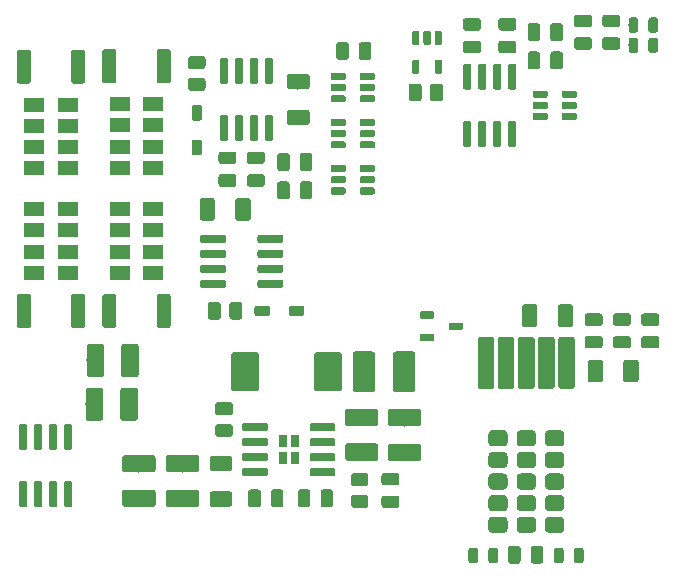
<source format=gtp>
G04 #@! TF.GenerationSoftware,KiCad,Pcbnew,(5.1.2-1)-1*
G04 #@! TF.CreationDate,2019-12-23T14:01:27-08:00*
G04 #@! TF.ProjectId,RaceOn-PiHAT,52616365-4f6e-42d5-9069-4841542e6b69,1*
G04 #@! TF.SameCoordinates,Original*
G04 #@! TF.FileFunction,Paste,Top*
G04 #@! TF.FilePolarity,Positive*
%FSLAX46Y46*%
G04 Gerber Fmt 4.6, Leading zero omitted, Abs format (unit mm)*
G04 Created by KiCad (PCBNEW (5.1.2-1)-1) date 2019-12-23 14:01:27*
%MOMM*%
%LPD*%
G04 APERTURE LIST*
%ADD10R,0.720000X1.140000*%
%ADD11C,0.100000*%
%ADD12C,0.680000*%
%ADD13C,1.470000*%
%ADD14C,0.610000*%
%ADD15C,1.050000*%
%ADD16C,0.800000*%
%ADD17C,0.600000*%
%ADD18C,1.100000*%
%ADD19C,0.880000*%
%ADD20C,1.210000*%
%ADD21R,1.740000X1.270000*%
%ADD22C,1.300000*%
%ADD23C,2.350000*%
%ADD24C,1.361440*%
%ADD25C,1.402080*%
%ADD26C,1.890000*%
G04 APERTURE END LIST*
D10*
X149810000Y-105837000D03*
X148790000Y-105837000D03*
X149810000Y-107277000D03*
X148790000Y-107277000D03*
D11*
G36*
X153091663Y-104312819D02*
G01*
X153108165Y-104315267D01*
X153124348Y-104319320D01*
X153140056Y-104324940D01*
X153155137Y-104332073D01*
X153169447Y-104340650D01*
X153182847Y-104350588D01*
X153195208Y-104361792D01*
X153206412Y-104374153D01*
X153216350Y-104387553D01*
X153224927Y-104401863D01*
X153232060Y-104416944D01*
X153237680Y-104432652D01*
X153241733Y-104448835D01*
X153244181Y-104465337D01*
X153245000Y-104482000D01*
X153245000Y-104822000D01*
X153244181Y-104838663D01*
X153241733Y-104855165D01*
X153237680Y-104871348D01*
X153232060Y-104887056D01*
X153224927Y-104902137D01*
X153216350Y-104916447D01*
X153206412Y-104929847D01*
X153195208Y-104942208D01*
X153182847Y-104953412D01*
X153169447Y-104963350D01*
X153155137Y-104971927D01*
X153140056Y-104979060D01*
X153124348Y-104984680D01*
X153108165Y-104988733D01*
X153091663Y-104991181D01*
X153075000Y-104992000D01*
X151245000Y-104992000D01*
X151228337Y-104991181D01*
X151211835Y-104988733D01*
X151195652Y-104984680D01*
X151179944Y-104979060D01*
X151164863Y-104971927D01*
X151150553Y-104963350D01*
X151137153Y-104953412D01*
X151124792Y-104942208D01*
X151113588Y-104929847D01*
X151103650Y-104916447D01*
X151095073Y-104902137D01*
X151087940Y-104887056D01*
X151082320Y-104871348D01*
X151078267Y-104855165D01*
X151075819Y-104838663D01*
X151075000Y-104822000D01*
X151075000Y-104482000D01*
X151075819Y-104465337D01*
X151078267Y-104448835D01*
X151082320Y-104432652D01*
X151087940Y-104416944D01*
X151095073Y-104401863D01*
X151103650Y-104387553D01*
X151113588Y-104374153D01*
X151124792Y-104361792D01*
X151137153Y-104350588D01*
X151150553Y-104340650D01*
X151164863Y-104332073D01*
X151179944Y-104324940D01*
X151195652Y-104319320D01*
X151211835Y-104315267D01*
X151228337Y-104312819D01*
X151245000Y-104312000D01*
X153075000Y-104312000D01*
X153091663Y-104312819D01*
X153091663Y-104312819D01*
G37*
D12*
X152160000Y-104652000D03*
D11*
G36*
X153091663Y-105582819D02*
G01*
X153108165Y-105585267D01*
X153124348Y-105589320D01*
X153140056Y-105594940D01*
X153155137Y-105602073D01*
X153169447Y-105610650D01*
X153182847Y-105620588D01*
X153195208Y-105631792D01*
X153206412Y-105644153D01*
X153216350Y-105657553D01*
X153224927Y-105671863D01*
X153232060Y-105686944D01*
X153237680Y-105702652D01*
X153241733Y-105718835D01*
X153244181Y-105735337D01*
X153245000Y-105752000D01*
X153245000Y-106092000D01*
X153244181Y-106108663D01*
X153241733Y-106125165D01*
X153237680Y-106141348D01*
X153232060Y-106157056D01*
X153224927Y-106172137D01*
X153216350Y-106186447D01*
X153206412Y-106199847D01*
X153195208Y-106212208D01*
X153182847Y-106223412D01*
X153169447Y-106233350D01*
X153155137Y-106241927D01*
X153140056Y-106249060D01*
X153124348Y-106254680D01*
X153108165Y-106258733D01*
X153091663Y-106261181D01*
X153075000Y-106262000D01*
X151245000Y-106262000D01*
X151228337Y-106261181D01*
X151211835Y-106258733D01*
X151195652Y-106254680D01*
X151179944Y-106249060D01*
X151164863Y-106241927D01*
X151150553Y-106233350D01*
X151137153Y-106223412D01*
X151124792Y-106212208D01*
X151113588Y-106199847D01*
X151103650Y-106186447D01*
X151095073Y-106172137D01*
X151087940Y-106157056D01*
X151082320Y-106141348D01*
X151078267Y-106125165D01*
X151075819Y-106108663D01*
X151075000Y-106092000D01*
X151075000Y-105752000D01*
X151075819Y-105735337D01*
X151078267Y-105718835D01*
X151082320Y-105702652D01*
X151087940Y-105686944D01*
X151095073Y-105671863D01*
X151103650Y-105657553D01*
X151113588Y-105644153D01*
X151124792Y-105631792D01*
X151137153Y-105620588D01*
X151150553Y-105610650D01*
X151164863Y-105602073D01*
X151179944Y-105594940D01*
X151195652Y-105589320D01*
X151211835Y-105585267D01*
X151228337Y-105582819D01*
X151245000Y-105582000D01*
X153075000Y-105582000D01*
X153091663Y-105582819D01*
X153091663Y-105582819D01*
G37*
D12*
X152160000Y-105922000D03*
D11*
G36*
X153091663Y-106852819D02*
G01*
X153108165Y-106855267D01*
X153124348Y-106859320D01*
X153140056Y-106864940D01*
X153155137Y-106872073D01*
X153169447Y-106880650D01*
X153182847Y-106890588D01*
X153195208Y-106901792D01*
X153206412Y-106914153D01*
X153216350Y-106927553D01*
X153224927Y-106941863D01*
X153232060Y-106956944D01*
X153237680Y-106972652D01*
X153241733Y-106988835D01*
X153244181Y-107005337D01*
X153245000Y-107022000D01*
X153245000Y-107362000D01*
X153244181Y-107378663D01*
X153241733Y-107395165D01*
X153237680Y-107411348D01*
X153232060Y-107427056D01*
X153224927Y-107442137D01*
X153216350Y-107456447D01*
X153206412Y-107469847D01*
X153195208Y-107482208D01*
X153182847Y-107493412D01*
X153169447Y-107503350D01*
X153155137Y-107511927D01*
X153140056Y-107519060D01*
X153124348Y-107524680D01*
X153108165Y-107528733D01*
X153091663Y-107531181D01*
X153075000Y-107532000D01*
X151245000Y-107532000D01*
X151228337Y-107531181D01*
X151211835Y-107528733D01*
X151195652Y-107524680D01*
X151179944Y-107519060D01*
X151164863Y-107511927D01*
X151150553Y-107503350D01*
X151137153Y-107493412D01*
X151124792Y-107482208D01*
X151113588Y-107469847D01*
X151103650Y-107456447D01*
X151095073Y-107442137D01*
X151087940Y-107427056D01*
X151082320Y-107411348D01*
X151078267Y-107395165D01*
X151075819Y-107378663D01*
X151075000Y-107362000D01*
X151075000Y-107022000D01*
X151075819Y-107005337D01*
X151078267Y-106988835D01*
X151082320Y-106972652D01*
X151087940Y-106956944D01*
X151095073Y-106941863D01*
X151103650Y-106927553D01*
X151113588Y-106914153D01*
X151124792Y-106901792D01*
X151137153Y-106890588D01*
X151150553Y-106880650D01*
X151164863Y-106872073D01*
X151179944Y-106864940D01*
X151195652Y-106859320D01*
X151211835Y-106855267D01*
X151228337Y-106852819D01*
X151245000Y-106852000D01*
X153075000Y-106852000D01*
X153091663Y-106852819D01*
X153091663Y-106852819D01*
G37*
D12*
X152160000Y-107192000D03*
D11*
G36*
X153091663Y-108122819D02*
G01*
X153108165Y-108125267D01*
X153124348Y-108129320D01*
X153140056Y-108134940D01*
X153155137Y-108142073D01*
X153169447Y-108150650D01*
X153182847Y-108160588D01*
X153195208Y-108171792D01*
X153206412Y-108184153D01*
X153216350Y-108197553D01*
X153224927Y-108211863D01*
X153232060Y-108226944D01*
X153237680Y-108242652D01*
X153241733Y-108258835D01*
X153244181Y-108275337D01*
X153245000Y-108292000D01*
X153245000Y-108632000D01*
X153244181Y-108648663D01*
X153241733Y-108665165D01*
X153237680Y-108681348D01*
X153232060Y-108697056D01*
X153224927Y-108712137D01*
X153216350Y-108726447D01*
X153206412Y-108739847D01*
X153195208Y-108752208D01*
X153182847Y-108763412D01*
X153169447Y-108773350D01*
X153155137Y-108781927D01*
X153140056Y-108789060D01*
X153124348Y-108794680D01*
X153108165Y-108798733D01*
X153091663Y-108801181D01*
X153075000Y-108802000D01*
X151245000Y-108802000D01*
X151228337Y-108801181D01*
X151211835Y-108798733D01*
X151195652Y-108794680D01*
X151179944Y-108789060D01*
X151164863Y-108781927D01*
X151150553Y-108773350D01*
X151137153Y-108763412D01*
X151124792Y-108752208D01*
X151113588Y-108739847D01*
X151103650Y-108726447D01*
X151095073Y-108712137D01*
X151087940Y-108697056D01*
X151082320Y-108681348D01*
X151078267Y-108665165D01*
X151075819Y-108648663D01*
X151075000Y-108632000D01*
X151075000Y-108292000D01*
X151075819Y-108275337D01*
X151078267Y-108258835D01*
X151082320Y-108242652D01*
X151087940Y-108226944D01*
X151095073Y-108211863D01*
X151103650Y-108197553D01*
X151113588Y-108184153D01*
X151124792Y-108171792D01*
X151137153Y-108160588D01*
X151150553Y-108150650D01*
X151164863Y-108142073D01*
X151179944Y-108134940D01*
X151195652Y-108129320D01*
X151211835Y-108125267D01*
X151228337Y-108122819D01*
X151245000Y-108122000D01*
X153075000Y-108122000D01*
X153091663Y-108122819D01*
X153091663Y-108122819D01*
G37*
D12*
X152160000Y-108462000D03*
D11*
G36*
X147371663Y-108122819D02*
G01*
X147388165Y-108125267D01*
X147404348Y-108129320D01*
X147420056Y-108134940D01*
X147435137Y-108142073D01*
X147449447Y-108150650D01*
X147462847Y-108160588D01*
X147475208Y-108171792D01*
X147486412Y-108184153D01*
X147496350Y-108197553D01*
X147504927Y-108211863D01*
X147512060Y-108226944D01*
X147517680Y-108242652D01*
X147521733Y-108258835D01*
X147524181Y-108275337D01*
X147525000Y-108292000D01*
X147525000Y-108632000D01*
X147524181Y-108648663D01*
X147521733Y-108665165D01*
X147517680Y-108681348D01*
X147512060Y-108697056D01*
X147504927Y-108712137D01*
X147496350Y-108726447D01*
X147486412Y-108739847D01*
X147475208Y-108752208D01*
X147462847Y-108763412D01*
X147449447Y-108773350D01*
X147435137Y-108781927D01*
X147420056Y-108789060D01*
X147404348Y-108794680D01*
X147388165Y-108798733D01*
X147371663Y-108801181D01*
X147355000Y-108802000D01*
X145525000Y-108802000D01*
X145508337Y-108801181D01*
X145491835Y-108798733D01*
X145475652Y-108794680D01*
X145459944Y-108789060D01*
X145444863Y-108781927D01*
X145430553Y-108773350D01*
X145417153Y-108763412D01*
X145404792Y-108752208D01*
X145393588Y-108739847D01*
X145383650Y-108726447D01*
X145375073Y-108712137D01*
X145367940Y-108697056D01*
X145362320Y-108681348D01*
X145358267Y-108665165D01*
X145355819Y-108648663D01*
X145355000Y-108632000D01*
X145355000Y-108292000D01*
X145355819Y-108275337D01*
X145358267Y-108258835D01*
X145362320Y-108242652D01*
X145367940Y-108226944D01*
X145375073Y-108211863D01*
X145383650Y-108197553D01*
X145393588Y-108184153D01*
X145404792Y-108171792D01*
X145417153Y-108160588D01*
X145430553Y-108150650D01*
X145444863Y-108142073D01*
X145459944Y-108134940D01*
X145475652Y-108129320D01*
X145491835Y-108125267D01*
X145508337Y-108122819D01*
X145525000Y-108122000D01*
X147355000Y-108122000D01*
X147371663Y-108122819D01*
X147371663Y-108122819D01*
G37*
D12*
X146440000Y-108462000D03*
D11*
G36*
X147371663Y-106852819D02*
G01*
X147388165Y-106855267D01*
X147404348Y-106859320D01*
X147420056Y-106864940D01*
X147435137Y-106872073D01*
X147449447Y-106880650D01*
X147462847Y-106890588D01*
X147475208Y-106901792D01*
X147486412Y-106914153D01*
X147496350Y-106927553D01*
X147504927Y-106941863D01*
X147512060Y-106956944D01*
X147517680Y-106972652D01*
X147521733Y-106988835D01*
X147524181Y-107005337D01*
X147525000Y-107022000D01*
X147525000Y-107362000D01*
X147524181Y-107378663D01*
X147521733Y-107395165D01*
X147517680Y-107411348D01*
X147512060Y-107427056D01*
X147504927Y-107442137D01*
X147496350Y-107456447D01*
X147486412Y-107469847D01*
X147475208Y-107482208D01*
X147462847Y-107493412D01*
X147449447Y-107503350D01*
X147435137Y-107511927D01*
X147420056Y-107519060D01*
X147404348Y-107524680D01*
X147388165Y-107528733D01*
X147371663Y-107531181D01*
X147355000Y-107532000D01*
X145525000Y-107532000D01*
X145508337Y-107531181D01*
X145491835Y-107528733D01*
X145475652Y-107524680D01*
X145459944Y-107519060D01*
X145444863Y-107511927D01*
X145430553Y-107503350D01*
X145417153Y-107493412D01*
X145404792Y-107482208D01*
X145393588Y-107469847D01*
X145383650Y-107456447D01*
X145375073Y-107442137D01*
X145367940Y-107427056D01*
X145362320Y-107411348D01*
X145358267Y-107395165D01*
X145355819Y-107378663D01*
X145355000Y-107362000D01*
X145355000Y-107022000D01*
X145355819Y-107005337D01*
X145358267Y-106988835D01*
X145362320Y-106972652D01*
X145367940Y-106956944D01*
X145375073Y-106941863D01*
X145383650Y-106927553D01*
X145393588Y-106914153D01*
X145404792Y-106901792D01*
X145417153Y-106890588D01*
X145430553Y-106880650D01*
X145444863Y-106872073D01*
X145459944Y-106864940D01*
X145475652Y-106859320D01*
X145491835Y-106855267D01*
X145508337Y-106852819D01*
X145525000Y-106852000D01*
X147355000Y-106852000D01*
X147371663Y-106852819D01*
X147371663Y-106852819D01*
G37*
D12*
X146440000Y-107192000D03*
D11*
G36*
X147371663Y-105582819D02*
G01*
X147388165Y-105585267D01*
X147404348Y-105589320D01*
X147420056Y-105594940D01*
X147435137Y-105602073D01*
X147449447Y-105610650D01*
X147462847Y-105620588D01*
X147475208Y-105631792D01*
X147486412Y-105644153D01*
X147496350Y-105657553D01*
X147504927Y-105671863D01*
X147512060Y-105686944D01*
X147517680Y-105702652D01*
X147521733Y-105718835D01*
X147524181Y-105735337D01*
X147525000Y-105752000D01*
X147525000Y-106092000D01*
X147524181Y-106108663D01*
X147521733Y-106125165D01*
X147517680Y-106141348D01*
X147512060Y-106157056D01*
X147504927Y-106172137D01*
X147496350Y-106186447D01*
X147486412Y-106199847D01*
X147475208Y-106212208D01*
X147462847Y-106223412D01*
X147449447Y-106233350D01*
X147435137Y-106241927D01*
X147420056Y-106249060D01*
X147404348Y-106254680D01*
X147388165Y-106258733D01*
X147371663Y-106261181D01*
X147355000Y-106262000D01*
X145525000Y-106262000D01*
X145508337Y-106261181D01*
X145491835Y-106258733D01*
X145475652Y-106254680D01*
X145459944Y-106249060D01*
X145444863Y-106241927D01*
X145430553Y-106233350D01*
X145417153Y-106223412D01*
X145404792Y-106212208D01*
X145393588Y-106199847D01*
X145383650Y-106186447D01*
X145375073Y-106172137D01*
X145367940Y-106157056D01*
X145362320Y-106141348D01*
X145358267Y-106125165D01*
X145355819Y-106108663D01*
X145355000Y-106092000D01*
X145355000Y-105752000D01*
X145355819Y-105735337D01*
X145358267Y-105718835D01*
X145362320Y-105702652D01*
X145367940Y-105686944D01*
X145375073Y-105671863D01*
X145383650Y-105657553D01*
X145393588Y-105644153D01*
X145404792Y-105631792D01*
X145417153Y-105620588D01*
X145430553Y-105610650D01*
X145444863Y-105602073D01*
X145459944Y-105594940D01*
X145475652Y-105589320D01*
X145491835Y-105585267D01*
X145508337Y-105582819D01*
X145525000Y-105582000D01*
X147355000Y-105582000D01*
X147371663Y-105582819D01*
X147371663Y-105582819D01*
G37*
D12*
X146440000Y-105922000D03*
D11*
G36*
X147371663Y-104312819D02*
G01*
X147388165Y-104315267D01*
X147404348Y-104319320D01*
X147420056Y-104324940D01*
X147435137Y-104332073D01*
X147449447Y-104340650D01*
X147462847Y-104350588D01*
X147475208Y-104361792D01*
X147486412Y-104374153D01*
X147496350Y-104387553D01*
X147504927Y-104401863D01*
X147512060Y-104416944D01*
X147517680Y-104432652D01*
X147521733Y-104448835D01*
X147524181Y-104465337D01*
X147525000Y-104482000D01*
X147525000Y-104822000D01*
X147524181Y-104838663D01*
X147521733Y-104855165D01*
X147517680Y-104871348D01*
X147512060Y-104887056D01*
X147504927Y-104902137D01*
X147496350Y-104916447D01*
X147486412Y-104929847D01*
X147475208Y-104942208D01*
X147462847Y-104953412D01*
X147449447Y-104963350D01*
X147435137Y-104971927D01*
X147420056Y-104979060D01*
X147404348Y-104984680D01*
X147388165Y-104988733D01*
X147371663Y-104991181D01*
X147355000Y-104992000D01*
X145525000Y-104992000D01*
X145508337Y-104991181D01*
X145491835Y-104988733D01*
X145475652Y-104984680D01*
X145459944Y-104979060D01*
X145444863Y-104971927D01*
X145430553Y-104963350D01*
X145417153Y-104953412D01*
X145404792Y-104942208D01*
X145393588Y-104929847D01*
X145383650Y-104916447D01*
X145375073Y-104902137D01*
X145367940Y-104887056D01*
X145362320Y-104871348D01*
X145358267Y-104855165D01*
X145355819Y-104838663D01*
X145355000Y-104822000D01*
X145355000Y-104482000D01*
X145355819Y-104465337D01*
X145358267Y-104448835D01*
X145362320Y-104432652D01*
X145367940Y-104416944D01*
X145375073Y-104401863D01*
X145383650Y-104387553D01*
X145393588Y-104374153D01*
X145404792Y-104361792D01*
X145417153Y-104350588D01*
X145430553Y-104340650D01*
X145444863Y-104332073D01*
X145459944Y-104324940D01*
X145475652Y-104319320D01*
X145491835Y-104315267D01*
X145508337Y-104312819D01*
X145525000Y-104312000D01*
X147355000Y-104312000D01*
X147371663Y-104312819D01*
X147371663Y-104312819D01*
G37*
D12*
X146440000Y-104652000D03*
D11*
G36*
X141484462Y-106996204D02*
G01*
X141508735Y-106999805D01*
X141532538Y-107005767D01*
X141555642Y-107014034D01*
X141577824Y-107024525D01*
X141598872Y-107037141D01*
X141618581Y-107051758D01*
X141636763Y-107068237D01*
X141653242Y-107086419D01*
X141667859Y-107106128D01*
X141680475Y-107127176D01*
X141690966Y-107149358D01*
X141699233Y-107172462D01*
X141705195Y-107196265D01*
X141708796Y-107220538D01*
X141710000Y-107245047D01*
X141710000Y-108214953D01*
X141708796Y-108239462D01*
X141705195Y-108263735D01*
X141699233Y-108287538D01*
X141690966Y-108310642D01*
X141680475Y-108332824D01*
X141667859Y-108353872D01*
X141653242Y-108373581D01*
X141636763Y-108391763D01*
X141618581Y-108408242D01*
X141598872Y-108422859D01*
X141577824Y-108435475D01*
X141555642Y-108445966D01*
X141532538Y-108454233D01*
X141508735Y-108460195D01*
X141484462Y-108463796D01*
X141459953Y-108465000D01*
X139140047Y-108465000D01*
X139115538Y-108463796D01*
X139091265Y-108460195D01*
X139067462Y-108454233D01*
X139044358Y-108445966D01*
X139022176Y-108435475D01*
X139001128Y-108422859D01*
X138981419Y-108408242D01*
X138963237Y-108391763D01*
X138946758Y-108373581D01*
X138932141Y-108353872D01*
X138919525Y-108332824D01*
X138909034Y-108310642D01*
X138900767Y-108287538D01*
X138894805Y-108263735D01*
X138891204Y-108239462D01*
X138890000Y-108214953D01*
X138890000Y-107245047D01*
X138891204Y-107220538D01*
X138894805Y-107196265D01*
X138900767Y-107172462D01*
X138909034Y-107149358D01*
X138919525Y-107127176D01*
X138932141Y-107106128D01*
X138946758Y-107086419D01*
X138963237Y-107068237D01*
X138981419Y-107051758D01*
X139001128Y-107037141D01*
X139022176Y-107024525D01*
X139044358Y-107014034D01*
X139067462Y-107005767D01*
X139091265Y-106999805D01*
X139115538Y-106996204D01*
X139140047Y-106995000D01*
X141459953Y-106995000D01*
X141484462Y-106996204D01*
X141484462Y-106996204D01*
G37*
D13*
X140300000Y-107730000D03*
D11*
G36*
X141484462Y-109936204D02*
G01*
X141508735Y-109939805D01*
X141532538Y-109945767D01*
X141555642Y-109954034D01*
X141577824Y-109964525D01*
X141598872Y-109977141D01*
X141618581Y-109991758D01*
X141636763Y-110008237D01*
X141653242Y-110026419D01*
X141667859Y-110046128D01*
X141680475Y-110067176D01*
X141690966Y-110089358D01*
X141699233Y-110112462D01*
X141705195Y-110136265D01*
X141708796Y-110160538D01*
X141710000Y-110185047D01*
X141710000Y-111154953D01*
X141708796Y-111179462D01*
X141705195Y-111203735D01*
X141699233Y-111227538D01*
X141690966Y-111250642D01*
X141680475Y-111272824D01*
X141667859Y-111293872D01*
X141653242Y-111313581D01*
X141636763Y-111331763D01*
X141618581Y-111348242D01*
X141598872Y-111362859D01*
X141577824Y-111375475D01*
X141555642Y-111385966D01*
X141532538Y-111394233D01*
X141508735Y-111400195D01*
X141484462Y-111403796D01*
X141459953Y-111405000D01*
X139140047Y-111405000D01*
X139115538Y-111403796D01*
X139091265Y-111400195D01*
X139067462Y-111394233D01*
X139044358Y-111385966D01*
X139022176Y-111375475D01*
X139001128Y-111362859D01*
X138981419Y-111348242D01*
X138963237Y-111331763D01*
X138946758Y-111313581D01*
X138932141Y-111293872D01*
X138919525Y-111272824D01*
X138909034Y-111250642D01*
X138900767Y-111227538D01*
X138894805Y-111203735D01*
X138891204Y-111179462D01*
X138890000Y-111154953D01*
X138890000Y-110185047D01*
X138891204Y-110160538D01*
X138894805Y-110136265D01*
X138900767Y-110112462D01*
X138909034Y-110089358D01*
X138919525Y-110067176D01*
X138932141Y-110046128D01*
X138946758Y-110026419D01*
X138963237Y-110008237D01*
X138981419Y-109991758D01*
X139001128Y-109977141D01*
X139022176Y-109964525D01*
X139044358Y-109954034D01*
X139067462Y-109945767D01*
X139091265Y-109939805D01*
X139115538Y-109936204D01*
X139140047Y-109935000D01*
X141459953Y-109935000D01*
X141484462Y-109936204D01*
X141484462Y-109936204D01*
G37*
D13*
X140300000Y-110670000D03*
D11*
G36*
X137784462Y-106996204D02*
G01*
X137808735Y-106999805D01*
X137832538Y-107005767D01*
X137855642Y-107014034D01*
X137877824Y-107024525D01*
X137898872Y-107037141D01*
X137918581Y-107051758D01*
X137936763Y-107068237D01*
X137953242Y-107086419D01*
X137967859Y-107106128D01*
X137980475Y-107127176D01*
X137990966Y-107149358D01*
X137999233Y-107172462D01*
X138005195Y-107196265D01*
X138008796Y-107220538D01*
X138010000Y-107245047D01*
X138010000Y-108214953D01*
X138008796Y-108239462D01*
X138005195Y-108263735D01*
X137999233Y-108287538D01*
X137990966Y-108310642D01*
X137980475Y-108332824D01*
X137967859Y-108353872D01*
X137953242Y-108373581D01*
X137936763Y-108391763D01*
X137918581Y-108408242D01*
X137898872Y-108422859D01*
X137877824Y-108435475D01*
X137855642Y-108445966D01*
X137832538Y-108454233D01*
X137808735Y-108460195D01*
X137784462Y-108463796D01*
X137759953Y-108465000D01*
X135440047Y-108465000D01*
X135415538Y-108463796D01*
X135391265Y-108460195D01*
X135367462Y-108454233D01*
X135344358Y-108445966D01*
X135322176Y-108435475D01*
X135301128Y-108422859D01*
X135281419Y-108408242D01*
X135263237Y-108391763D01*
X135246758Y-108373581D01*
X135232141Y-108353872D01*
X135219525Y-108332824D01*
X135209034Y-108310642D01*
X135200767Y-108287538D01*
X135194805Y-108263735D01*
X135191204Y-108239462D01*
X135190000Y-108214953D01*
X135190000Y-107245047D01*
X135191204Y-107220538D01*
X135194805Y-107196265D01*
X135200767Y-107172462D01*
X135209034Y-107149358D01*
X135219525Y-107127176D01*
X135232141Y-107106128D01*
X135246758Y-107086419D01*
X135263237Y-107068237D01*
X135281419Y-107051758D01*
X135301128Y-107037141D01*
X135322176Y-107024525D01*
X135344358Y-107014034D01*
X135367462Y-107005767D01*
X135391265Y-106999805D01*
X135415538Y-106996204D01*
X135440047Y-106995000D01*
X137759953Y-106995000D01*
X137784462Y-106996204D01*
X137784462Y-106996204D01*
G37*
D13*
X136600000Y-107730000D03*
D11*
G36*
X137784462Y-109936204D02*
G01*
X137808735Y-109939805D01*
X137832538Y-109945767D01*
X137855642Y-109954034D01*
X137877824Y-109964525D01*
X137898872Y-109977141D01*
X137918581Y-109991758D01*
X137936763Y-110008237D01*
X137953242Y-110026419D01*
X137967859Y-110046128D01*
X137980475Y-110067176D01*
X137990966Y-110089358D01*
X137999233Y-110112462D01*
X138005195Y-110136265D01*
X138008796Y-110160538D01*
X138010000Y-110185047D01*
X138010000Y-111154953D01*
X138008796Y-111179462D01*
X138005195Y-111203735D01*
X137999233Y-111227538D01*
X137990966Y-111250642D01*
X137980475Y-111272824D01*
X137967859Y-111293872D01*
X137953242Y-111313581D01*
X137936763Y-111331763D01*
X137918581Y-111348242D01*
X137898872Y-111362859D01*
X137877824Y-111375475D01*
X137855642Y-111385966D01*
X137832538Y-111394233D01*
X137808735Y-111400195D01*
X137784462Y-111403796D01*
X137759953Y-111405000D01*
X135440047Y-111405000D01*
X135415538Y-111403796D01*
X135391265Y-111400195D01*
X135367462Y-111394233D01*
X135344358Y-111385966D01*
X135322176Y-111375475D01*
X135301128Y-111362859D01*
X135281419Y-111348242D01*
X135263237Y-111331763D01*
X135246758Y-111313581D01*
X135232141Y-111293872D01*
X135219525Y-111272824D01*
X135209034Y-111250642D01*
X135200767Y-111227538D01*
X135194805Y-111203735D01*
X135191204Y-111179462D01*
X135190000Y-111154953D01*
X135190000Y-110185047D01*
X135191204Y-110160538D01*
X135194805Y-110136265D01*
X135200767Y-110112462D01*
X135209034Y-110089358D01*
X135219525Y-110067176D01*
X135232141Y-110046128D01*
X135246758Y-110026419D01*
X135263237Y-110008237D01*
X135281419Y-109991758D01*
X135301128Y-109977141D01*
X135322176Y-109964525D01*
X135344358Y-109954034D01*
X135367462Y-109945767D01*
X135391265Y-109939805D01*
X135415538Y-109936204D01*
X135440047Y-109935000D01*
X137759953Y-109935000D01*
X137784462Y-109936204D01*
X137784462Y-109936204D01*
G37*
D13*
X136600000Y-110670000D03*
D11*
G36*
X136279462Y-101291204D02*
G01*
X136303735Y-101294805D01*
X136327538Y-101300767D01*
X136350642Y-101309034D01*
X136372824Y-101319525D01*
X136393872Y-101332141D01*
X136413581Y-101346758D01*
X136431763Y-101363237D01*
X136448242Y-101381419D01*
X136462859Y-101401128D01*
X136475475Y-101422176D01*
X136485966Y-101444358D01*
X136494233Y-101467462D01*
X136500195Y-101491265D01*
X136503796Y-101515538D01*
X136505000Y-101540047D01*
X136505000Y-103859953D01*
X136503796Y-103884462D01*
X136500195Y-103908735D01*
X136494233Y-103932538D01*
X136485966Y-103955642D01*
X136475475Y-103977824D01*
X136462859Y-103998872D01*
X136448242Y-104018581D01*
X136431763Y-104036763D01*
X136413581Y-104053242D01*
X136393872Y-104067859D01*
X136372824Y-104080475D01*
X136350642Y-104090966D01*
X136327538Y-104099233D01*
X136303735Y-104105195D01*
X136279462Y-104108796D01*
X136254953Y-104110000D01*
X135285047Y-104110000D01*
X135260538Y-104108796D01*
X135236265Y-104105195D01*
X135212462Y-104099233D01*
X135189358Y-104090966D01*
X135167176Y-104080475D01*
X135146128Y-104067859D01*
X135126419Y-104053242D01*
X135108237Y-104036763D01*
X135091758Y-104018581D01*
X135077141Y-103998872D01*
X135064525Y-103977824D01*
X135054034Y-103955642D01*
X135045767Y-103932538D01*
X135039805Y-103908735D01*
X135036204Y-103884462D01*
X135035000Y-103859953D01*
X135035000Y-101540047D01*
X135036204Y-101515538D01*
X135039805Y-101491265D01*
X135045767Y-101467462D01*
X135054034Y-101444358D01*
X135064525Y-101422176D01*
X135077141Y-101401128D01*
X135091758Y-101381419D01*
X135108237Y-101363237D01*
X135126419Y-101346758D01*
X135146128Y-101332141D01*
X135167176Y-101319525D01*
X135189358Y-101309034D01*
X135212462Y-101300767D01*
X135236265Y-101294805D01*
X135260538Y-101291204D01*
X135285047Y-101290000D01*
X136254953Y-101290000D01*
X136279462Y-101291204D01*
X136279462Y-101291204D01*
G37*
D13*
X135770000Y-102700000D03*
D11*
G36*
X133339462Y-101291204D02*
G01*
X133363735Y-101294805D01*
X133387538Y-101300767D01*
X133410642Y-101309034D01*
X133432824Y-101319525D01*
X133453872Y-101332141D01*
X133473581Y-101346758D01*
X133491763Y-101363237D01*
X133508242Y-101381419D01*
X133522859Y-101401128D01*
X133535475Y-101422176D01*
X133545966Y-101444358D01*
X133554233Y-101467462D01*
X133560195Y-101491265D01*
X133563796Y-101515538D01*
X133565000Y-101540047D01*
X133565000Y-103859953D01*
X133563796Y-103884462D01*
X133560195Y-103908735D01*
X133554233Y-103932538D01*
X133545966Y-103955642D01*
X133535475Y-103977824D01*
X133522859Y-103998872D01*
X133508242Y-104018581D01*
X133491763Y-104036763D01*
X133473581Y-104053242D01*
X133453872Y-104067859D01*
X133432824Y-104080475D01*
X133410642Y-104090966D01*
X133387538Y-104099233D01*
X133363735Y-104105195D01*
X133339462Y-104108796D01*
X133314953Y-104110000D01*
X132345047Y-104110000D01*
X132320538Y-104108796D01*
X132296265Y-104105195D01*
X132272462Y-104099233D01*
X132249358Y-104090966D01*
X132227176Y-104080475D01*
X132206128Y-104067859D01*
X132186419Y-104053242D01*
X132168237Y-104036763D01*
X132151758Y-104018581D01*
X132137141Y-103998872D01*
X132124525Y-103977824D01*
X132114034Y-103955642D01*
X132105767Y-103932538D01*
X132099805Y-103908735D01*
X132096204Y-103884462D01*
X132095000Y-103859953D01*
X132095000Y-101540047D01*
X132096204Y-101515538D01*
X132099805Y-101491265D01*
X132105767Y-101467462D01*
X132114034Y-101444358D01*
X132124525Y-101422176D01*
X132137141Y-101401128D01*
X132151758Y-101381419D01*
X132168237Y-101363237D01*
X132186419Y-101346758D01*
X132206128Y-101332141D01*
X132227176Y-101319525D01*
X132249358Y-101309034D01*
X132272462Y-101300767D01*
X132296265Y-101294805D01*
X132320538Y-101291204D01*
X132345047Y-101290000D01*
X133314953Y-101290000D01*
X133339462Y-101291204D01*
X133339462Y-101291204D01*
G37*
D13*
X132830000Y-102700000D03*
D11*
G36*
X136349462Y-97591204D02*
G01*
X136373735Y-97594805D01*
X136397538Y-97600767D01*
X136420642Y-97609034D01*
X136442824Y-97619525D01*
X136463872Y-97632141D01*
X136483581Y-97646758D01*
X136501763Y-97663237D01*
X136518242Y-97681419D01*
X136532859Y-97701128D01*
X136545475Y-97722176D01*
X136555966Y-97744358D01*
X136564233Y-97767462D01*
X136570195Y-97791265D01*
X136573796Y-97815538D01*
X136575000Y-97840047D01*
X136575000Y-100159953D01*
X136573796Y-100184462D01*
X136570195Y-100208735D01*
X136564233Y-100232538D01*
X136555966Y-100255642D01*
X136545475Y-100277824D01*
X136532859Y-100298872D01*
X136518242Y-100318581D01*
X136501763Y-100336763D01*
X136483581Y-100353242D01*
X136463872Y-100367859D01*
X136442824Y-100380475D01*
X136420642Y-100390966D01*
X136397538Y-100399233D01*
X136373735Y-100405195D01*
X136349462Y-100408796D01*
X136324953Y-100410000D01*
X135355047Y-100410000D01*
X135330538Y-100408796D01*
X135306265Y-100405195D01*
X135282462Y-100399233D01*
X135259358Y-100390966D01*
X135237176Y-100380475D01*
X135216128Y-100367859D01*
X135196419Y-100353242D01*
X135178237Y-100336763D01*
X135161758Y-100318581D01*
X135147141Y-100298872D01*
X135134525Y-100277824D01*
X135124034Y-100255642D01*
X135115767Y-100232538D01*
X135109805Y-100208735D01*
X135106204Y-100184462D01*
X135105000Y-100159953D01*
X135105000Y-97840047D01*
X135106204Y-97815538D01*
X135109805Y-97791265D01*
X135115767Y-97767462D01*
X135124034Y-97744358D01*
X135134525Y-97722176D01*
X135147141Y-97701128D01*
X135161758Y-97681419D01*
X135178237Y-97663237D01*
X135196419Y-97646758D01*
X135216128Y-97632141D01*
X135237176Y-97619525D01*
X135259358Y-97609034D01*
X135282462Y-97600767D01*
X135306265Y-97594805D01*
X135330538Y-97591204D01*
X135355047Y-97590000D01*
X136324953Y-97590000D01*
X136349462Y-97591204D01*
X136349462Y-97591204D01*
G37*
D13*
X135840000Y-99000000D03*
D11*
G36*
X133409462Y-97591204D02*
G01*
X133433735Y-97594805D01*
X133457538Y-97600767D01*
X133480642Y-97609034D01*
X133502824Y-97619525D01*
X133523872Y-97632141D01*
X133543581Y-97646758D01*
X133561763Y-97663237D01*
X133578242Y-97681419D01*
X133592859Y-97701128D01*
X133605475Y-97722176D01*
X133615966Y-97744358D01*
X133624233Y-97767462D01*
X133630195Y-97791265D01*
X133633796Y-97815538D01*
X133635000Y-97840047D01*
X133635000Y-100159953D01*
X133633796Y-100184462D01*
X133630195Y-100208735D01*
X133624233Y-100232538D01*
X133615966Y-100255642D01*
X133605475Y-100277824D01*
X133592859Y-100298872D01*
X133578242Y-100318581D01*
X133561763Y-100336763D01*
X133543581Y-100353242D01*
X133523872Y-100367859D01*
X133502824Y-100380475D01*
X133480642Y-100390966D01*
X133457538Y-100399233D01*
X133433735Y-100405195D01*
X133409462Y-100408796D01*
X133384953Y-100410000D01*
X132415047Y-100410000D01*
X132390538Y-100408796D01*
X132366265Y-100405195D01*
X132342462Y-100399233D01*
X132319358Y-100390966D01*
X132297176Y-100380475D01*
X132276128Y-100367859D01*
X132256419Y-100353242D01*
X132238237Y-100336763D01*
X132221758Y-100318581D01*
X132207141Y-100298872D01*
X132194525Y-100277824D01*
X132184034Y-100255642D01*
X132175767Y-100232538D01*
X132169805Y-100208735D01*
X132166204Y-100184462D01*
X132165000Y-100159953D01*
X132165000Y-97840047D01*
X132166204Y-97815538D01*
X132169805Y-97791265D01*
X132175767Y-97767462D01*
X132184034Y-97744358D01*
X132194525Y-97722176D01*
X132207141Y-97701128D01*
X132221758Y-97681419D01*
X132238237Y-97663237D01*
X132256419Y-97646758D01*
X132276128Y-97632141D01*
X132297176Y-97619525D01*
X132319358Y-97609034D01*
X132342462Y-97600767D01*
X132366265Y-97594805D01*
X132390538Y-97591204D01*
X132415047Y-97590000D01*
X133384953Y-97590000D01*
X133409462Y-97591204D01*
X133409462Y-97591204D01*
G37*
D13*
X132900000Y-99000000D03*
D11*
G36*
X160284462Y-103096204D02*
G01*
X160308735Y-103099805D01*
X160332538Y-103105767D01*
X160355642Y-103114034D01*
X160377824Y-103124525D01*
X160398872Y-103137141D01*
X160418581Y-103151758D01*
X160436763Y-103168237D01*
X160453242Y-103186419D01*
X160467859Y-103206128D01*
X160480475Y-103227176D01*
X160490966Y-103249358D01*
X160499233Y-103272462D01*
X160505195Y-103296265D01*
X160508796Y-103320538D01*
X160510000Y-103345047D01*
X160510000Y-104314953D01*
X160508796Y-104339462D01*
X160505195Y-104363735D01*
X160499233Y-104387538D01*
X160490966Y-104410642D01*
X160480475Y-104432824D01*
X160467859Y-104453872D01*
X160453242Y-104473581D01*
X160436763Y-104491763D01*
X160418581Y-104508242D01*
X160398872Y-104522859D01*
X160377824Y-104535475D01*
X160355642Y-104545966D01*
X160332538Y-104554233D01*
X160308735Y-104560195D01*
X160284462Y-104563796D01*
X160259953Y-104565000D01*
X157940047Y-104565000D01*
X157915538Y-104563796D01*
X157891265Y-104560195D01*
X157867462Y-104554233D01*
X157844358Y-104545966D01*
X157822176Y-104535475D01*
X157801128Y-104522859D01*
X157781419Y-104508242D01*
X157763237Y-104491763D01*
X157746758Y-104473581D01*
X157732141Y-104453872D01*
X157719525Y-104432824D01*
X157709034Y-104410642D01*
X157700767Y-104387538D01*
X157694805Y-104363735D01*
X157691204Y-104339462D01*
X157690000Y-104314953D01*
X157690000Y-103345047D01*
X157691204Y-103320538D01*
X157694805Y-103296265D01*
X157700767Y-103272462D01*
X157709034Y-103249358D01*
X157719525Y-103227176D01*
X157732141Y-103206128D01*
X157746758Y-103186419D01*
X157763237Y-103168237D01*
X157781419Y-103151758D01*
X157801128Y-103137141D01*
X157822176Y-103124525D01*
X157844358Y-103114034D01*
X157867462Y-103105767D01*
X157891265Y-103099805D01*
X157915538Y-103096204D01*
X157940047Y-103095000D01*
X160259953Y-103095000D01*
X160284462Y-103096204D01*
X160284462Y-103096204D01*
G37*
D13*
X159100000Y-103830000D03*
D11*
G36*
X160284462Y-106036204D02*
G01*
X160308735Y-106039805D01*
X160332538Y-106045767D01*
X160355642Y-106054034D01*
X160377824Y-106064525D01*
X160398872Y-106077141D01*
X160418581Y-106091758D01*
X160436763Y-106108237D01*
X160453242Y-106126419D01*
X160467859Y-106146128D01*
X160480475Y-106167176D01*
X160490966Y-106189358D01*
X160499233Y-106212462D01*
X160505195Y-106236265D01*
X160508796Y-106260538D01*
X160510000Y-106285047D01*
X160510000Y-107254953D01*
X160508796Y-107279462D01*
X160505195Y-107303735D01*
X160499233Y-107327538D01*
X160490966Y-107350642D01*
X160480475Y-107372824D01*
X160467859Y-107393872D01*
X160453242Y-107413581D01*
X160436763Y-107431763D01*
X160418581Y-107448242D01*
X160398872Y-107462859D01*
X160377824Y-107475475D01*
X160355642Y-107485966D01*
X160332538Y-107494233D01*
X160308735Y-107500195D01*
X160284462Y-107503796D01*
X160259953Y-107505000D01*
X157940047Y-107505000D01*
X157915538Y-107503796D01*
X157891265Y-107500195D01*
X157867462Y-107494233D01*
X157844358Y-107485966D01*
X157822176Y-107475475D01*
X157801128Y-107462859D01*
X157781419Y-107448242D01*
X157763237Y-107431763D01*
X157746758Y-107413581D01*
X157732141Y-107393872D01*
X157719525Y-107372824D01*
X157709034Y-107350642D01*
X157700767Y-107327538D01*
X157694805Y-107303735D01*
X157691204Y-107279462D01*
X157690000Y-107254953D01*
X157690000Y-106285047D01*
X157691204Y-106260538D01*
X157694805Y-106236265D01*
X157700767Y-106212462D01*
X157709034Y-106189358D01*
X157719525Y-106167176D01*
X157732141Y-106146128D01*
X157746758Y-106126419D01*
X157763237Y-106108237D01*
X157781419Y-106091758D01*
X157801128Y-106077141D01*
X157822176Y-106064525D01*
X157844358Y-106054034D01*
X157867462Y-106045767D01*
X157891265Y-106039805D01*
X157915538Y-106036204D01*
X157940047Y-106035000D01*
X160259953Y-106035000D01*
X160284462Y-106036204D01*
X160284462Y-106036204D01*
G37*
D13*
X159100000Y-106770000D03*
D11*
G36*
X162119703Y-73525722D02*
G01*
X162134264Y-73527882D01*
X162148543Y-73531459D01*
X162162403Y-73536418D01*
X162175710Y-73542712D01*
X162188336Y-73550279D01*
X162200159Y-73559048D01*
X162211066Y-73568934D01*
X162220952Y-73579841D01*
X162229721Y-73591664D01*
X162237288Y-73604290D01*
X162243582Y-73617597D01*
X162248541Y-73631457D01*
X162252118Y-73645736D01*
X162254278Y-73660297D01*
X162255000Y-73674999D01*
X162255000Y-74565001D01*
X162254278Y-74579703D01*
X162252118Y-74594264D01*
X162248541Y-74608543D01*
X162243582Y-74622403D01*
X162237288Y-74635710D01*
X162229721Y-74648336D01*
X162220952Y-74660159D01*
X162211066Y-74671066D01*
X162200159Y-74680952D01*
X162188336Y-74689721D01*
X162175710Y-74697288D01*
X162162403Y-74703582D01*
X162148543Y-74708541D01*
X162134264Y-74712118D01*
X162119703Y-74714278D01*
X162105001Y-74715000D01*
X161794999Y-74715000D01*
X161780297Y-74714278D01*
X161765736Y-74712118D01*
X161751457Y-74708541D01*
X161737597Y-74703582D01*
X161724290Y-74697288D01*
X161711664Y-74689721D01*
X161699841Y-74680952D01*
X161688934Y-74671066D01*
X161679048Y-74660159D01*
X161670279Y-74648336D01*
X161662712Y-74635710D01*
X161656418Y-74622403D01*
X161651459Y-74608543D01*
X161647882Y-74594264D01*
X161645722Y-74579703D01*
X161645000Y-74565001D01*
X161645000Y-73674999D01*
X161645722Y-73660297D01*
X161647882Y-73645736D01*
X161651459Y-73631457D01*
X161656418Y-73617597D01*
X161662712Y-73604290D01*
X161670279Y-73591664D01*
X161679048Y-73579841D01*
X161688934Y-73568934D01*
X161699841Y-73559048D01*
X161711664Y-73550279D01*
X161724290Y-73542712D01*
X161737597Y-73536418D01*
X161751457Y-73531459D01*
X161765736Y-73527882D01*
X161780297Y-73525722D01*
X161794999Y-73525000D01*
X162105001Y-73525000D01*
X162119703Y-73525722D01*
X162119703Y-73525722D01*
G37*
D14*
X161950000Y-74120000D03*
D11*
G36*
X160219703Y-73525722D02*
G01*
X160234264Y-73527882D01*
X160248543Y-73531459D01*
X160262403Y-73536418D01*
X160275710Y-73542712D01*
X160288336Y-73550279D01*
X160300159Y-73559048D01*
X160311066Y-73568934D01*
X160320952Y-73579841D01*
X160329721Y-73591664D01*
X160337288Y-73604290D01*
X160343582Y-73617597D01*
X160348541Y-73631457D01*
X160352118Y-73645736D01*
X160354278Y-73660297D01*
X160355000Y-73674999D01*
X160355000Y-74565001D01*
X160354278Y-74579703D01*
X160352118Y-74594264D01*
X160348541Y-74608543D01*
X160343582Y-74622403D01*
X160337288Y-74635710D01*
X160329721Y-74648336D01*
X160320952Y-74660159D01*
X160311066Y-74671066D01*
X160300159Y-74680952D01*
X160288336Y-74689721D01*
X160275710Y-74697288D01*
X160262403Y-74703582D01*
X160248543Y-74708541D01*
X160234264Y-74712118D01*
X160219703Y-74714278D01*
X160205001Y-74715000D01*
X159894999Y-74715000D01*
X159880297Y-74714278D01*
X159865736Y-74712118D01*
X159851457Y-74708541D01*
X159837597Y-74703582D01*
X159824290Y-74697288D01*
X159811664Y-74689721D01*
X159799841Y-74680952D01*
X159788934Y-74671066D01*
X159779048Y-74660159D01*
X159770279Y-74648336D01*
X159762712Y-74635710D01*
X159756418Y-74622403D01*
X159751459Y-74608543D01*
X159747882Y-74594264D01*
X159745722Y-74579703D01*
X159745000Y-74565001D01*
X159745000Y-73674999D01*
X159745722Y-73660297D01*
X159747882Y-73645736D01*
X159751459Y-73631457D01*
X159756418Y-73617597D01*
X159762712Y-73604290D01*
X159770279Y-73591664D01*
X159779048Y-73579841D01*
X159788934Y-73568934D01*
X159799841Y-73559048D01*
X159811664Y-73550279D01*
X159824290Y-73542712D01*
X159837597Y-73536418D01*
X159851457Y-73531459D01*
X159865736Y-73527882D01*
X159880297Y-73525722D01*
X159894999Y-73525000D01*
X160205001Y-73525000D01*
X160219703Y-73525722D01*
X160219703Y-73525722D01*
G37*
D14*
X160050000Y-74120000D03*
D11*
G36*
X160219703Y-71085722D02*
G01*
X160234264Y-71087882D01*
X160248543Y-71091459D01*
X160262403Y-71096418D01*
X160275710Y-71102712D01*
X160288336Y-71110279D01*
X160300159Y-71119048D01*
X160311066Y-71128934D01*
X160320952Y-71139841D01*
X160329721Y-71151664D01*
X160337288Y-71164290D01*
X160343582Y-71177597D01*
X160348541Y-71191457D01*
X160352118Y-71205736D01*
X160354278Y-71220297D01*
X160355000Y-71234999D01*
X160355000Y-72125001D01*
X160354278Y-72139703D01*
X160352118Y-72154264D01*
X160348541Y-72168543D01*
X160343582Y-72182403D01*
X160337288Y-72195710D01*
X160329721Y-72208336D01*
X160320952Y-72220159D01*
X160311066Y-72231066D01*
X160300159Y-72240952D01*
X160288336Y-72249721D01*
X160275710Y-72257288D01*
X160262403Y-72263582D01*
X160248543Y-72268541D01*
X160234264Y-72272118D01*
X160219703Y-72274278D01*
X160205001Y-72275000D01*
X159894999Y-72275000D01*
X159880297Y-72274278D01*
X159865736Y-72272118D01*
X159851457Y-72268541D01*
X159837597Y-72263582D01*
X159824290Y-72257288D01*
X159811664Y-72249721D01*
X159799841Y-72240952D01*
X159788934Y-72231066D01*
X159779048Y-72220159D01*
X159770279Y-72208336D01*
X159762712Y-72195710D01*
X159756418Y-72182403D01*
X159751459Y-72168543D01*
X159747882Y-72154264D01*
X159745722Y-72139703D01*
X159745000Y-72125001D01*
X159745000Y-71234999D01*
X159745722Y-71220297D01*
X159747882Y-71205736D01*
X159751459Y-71191457D01*
X159756418Y-71177597D01*
X159762712Y-71164290D01*
X159770279Y-71151664D01*
X159779048Y-71139841D01*
X159788934Y-71128934D01*
X159799841Y-71119048D01*
X159811664Y-71110279D01*
X159824290Y-71102712D01*
X159837597Y-71096418D01*
X159851457Y-71091459D01*
X159865736Y-71087882D01*
X159880297Y-71085722D01*
X159894999Y-71085000D01*
X160205001Y-71085000D01*
X160219703Y-71085722D01*
X160219703Y-71085722D01*
G37*
D14*
X160050000Y-71680000D03*
D11*
G36*
X161169703Y-71085722D02*
G01*
X161184264Y-71087882D01*
X161198543Y-71091459D01*
X161212403Y-71096418D01*
X161225710Y-71102712D01*
X161238336Y-71110279D01*
X161250159Y-71119048D01*
X161261066Y-71128934D01*
X161270952Y-71139841D01*
X161279721Y-71151664D01*
X161287288Y-71164290D01*
X161293582Y-71177597D01*
X161298541Y-71191457D01*
X161302118Y-71205736D01*
X161304278Y-71220297D01*
X161305000Y-71234999D01*
X161305000Y-72125001D01*
X161304278Y-72139703D01*
X161302118Y-72154264D01*
X161298541Y-72168543D01*
X161293582Y-72182403D01*
X161287288Y-72195710D01*
X161279721Y-72208336D01*
X161270952Y-72220159D01*
X161261066Y-72231066D01*
X161250159Y-72240952D01*
X161238336Y-72249721D01*
X161225710Y-72257288D01*
X161212403Y-72263582D01*
X161198543Y-72268541D01*
X161184264Y-72272118D01*
X161169703Y-72274278D01*
X161155001Y-72275000D01*
X160844999Y-72275000D01*
X160830297Y-72274278D01*
X160815736Y-72272118D01*
X160801457Y-72268541D01*
X160787597Y-72263582D01*
X160774290Y-72257288D01*
X160761664Y-72249721D01*
X160749841Y-72240952D01*
X160738934Y-72231066D01*
X160729048Y-72220159D01*
X160720279Y-72208336D01*
X160712712Y-72195710D01*
X160706418Y-72182403D01*
X160701459Y-72168543D01*
X160697882Y-72154264D01*
X160695722Y-72139703D01*
X160695000Y-72125001D01*
X160695000Y-71234999D01*
X160695722Y-71220297D01*
X160697882Y-71205736D01*
X160701459Y-71191457D01*
X160706418Y-71177597D01*
X160712712Y-71164290D01*
X160720279Y-71151664D01*
X160729048Y-71139841D01*
X160738934Y-71128934D01*
X160749841Y-71119048D01*
X160761664Y-71110279D01*
X160774290Y-71102712D01*
X160787597Y-71096418D01*
X160801457Y-71091459D01*
X160815736Y-71087882D01*
X160830297Y-71085722D01*
X160844999Y-71085000D01*
X161155001Y-71085000D01*
X161169703Y-71085722D01*
X161169703Y-71085722D01*
G37*
D14*
X161000000Y-71680000D03*
D11*
G36*
X162119703Y-71085722D02*
G01*
X162134264Y-71087882D01*
X162148543Y-71091459D01*
X162162403Y-71096418D01*
X162175710Y-71102712D01*
X162188336Y-71110279D01*
X162200159Y-71119048D01*
X162211066Y-71128934D01*
X162220952Y-71139841D01*
X162229721Y-71151664D01*
X162237288Y-71164290D01*
X162243582Y-71177597D01*
X162248541Y-71191457D01*
X162252118Y-71205736D01*
X162254278Y-71220297D01*
X162255000Y-71234999D01*
X162255000Y-72125001D01*
X162254278Y-72139703D01*
X162252118Y-72154264D01*
X162248541Y-72168543D01*
X162243582Y-72182403D01*
X162237288Y-72195710D01*
X162229721Y-72208336D01*
X162220952Y-72220159D01*
X162211066Y-72231066D01*
X162200159Y-72240952D01*
X162188336Y-72249721D01*
X162175710Y-72257288D01*
X162162403Y-72263582D01*
X162148543Y-72268541D01*
X162134264Y-72272118D01*
X162119703Y-72274278D01*
X162105001Y-72275000D01*
X161794999Y-72275000D01*
X161780297Y-72274278D01*
X161765736Y-72272118D01*
X161751457Y-72268541D01*
X161737597Y-72263582D01*
X161724290Y-72257288D01*
X161711664Y-72249721D01*
X161699841Y-72240952D01*
X161688934Y-72231066D01*
X161679048Y-72220159D01*
X161670279Y-72208336D01*
X161662712Y-72195710D01*
X161656418Y-72182403D01*
X161651459Y-72168543D01*
X161647882Y-72154264D01*
X161645722Y-72139703D01*
X161645000Y-72125001D01*
X161645000Y-71234999D01*
X161645722Y-71220297D01*
X161647882Y-71205736D01*
X161651459Y-71191457D01*
X161656418Y-71177597D01*
X161662712Y-71164290D01*
X161670279Y-71151664D01*
X161679048Y-71139841D01*
X161688934Y-71128934D01*
X161699841Y-71119048D01*
X161711664Y-71110279D01*
X161724290Y-71102712D01*
X161737597Y-71096418D01*
X161751457Y-71091459D01*
X161765736Y-71087882D01*
X161780297Y-71085722D01*
X161794999Y-71085000D01*
X162105001Y-71085000D01*
X162119703Y-71085722D01*
X162119703Y-71085722D01*
G37*
D14*
X161950000Y-71680000D03*
D11*
G36*
X174734500Y-69716204D02*
G01*
X174758769Y-69719804D01*
X174782568Y-69725765D01*
X174805668Y-69734030D01*
X174827847Y-69744520D01*
X174848890Y-69757133D01*
X174868596Y-69771749D01*
X174886775Y-69788225D01*
X174903251Y-69806404D01*
X174917867Y-69826110D01*
X174930480Y-69847153D01*
X174940970Y-69869332D01*
X174949235Y-69892432D01*
X174955196Y-69916231D01*
X174958796Y-69940500D01*
X174960000Y-69965005D01*
X174960000Y-70514995D01*
X174958796Y-70539500D01*
X174955196Y-70563769D01*
X174949235Y-70587568D01*
X174940970Y-70610668D01*
X174930480Y-70632847D01*
X174917867Y-70653890D01*
X174903251Y-70673596D01*
X174886775Y-70691775D01*
X174868596Y-70708251D01*
X174848890Y-70722867D01*
X174827847Y-70735480D01*
X174805668Y-70745970D01*
X174782568Y-70754235D01*
X174758769Y-70760196D01*
X174734500Y-70763796D01*
X174709995Y-70765000D01*
X173690005Y-70765000D01*
X173665500Y-70763796D01*
X173641231Y-70760196D01*
X173617432Y-70754235D01*
X173594332Y-70745970D01*
X173572153Y-70735480D01*
X173551110Y-70722867D01*
X173531404Y-70708251D01*
X173513225Y-70691775D01*
X173496749Y-70673596D01*
X173482133Y-70653890D01*
X173469520Y-70632847D01*
X173459030Y-70610668D01*
X173450765Y-70587568D01*
X173444804Y-70563769D01*
X173441204Y-70539500D01*
X173440000Y-70514995D01*
X173440000Y-69965005D01*
X173441204Y-69940500D01*
X173444804Y-69916231D01*
X173450765Y-69892432D01*
X173459030Y-69869332D01*
X173469520Y-69847153D01*
X173482133Y-69826110D01*
X173496749Y-69806404D01*
X173513225Y-69788225D01*
X173531404Y-69771749D01*
X173551110Y-69757133D01*
X173572153Y-69744520D01*
X173594332Y-69734030D01*
X173617432Y-69725765D01*
X173641231Y-69719804D01*
X173665500Y-69716204D01*
X173690005Y-69715000D01*
X174709995Y-69715000D01*
X174734500Y-69716204D01*
X174734500Y-69716204D01*
G37*
D15*
X174200000Y-70240000D03*
D11*
G36*
X174734500Y-71636204D02*
G01*
X174758769Y-71639804D01*
X174782568Y-71645765D01*
X174805668Y-71654030D01*
X174827847Y-71664520D01*
X174848890Y-71677133D01*
X174868596Y-71691749D01*
X174886775Y-71708225D01*
X174903251Y-71726404D01*
X174917867Y-71746110D01*
X174930480Y-71767153D01*
X174940970Y-71789332D01*
X174949235Y-71812432D01*
X174955196Y-71836231D01*
X174958796Y-71860500D01*
X174960000Y-71885005D01*
X174960000Y-72434995D01*
X174958796Y-72459500D01*
X174955196Y-72483769D01*
X174949235Y-72507568D01*
X174940970Y-72530668D01*
X174930480Y-72552847D01*
X174917867Y-72573890D01*
X174903251Y-72593596D01*
X174886775Y-72611775D01*
X174868596Y-72628251D01*
X174848890Y-72642867D01*
X174827847Y-72655480D01*
X174805668Y-72665970D01*
X174782568Y-72674235D01*
X174758769Y-72680196D01*
X174734500Y-72683796D01*
X174709995Y-72685000D01*
X173690005Y-72685000D01*
X173665500Y-72683796D01*
X173641231Y-72680196D01*
X173617432Y-72674235D01*
X173594332Y-72665970D01*
X173572153Y-72655480D01*
X173551110Y-72642867D01*
X173531404Y-72628251D01*
X173513225Y-72611775D01*
X173496749Y-72593596D01*
X173482133Y-72573890D01*
X173469520Y-72552847D01*
X173459030Y-72530668D01*
X173450765Y-72507568D01*
X173444804Y-72483769D01*
X173441204Y-72459500D01*
X173440000Y-72434995D01*
X173440000Y-71885005D01*
X173441204Y-71860500D01*
X173444804Y-71836231D01*
X173450765Y-71812432D01*
X173459030Y-71789332D01*
X173469520Y-71767153D01*
X173482133Y-71746110D01*
X173496749Y-71726404D01*
X173513225Y-71708225D01*
X173531404Y-71691749D01*
X173551110Y-71677133D01*
X173572153Y-71664520D01*
X173594332Y-71654030D01*
X173617432Y-71645765D01*
X173641231Y-71639804D01*
X173665500Y-71636204D01*
X173690005Y-71635000D01*
X174709995Y-71635000D01*
X174734500Y-71636204D01*
X174734500Y-71636204D01*
G37*
D15*
X174200000Y-72160000D03*
D11*
G36*
X177134500Y-69716204D02*
G01*
X177158769Y-69719804D01*
X177182568Y-69725765D01*
X177205668Y-69734030D01*
X177227847Y-69744520D01*
X177248890Y-69757133D01*
X177268596Y-69771749D01*
X177286775Y-69788225D01*
X177303251Y-69806404D01*
X177317867Y-69826110D01*
X177330480Y-69847153D01*
X177340970Y-69869332D01*
X177349235Y-69892432D01*
X177355196Y-69916231D01*
X177358796Y-69940500D01*
X177360000Y-69965005D01*
X177360000Y-70514995D01*
X177358796Y-70539500D01*
X177355196Y-70563769D01*
X177349235Y-70587568D01*
X177340970Y-70610668D01*
X177330480Y-70632847D01*
X177317867Y-70653890D01*
X177303251Y-70673596D01*
X177286775Y-70691775D01*
X177268596Y-70708251D01*
X177248890Y-70722867D01*
X177227847Y-70735480D01*
X177205668Y-70745970D01*
X177182568Y-70754235D01*
X177158769Y-70760196D01*
X177134500Y-70763796D01*
X177109995Y-70765000D01*
X176090005Y-70765000D01*
X176065500Y-70763796D01*
X176041231Y-70760196D01*
X176017432Y-70754235D01*
X175994332Y-70745970D01*
X175972153Y-70735480D01*
X175951110Y-70722867D01*
X175931404Y-70708251D01*
X175913225Y-70691775D01*
X175896749Y-70673596D01*
X175882133Y-70653890D01*
X175869520Y-70632847D01*
X175859030Y-70610668D01*
X175850765Y-70587568D01*
X175844804Y-70563769D01*
X175841204Y-70539500D01*
X175840000Y-70514995D01*
X175840000Y-69965005D01*
X175841204Y-69940500D01*
X175844804Y-69916231D01*
X175850765Y-69892432D01*
X175859030Y-69869332D01*
X175869520Y-69847153D01*
X175882133Y-69826110D01*
X175896749Y-69806404D01*
X175913225Y-69788225D01*
X175931404Y-69771749D01*
X175951110Y-69757133D01*
X175972153Y-69744520D01*
X175994332Y-69734030D01*
X176017432Y-69725765D01*
X176041231Y-69719804D01*
X176065500Y-69716204D01*
X176090005Y-69715000D01*
X177109995Y-69715000D01*
X177134500Y-69716204D01*
X177134500Y-69716204D01*
G37*
D15*
X176600000Y-70240000D03*
D11*
G36*
X177134500Y-71636204D02*
G01*
X177158769Y-71639804D01*
X177182568Y-71645765D01*
X177205668Y-71654030D01*
X177227847Y-71664520D01*
X177248890Y-71677133D01*
X177268596Y-71691749D01*
X177286775Y-71708225D01*
X177303251Y-71726404D01*
X177317867Y-71746110D01*
X177330480Y-71767153D01*
X177340970Y-71789332D01*
X177349235Y-71812432D01*
X177355196Y-71836231D01*
X177358796Y-71860500D01*
X177360000Y-71885005D01*
X177360000Y-72434995D01*
X177358796Y-72459500D01*
X177355196Y-72483769D01*
X177349235Y-72507568D01*
X177340970Y-72530668D01*
X177330480Y-72552847D01*
X177317867Y-72573890D01*
X177303251Y-72593596D01*
X177286775Y-72611775D01*
X177268596Y-72628251D01*
X177248890Y-72642867D01*
X177227847Y-72655480D01*
X177205668Y-72665970D01*
X177182568Y-72674235D01*
X177158769Y-72680196D01*
X177134500Y-72683796D01*
X177109995Y-72685000D01*
X176090005Y-72685000D01*
X176065500Y-72683796D01*
X176041231Y-72680196D01*
X176017432Y-72674235D01*
X175994332Y-72665970D01*
X175972153Y-72655480D01*
X175951110Y-72642867D01*
X175931404Y-72628251D01*
X175913225Y-72611775D01*
X175896749Y-72593596D01*
X175882133Y-72573890D01*
X175869520Y-72552847D01*
X175859030Y-72530668D01*
X175850765Y-72507568D01*
X175844804Y-72483769D01*
X175841204Y-72459500D01*
X175840000Y-72434995D01*
X175840000Y-71885005D01*
X175841204Y-71860500D01*
X175844804Y-71836231D01*
X175850765Y-71812432D01*
X175859030Y-71789332D01*
X175869520Y-71767153D01*
X175882133Y-71746110D01*
X175896749Y-71726404D01*
X175913225Y-71708225D01*
X175931404Y-71691749D01*
X175951110Y-71677133D01*
X175972153Y-71664520D01*
X175994332Y-71654030D01*
X176017432Y-71645765D01*
X176041231Y-71639804D01*
X176065500Y-71636204D01*
X176090005Y-71635000D01*
X177109995Y-71635000D01*
X177134500Y-71636204D01*
X177134500Y-71636204D01*
G37*
D15*
X176600000Y-72160000D03*
D11*
G36*
X180364603Y-71660963D02*
G01*
X180384018Y-71663843D01*
X180403057Y-71668612D01*
X180421537Y-71675224D01*
X180439279Y-71683616D01*
X180456114Y-71693706D01*
X180471879Y-71705398D01*
X180486421Y-71718579D01*
X180499602Y-71733121D01*
X180511294Y-71748886D01*
X180521384Y-71765721D01*
X180529776Y-71783463D01*
X180536388Y-71801943D01*
X180541157Y-71820982D01*
X180544037Y-71840397D01*
X180545000Y-71860000D01*
X180545000Y-72740000D01*
X180544037Y-72759603D01*
X180541157Y-72779018D01*
X180536388Y-72798057D01*
X180529776Y-72816537D01*
X180521384Y-72834279D01*
X180511294Y-72851114D01*
X180499602Y-72866879D01*
X180486421Y-72881421D01*
X180471879Y-72894602D01*
X180456114Y-72906294D01*
X180439279Y-72916384D01*
X180421537Y-72924776D01*
X180403057Y-72931388D01*
X180384018Y-72936157D01*
X180364603Y-72939037D01*
X180345000Y-72940000D01*
X179945000Y-72940000D01*
X179925397Y-72939037D01*
X179905982Y-72936157D01*
X179886943Y-72931388D01*
X179868463Y-72924776D01*
X179850721Y-72916384D01*
X179833886Y-72906294D01*
X179818121Y-72894602D01*
X179803579Y-72881421D01*
X179790398Y-72866879D01*
X179778706Y-72851114D01*
X179768616Y-72834279D01*
X179760224Y-72816537D01*
X179753612Y-72798057D01*
X179748843Y-72779018D01*
X179745963Y-72759603D01*
X179745000Y-72740000D01*
X179745000Y-71860000D01*
X179745963Y-71840397D01*
X179748843Y-71820982D01*
X179753612Y-71801943D01*
X179760224Y-71783463D01*
X179768616Y-71765721D01*
X179778706Y-71748886D01*
X179790398Y-71733121D01*
X179803579Y-71718579D01*
X179818121Y-71705398D01*
X179833886Y-71693706D01*
X179850721Y-71683616D01*
X179868463Y-71675224D01*
X179886943Y-71668612D01*
X179905982Y-71663843D01*
X179925397Y-71660963D01*
X179945000Y-71660000D01*
X180345000Y-71660000D01*
X180364603Y-71660963D01*
X180364603Y-71660963D01*
G37*
D16*
X180145000Y-72300000D03*
D11*
G36*
X178674603Y-71660963D02*
G01*
X178694018Y-71663843D01*
X178713057Y-71668612D01*
X178731537Y-71675224D01*
X178749279Y-71683616D01*
X178766114Y-71693706D01*
X178781879Y-71705398D01*
X178796421Y-71718579D01*
X178809602Y-71733121D01*
X178821294Y-71748886D01*
X178831384Y-71765721D01*
X178839776Y-71783463D01*
X178846388Y-71801943D01*
X178851157Y-71820982D01*
X178854037Y-71840397D01*
X178855000Y-71860000D01*
X178855000Y-72740000D01*
X178854037Y-72759603D01*
X178851157Y-72779018D01*
X178846388Y-72798057D01*
X178839776Y-72816537D01*
X178831384Y-72834279D01*
X178821294Y-72851114D01*
X178809602Y-72866879D01*
X178796421Y-72881421D01*
X178781879Y-72894602D01*
X178766114Y-72906294D01*
X178749279Y-72916384D01*
X178731537Y-72924776D01*
X178713057Y-72931388D01*
X178694018Y-72936157D01*
X178674603Y-72939037D01*
X178655000Y-72940000D01*
X178255000Y-72940000D01*
X178235397Y-72939037D01*
X178215982Y-72936157D01*
X178196943Y-72931388D01*
X178178463Y-72924776D01*
X178160721Y-72916384D01*
X178143886Y-72906294D01*
X178128121Y-72894602D01*
X178113579Y-72881421D01*
X178100398Y-72866879D01*
X178088706Y-72851114D01*
X178078616Y-72834279D01*
X178070224Y-72816537D01*
X178063612Y-72798057D01*
X178058843Y-72779018D01*
X178055963Y-72759603D01*
X178055000Y-72740000D01*
X178055000Y-71860000D01*
X178055963Y-71840397D01*
X178058843Y-71820982D01*
X178063612Y-71801943D01*
X178070224Y-71783463D01*
X178078616Y-71765721D01*
X178088706Y-71748886D01*
X178100398Y-71733121D01*
X178113579Y-71718579D01*
X178128121Y-71705398D01*
X178143886Y-71693706D01*
X178160721Y-71683616D01*
X178178463Y-71675224D01*
X178196943Y-71668612D01*
X178215982Y-71663843D01*
X178235397Y-71660963D01*
X178255000Y-71660000D01*
X178655000Y-71660000D01*
X178674603Y-71660963D01*
X178674603Y-71660963D01*
G37*
D16*
X178455000Y-72300000D03*
D11*
G36*
X180364603Y-69960963D02*
G01*
X180384018Y-69963843D01*
X180403057Y-69968612D01*
X180421537Y-69975224D01*
X180439279Y-69983616D01*
X180456114Y-69993706D01*
X180471879Y-70005398D01*
X180486421Y-70018579D01*
X180499602Y-70033121D01*
X180511294Y-70048886D01*
X180521384Y-70065721D01*
X180529776Y-70083463D01*
X180536388Y-70101943D01*
X180541157Y-70120982D01*
X180544037Y-70140397D01*
X180545000Y-70160000D01*
X180545000Y-71040000D01*
X180544037Y-71059603D01*
X180541157Y-71079018D01*
X180536388Y-71098057D01*
X180529776Y-71116537D01*
X180521384Y-71134279D01*
X180511294Y-71151114D01*
X180499602Y-71166879D01*
X180486421Y-71181421D01*
X180471879Y-71194602D01*
X180456114Y-71206294D01*
X180439279Y-71216384D01*
X180421537Y-71224776D01*
X180403057Y-71231388D01*
X180384018Y-71236157D01*
X180364603Y-71239037D01*
X180345000Y-71240000D01*
X179945000Y-71240000D01*
X179925397Y-71239037D01*
X179905982Y-71236157D01*
X179886943Y-71231388D01*
X179868463Y-71224776D01*
X179850721Y-71216384D01*
X179833886Y-71206294D01*
X179818121Y-71194602D01*
X179803579Y-71181421D01*
X179790398Y-71166879D01*
X179778706Y-71151114D01*
X179768616Y-71134279D01*
X179760224Y-71116537D01*
X179753612Y-71098057D01*
X179748843Y-71079018D01*
X179745963Y-71059603D01*
X179745000Y-71040000D01*
X179745000Y-70160000D01*
X179745963Y-70140397D01*
X179748843Y-70120982D01*
X179753612Y-70101943D01*
X179760224Y-70083463D01*
X179768616Y-70065721D01*
X179778706Y-70048886D01*
X179790398Y-70033121D01*
X179803579Y-70018579D01*
X179818121Y-70005398D01*
X179833886Y-69993706D01*
X179850721Y-69983616D01*
X179868463Y-69975224D01*
X179886943Y-69968612D01*
X179905982Y-69963843D01*
X179925397Y-69960963D01*
X179945000Y-69960000D01*
X180345000Y-69960000D01*
X180364603Y-69960963D01*
X180364603Y-69960963D01*
G37*
D16*
X180145000Y-70600000D03*
D11*
G36*
X178674603Y-69960963D02*
G01*
X178694018Y-69963843D01*
X178713057Y-69968612D01*
X178731537Y-69975224D01*
X178749279Y-69983616D01*
X178766114Y-69993706D01*
X178781879Y-70005398D01*
X178796421Y-70018579D01*
X178809602Y-70033121D01*
X178821294Y-70048886D01*
X178831384Y-70065721D01*
X178839776Y-70083463D01*
X178846388Y-70101943D01*
X178851157Y-70120982D01*
X178854037Y-70140397D01*
X178855000Y-70160000D01*
X178855000Y-71040000D01*
X178854037Y-71059603D01*
X178851157Y-71079018D01*
X178846388Y-71098057D01*
X178839776Y-71116537D01*
X178831384Y-71134279D01*
X178821294Y-71151114D01*
X178809602Y-71166879D01*
X178796421Y-71181421D01*
X178781879Y-71194602D01*
X178766114Y-71206294D01*
X178749279Y-71216384D01*
X178731537Y-71224776D01*
X178713057Y-71231388D01*
X178694018Y-71236157D01*
X178674603Y-71239037D01*
X178655000Y-71240000D01*
X178255000Y-71240000D01*
X178235397Y-71239037D01*
X178215982Y-71236157D01*
X178196943Y-71231388D01*
X178178463Y-71224776D01*
X178160721Y-71216384D01*
X178143886Y-71206294D01*
X178128121Y-71194602D01*
X178113579Y-71181421D01*
X178100398Y-71166879D01*
X178088706Y-71151114D01*
X178078616Y-71134279D01*
X178070224Y-71116537D01*
X178063612Y-71098057D01*
X178058843Y-71079018D01*
X178055963Y-71059603D01*
X178055000Y-71040000D01*
X178055000Y-70160000D01*
X178055963Y-70140397D01*
X178058843Y-70120982D01*
X178063612Y-70101943D01*
X178070224Y-70083463D01*
X178078616Y-70065721D01*
X178088706Y-70048886D01*
X178100398Y-70033121D01*
X178113579Y-70018579D01*
X178128121Y-70005398D01*
X178143886Y-69993706D01*
X178160721Y-69983616D01*
X178178463Y-69975224D01*
X178196943Y-69968612D01*
X178215982Y-69963843D01*
X178235397Y-69960963D01*
X178255000Y-69960000D01*
X178655000Y-69960000D01*
X178674603Y-69960963D01*
X178674603Y-69960963D01*
G37*
D16*
X178455000Y-70600000D03*
D11*
G36*
X173524703Y-76150722D02*
G01*
X173539264Y-76152882D01*
X173553543Y-76156459D01*
X173567403Y-76161418D01*
X173580710Y-76167712D01*
X173593336Y-76175280D01*
X173605159Y-76184048D01*
X173616066Y-76193934D01*
X173625952Y-76204841D01*
X173634720Y-76216664D01*
X173642288Y-76229290D01*
X173648582Y-76242597D01*
X173653541Y-76256457D01*
X173657118Y-76270736D01*
X173659278Y-76285297D01*
X173660000Y-76300000D01*
X173660000Y-76600000D01*
X173659278Y-76614703D01*
X173657118Y-76629264D01*
X173653541Y-76643543D01*
X173648582Y-76657403D01*
X173642288Y-76670710D01*
X173634720Y-76683336D01*
X173625952Y-76695159D01*
X173616066Y-76706066D01*
X173605159Y-76715952D01*
X173593336Y-76724720D01*
X173580710Y-76732288D01*
X173567403Y-76738582D01*
X173553543Y-76743541D01*
X173539264Y-76747118D01*
X173524703Y-76749278D01*
X173510000Y-76750000D01*
X172550000Y-76750000D01*
X172535297Y-76749278D01*
X172520736Y-76747118D01*
X172506457Y-76743541D01*
X172492597Y-76738582D01*
X172479290Y-76732288D01*
X172466664Y-76724720D01*
X172454841Y-76715952D01*
X172443934Y-76706066D01*
X172434048Y-76695159D01*
X172425280Y-76683336D01*
X172417712Y-76670710D01*
X172411418Y-76657403D01*
X172406459Y-76643543D01*
X172402882Y-76629264D01*
X172400722Y-76614703D01*
X172400000Y-76600000D01*
X172400000Y-76300000D01*
X172400722Y-76285297D01*
X172402882Y-76270736D01*
X172406459Y-76256457D01*
X172411418Y-76242597D01*
X172417712Y-76229290D01*
X172425280Y-76216664D01*
X172434048Y-76204841D01*
X172443934Y-76193934D01*
X172454841Y-76184048D01*
X172466664Y-76175280D01*
X172479290Y-76167712D01*
X172492597Y-76161418D01*
X172506457Y-76156459D01*
X172520736Y-76152882D01*
X172535297Y-76150722D01*
X172550000Y-76150000D01*
X173510000Y-76150000D01*
X173524703Y-76150722D01*
X173524703Y-76150722D01*
G37*
D17*
X173030000Y-76450000D03*
D11*
G36*
X173524703Y-77100722D02*
G01*
X173539264Y-77102882D01*
X173553543Y-77106459D01*
X173567403Y-77111418D01*
X173580710Y-77117712D01*
X173593336Y-77125280D01*
X173605159Y-77134048D01*
X173616066Y-77143934D01*
X173625952Y-77154841D01*
X173634720Y-77166664D01*
X173642288Y-77179290D01*
X173648582Y-77192597D01*
X173653541Y-77206457D01*
X173657118Y-77220736D01*
X173659278Y-77235297D01*
X173660000Y-77250000D01*
X173660000Y-77550000D01*
X173659278Y-77564703D01*
X173657118Y-77579264D01*
X173653541Y-77593543D01*
X173648582Y-77607403D01*
X173642288Y-77620710D01*
X173634720Y-77633336D01*
X173625952Y-77645159D01*
X173616066Y-77656066D01*
X173605159Y-77665952D01*
X173593336Y-77674720D01*
X173580710Y-77682288D01*
X173567403Y-77688582D01*
X173553543Y-77693541D01*
X173539264Y-77697118D01*
X173524703Y-77699278D01*
X173510000Y-77700000D01*
X172550000Y-77700000D01*
X172535297Y-77699278D01*
X172520736Y-77697118D01*
X172506457Y-77693541D01*
X172492597Y-77688582D01*
X172479290Y-77682288D01*
X172466664Y-77674720D01*
X172454841Y-77665952D01*
X172443934Y-77656066D01*
X172434048Y-77645159D01*
X172425280Y-77633336D01*
X172417712Y-77620710D01*
X172411418Y-77607403D01*
X172406459Y-77593543D01*
X172402882Y-77579264D01*
X172400722Y-77564703D01*
X172400000Y-77550000D01*
X172400000Y-77250000D01*
X172400722Y-77235297D01*
X172402882Y-77220736D01*
X172406459Y-77206457D01*
X172411418Y-77192597D01*
X172417712Y-77179290D01*
X172425280Y-77166664D01*
X172434048Y-77154841D01*
X172443934Y-77143934D01*
X172454841Y-77134048D01*
X172466664Y-77125280D01*
X172479290Y-77117712D01*
X172492597Y-77111418D01*
X172506457Y-77106459D01*
X172520736Y-77102882D01*
X172535297Y-77100722D01*
X172550000Y-77100000D01*
X173510000Y-77100000D01*
X173524703Y-77100722D01*
X173524703Y-77100722D01*
G37*
D17*
X173030000Y-77400000D03*
D11*
G36*
X173524703Y-78050722D02*
G01*
X173539264Y-78052882D01*
X173553543Y-78056459D01*
X173567403Y-78061418D01*
X173580710Y-78067712D01*
X173593336Y-78075280D01*
X173605159Y-78084048D01*
X173616066Y-78093934D01*
X173625952Y-78104841D01*
X173634720Y-78116664D01*
X173642288Y-78129290D01*
X173648582Y-78142597D01*
X173653541Y-78156457D01*
X173657118Y-78170736D01*
X173659278Y-78185297D01*
X173660000Y-78200000D01*
X173660000Y-78500000D01*
X173659278Y-78514703D01*
X173657118Y-78529264D01*
X173653541Y-78543543D01*
X173648582Y-78557403D01*
X173642288Y-78570710D01*
X173634720Y-78583336D01*
X173625952Y-78595159D01*
X173616066Y-78606066D01*
X173605159Y-78615952D01*
X173593336Y-78624720D01*
X173580710Y-78632288D01*
X173567403Y-78638582D01*
X173553543Y-78643541D01*
X173539264Y-78647118D01*
X173524703Y-78649278D01*
X173510000Y-78650000D01*
X172550000Y-78650000D01*
X172535297Y-78649278D01*
X172520736Y-78647118D01*
X172506457Y-78643541D01*
X172492597Y-78638582D01*
X172479290Y-78632288D01*
X172466664Y-78624720D01*
X172454841Y-78615952D01*
X172443934Y-78606066D01*
X172434048Y-78595159D01*
X172425280Y-78583336D01*
X172417712Y-78570710D01*
X172411418Y-78557403D01*
X172406459Y-78543543D01*
X172402882Y-78529264D01*
X172400722Y-78514703D01*
X172400000Y-78500000D01*
X172400000Y-78200000D01*
X172400722Y-78185297D01*
X172402882Y-78170736D01*
X172406459Y-78156457D01*
X172411418Y-78142597D01*
X172417712Y-78129290D01*
X172425280Y-78116664D01*
X172434048Y-78104841D01*
X172443934Y-78093934D01*
X172454841Y-78084048D01*
X172466664Y-78075280D01*
X172479290Y-78067712D01*
X172492597Y-78061418D01*
X172506457Y-78056459D01*
X172520736Y-78052882D01*
X172535297Y-78050722D01*
X172550000Y-78050000D01*
X173510000Y-78050000D01*
X173524703Y-78050722D01*
X173524703Y-78050722D01*
G37*
D17*
X173030000Y-78350000D03*
D11*
G36*
X171064703Y-78050722D02*
G01*
X171079264Y-78052882D01*
X171093543Y-78056459D01*
X171107403Y-78061418D01*
X171120710Y-78067712D01*
X171133336Y-78075280D01*
X171145159Y-78084048D01*
X171156066Y-78093934D01*
X171165952Y-78104841D01*
X171174720Y-78116664D01*
X171182288Y-78129290D01*
X171188582Y-78142597D01*
X171193541Y-78156457D01*
X171197118Y-78170736D01*
X171199278Y-78185297D01*
X171200000Y-78200000D01*
X171200000Y-78500000D01*
X171199278Y-78514703D01*
X171197118Y-78529264D01*
X171193541Y-78543543D01*
X171188582Y-78557403D01*
X171182288Y-78570710D01*
X171174720Y-78583336D01*
X171165952Y-78595159D01*
X171156066Y-78606066D01*
X171145159Y-78615952D01*
X171133336Y-78624720D01*
X171120710Y-78632288D01*
X171107403Y-78638582D01*
X171093543Y-78643541D01*
X171079264Y-78647118D01*
X171064703Y-78649278D01*
X171050000Y-78650000D01*
X170090000Y-78650000D01*
X170075297Y-78649278D01*
X170060736Y-78647118D01*
X170046457Y-78643541D01*
X170032597Y-78638582D01*
X170019290Y-78632288D01*
X170006664Y-78624720D01*
X169994841Y-78615952D01*
X169983934Y-78606066D01*
X169974048Y-78595159D01*
X169965280Y-78583336D01*
X169957712Y-78570710D01*
X169951418Y-78557403D01*
X169946459Y-78543543D01*
X169942882Y-78529264D01*
X169940722Y-78514703D01*
X169940000Y-78500000D01*
X169940000Y-78200000D01*
X169940722Y-78185297D01*
X169942882Y-78170736D01*
X169946459Y-78156457D01*
X169951418Y-78142597D01*
X169957712Y-78129290D01*
X169965280Y-78116664D01*
X169974048Y-78104841D01*
X169983934Y-78093934D01*
X169994841Y-78084048D01*
X170006664Y-78075280D01*
X170019290Y-78067712D01*
X170032597Y-78061418D01*
X170046457Y-78056459D01*
X170060736Y-78052882D01*
X170075297Y-78050722D01*
X170090000Y-78050000D01*
X171050000Y-78050000D01*
X171064703Y-78050722D01*
X171064703Y-78050722D01*
G37*
D17*
X170570000Y-78350000D03*
D11*
G36*
X171064703Y-77100722D02*
G01*
X171079264Y-77102882D01*
X171093543Y-77106459D01*
X171107403Y-77111418D01*
X171120710Y-77117712D01*
X171133336Y-77125280D01*
X171145159Y-77134048D01*
X171156066Y-77143934D01*
X171165952Y-77154841D01*
X171174720Y-77166664D01*
X171182288Y-77179290D01*
X171188582Y-77192597D01*
X171193541Y-77206457D01*
X171197118Y-77220736D01*
X171199278Y-77235297D01*
X171200000Y-77250000D01*
X171200000Y-77550000D01*
X171199278Y-77564703D01*
X171197118Y-77579264D01*
X171193541Y-77593543D01*
X171188582Y-77607403D01*
X171182288Y-77620710D01*
X171174720Y-77633336D01*
X171165952Y-77645159D01*
X171156066Y-77656066D01*
X171145159Y-77665952D01*
X171133336Y-77674720D01*
X171120710Y-77682288D01*
X171107403Y-77688582D01*
X171093543Y-77693541D01*
X171079264Y-77697118D01*
X171064703Y-77699278D01*
X171050000Y-77700000D01*
X170090000Y-77700000D01*
X170075297Y-77699278D01*
X170060736Y-77697118D01*
X170046457Y-77693541D01*
X170032597Y-77688582D01*
X170019290Y-77682288D01*
X170006664Y-77674720D01*
X169994841Y-77665952D01*
X169983934Y-77656066D01*
X169974048Y-77645159D01*
X169965280Y-77633336D01*
X169957712Y-77620710D01*
X169951418Y-77607403D01*
X169946459Y-77593543D01*
X169942882Y-77579264D01*
X169940722Y-77564703D01*
X169940000Y-77550000D01*
X169940000Y-77250000D01*
X169940722Y-77235297D01*
X169942882Y-77220736D01*
X169946459Y-77206457D01*
X169951418Y-77192597D01*
X169957712Y-77179290D01*
X169965280Y-77166664D01*
X169974048Y-77154841D01*
X169983934Y-77143934D01*
X169994841Y-77134048D01*
X170006664Y-77125280D01*
X170019290Y-77117712D01*
X170032597Y-77111418D01*
X170046457Y-77106459D01*
X170060736Y-77102882D01*
X170075297Y-77100722D01*
X170090000Y-77100000D01*
X171050000Y-77100000D01*
X171064703Y-77100722D01*
X171064703Y-77100722D01*
G37*
D17*
X170570000Y-77400000D03*
D11*
G36*
X171064703Y-76150722D02*
G01*
X171079264Y-76152882D01*
X171093543Y-76156459D01*
X171107403Y-76161418D01*
X171120710Y-76167712D01*
X171133336Y-76175280D01*
X171145159Y-76184048D01*
X171156066Y-76193934D01*
X171165952Y-76204841D01*
X171174720Y-76216664D01*
X171182288Y-76229290D01*
X171188582Y-76242597D01*
X171193541Y-76256457D01*
X171197118Y-76270736D01*
X171199278Y-76285297D01*
X171200000Y-76300000D01*
X171200000Y-76600000D01*
X171199278Y-76614703D01*
X171197118Y-76629264D01*
X171193541Y-76643543D01*
X171188582Y-76657403D01*
X171182288Y-76670710D01*
X171174720Y-76683336D01*
X171165952Y-76695159D01*
X171156066Y-76706066D01*
X171145159Y-76715952D01*
X171133336Y-76724720D01*
X171120710Y-76732288D01*
X171107403Y-76738582D01*
X171093543Y-76743541D01*
X171079264Y-76747118D01*
X171064703Y-76749278D01*
X171050000Y-76750000D01*
X170090000Y-76750000D01*
X170075297Y-76749278D01*
X170060736Y-76747118D01*
X170046457Y-76743541D01*
X170032597Y-76738582D01*
X170019290Y-76732288D01*
X170006664Y-76724720D01*
X169994841Y-76715952D01*
X169983934Y-76706066D01*
X169974048Y-76695159D01*
X169965280Y-76683336D01*
X169957712Y-76670710D01*
X169951418Y-76657403D01*
X169946459Y-76643543D01*
X169942882Y-76629264D01*
X169940722Y-76614703D01*
X169940000Y-76600000D01*
X169940000Y-76300000D01*
X169940722Y-76285297D01*
X169942882Y-76270736D01*
X169946459Y-76256457D01*
X169951418Y-76242597D01*
X169957712Y-76229290D01*
X169965280Y-76216664D01*
X169974048Y-76204841D01*
X169983934Y-76193934D01*
X169994841Y-76184048D01*
X170006664Y-76175280D01*
X170019290Y-76167712D01*
X170032597Y-76161418D01*
X170046457Y-76156459D01*
X170060736Y-76152882D01*
X170075297Y-76150722D01*
X170090000Y-76150000D01*
X171050000Y-76150000D01*
X171064703Y-76150722D01*
X171064703Y-76150722D01*
G37*
D17*
X170570000Y-76450000D03*
D11*
G36*
X153964703Y-84350722D02*
G01*
X153979264Y-84352882D01*
X153993543Y-84356459D01*
X154007403Y-84361418D01*
X154020710Y-84367712D01*
X154033336Y-84375280D01*
X154045159Y-84384048D01*
X154056066Y-84393934D01*
X154065952Y-84404841D01*
X154074720Y-84416664D01*
X154082288Y-84429290D01*
X154088582Y-84442597D01*
X154093541Y-84456457D01*
X154097118Y-84470736D01*
X154099278Y-84485297D01*
X154100000Y-84500000D01*
X154100000Y-84800000D01*
X154099278Y-84814703D01*
X154097118Y-84829264D01*
X154093541Y-84843543D01*
X154088582Y-84857403D01*
X154082288Y-84870710D01*
X154074720Y-84883336D01*
X154065952Y-84895159D01*
X154056066Y-84906066D01*
X154045159Y-84915952D01*
X154033336Y-84924720D01*
X154020710Y-84932288D01*
X154007403Y-84938582D01*
X153993543Y-84943541D01*
X153979264Y-84947118D01*
X153964703Y-84949278D01*
X153950000Y-84950000D01*
X152990000Y-84950000D01*
X152975297Y-84949278D01*
X152960736Y-84947118D01*
X152946457Y-84943541D01*
X152932597Y-84938582D01*
X152919290Y-84932288D01*
X152906664Y-84924720D01*
X152894841Y-84915952D01*
X152883934Y-84906066D01*
X152874048Y-84895159D01*
X152865280Y-84883336D01*
X152857712Y-84870710D01*
X152851418Y-84857403D01*
X152846459Y-84843543D01*
X152842882Y-84829264D01*
X152840722Y-84814703D01*
X152840000Y-84800000D01*
X152840000Y-84500000D01*
X152840722Y-84485297D01*
X152842882Y-84470736D01*
X152846459Y-84456457D01*
X152851418Y-84442597D01*
X152857712Y-84429290D01*
X152865280Y-84416664D01*
X152874048Y-84404841D01*
X152883934Y-84393934D01*
X152894841Y-84384048D01*
X152906664Y-84375280D01*
X152919290Y-84367712D01*
X152932597Y-84361418D01*
X152946457Y-84356459D01*
X152960736Y-84352882D01*
X152975297Y-84350722D01*
X152990000Y-84350000D01*
X153950000Y-84350000D01*
X153964703Y-84350722D01*
X153964703Y-84350722D01*
G37*
D17*
X153470000Y-84650000D03*
D11*
G36*
X153964703Y-83400722D02*
G01*
X153979264Y-83402882D01*
X153993543Y-83406459D01*
X154007403Y-83411418D01*
X154020710Y-83417712D01*
X154033336Y-83425280D01*
X154045159Y-83434048D01*
X154056066Y-83443934D01*
X154065952Y-83454841D01*
X154074720Y-83466664D01*
X154082288Y-83479290D01*
X154088582Y-83492597D01*
X154093541Y-83506457D01*
X154097118Y-83520736D01*
X154099278Y-83535297D01*
X154100000Y-83550000D01*
X154100000Y-83850000D01*
X154099278Y-83864703D01*
X154097118Y-83879264D01*
X154093541Y-83893543D01*
X154088582Y-83907403D01*
X154082288Y-83920710D01*
X154074720Y-83933336D01*
X154065952Y-83945159D01*
X154056066Y-83956066D01*
X154045159Y-83965952D01*
X154033336Y-83974720D01*
X154020710Y-83982288D01*
X154007403Y-83988582D01*
X153993543Y-83993541D01*
X153979264Y-83997118D01*
X153964703Y-83999278D01*
X153950000Y-84000000D01*
X152990000Y-84000000D01*
X152975297Y-83999278D01*
X152960736Y-83997118D01*
X152946457Y-83993541D01*
X152932597Y-83988582D01*
X152919290Y-83982288D01*
X152906664Y-83974720D01*
X152894841Y-83965952D01*
X152883934Y-83956066D01*
X152874048Y-83945159D01*
X152865280Y-83933336D01*
X152857712Y-83920710D01*
X152851418Y-83907403D01*
X152846459Y-83893543D01*
X152842882Y-83879264D01*
X152840722Y-83864703D01*
X152840000Y-83850000D01*
X152840000Y-83550000D01*
X152840722Y-83535297D01*
X152842882Y-83520736D01*
X152846459Y-83506457D01*
X152851418Y-83492597D01*
X152857712Y-83479290D01*
X152865280Y-83466664D01*
X152874048Y-83454841D01*
X152883934Y-83443934D01*
X152894841Y-83434048D01*
X152906664Y-83425280D01*
X152919290Y-83417712D01*
X152932597Y-83411418D01*
X152946457Y-83406459D01*
X152960736Y-83402882D01*
X152975297Y-83400722D01*
X152990000Y-83400000D01*
X153950000Y-83400000D01*
X153964703Y-83400722D01*
X153964703Y-83400722D01*
G37*
D17*
X153470000Y-83700000D03*
D11*
G36*
X153964703Y-82450722D02*
G01*
X153979264Y-82452882D01*
X153993543Y-82456459D01*
X154007403Y-82461418D01*
X154020710Y-82467712D01*
X154033336Y-82475280D01*
X154045159Y-82484048D01*
X154056066Y-82493934D01*
X154065952Y-82504841D01*
X154074720Y-82516664D01*
X154082288Y-82529290D01*
X154088582Y-82542597D01*
X154093541Y-82556457D01*
X154097118Y-82570736D01*
X154099278Y-82585297D01*
X154100000Y-82600000D01*
X154100000Y-82900000D01*
X154099278Y-82914703D01*
X154097118Y-82929264D01*
X154093541Y-82943543D01*
X154088582Y-82957403D01*
X154082288Y-82970710D01*
X154074720Y-82983336D01*
X154065952Y-82995159D01*
X154056066Y-83006066D01*
X154045159Y-83015952D01*
X154033336Y-83024720D01*
X154020710Y-83032288D01*
X154007403Y-83038582D01*
X153993543Y-83043541D01*
X153979264Y-83047118D01*
X153964703Y-83049278D01*
X153950000Y-83050000D01*
X152990000Y-83050000D01*
X152975297Y-83049278D01*
X152960736Y-83047118D01*
X152946457Y-83043541D01*
X152932597Y-83038582D01*
X152919290Y-83032288D01*
X152906664Y-83024720D01*
X152894841Y-83015952D01*
X152883934Y-83006066D01*
X152874048Y-82995159D01*
X152865280Y-82983336D01*
X152857712Y-82970710D01*
X152851418Y-82957403D01*
X152846459Y-82943543D01*
X152842882Y-82929264D01*
X152840722Y-82914703D01*
X152840000Y-82900000D01*
X152840000Y-82600000D01*
X152840722Y-82585297D01*
X152842882Y-82570736D01*
X152846459Y-82556457D01*
X152851418Y-82542597D01*
X152857712Y-82529290D01*
X152865280Y-82516664D01*
X152874048Y-82504841D01*
X152883934Y-82493934D01*
X152894841Y-82484048D01*
X152906664Y-82475280D01*
X152919290Y-82467712D01*
X152932597Y-82461418D01*
X152946457Y-82456459D01*
X152960736Y-82452882D01*
X152975297Y-82450722D01*
X152990000Y-82450000D01*
X153950000Y-82450000D01*
X153964703Y-82450722D01*
X153964703Y-82450722D01*
G37*
D17*
X153470000Y-82750000D03*
D11*
G36*
X156424703Y-82450722D02*
G01*
X156439264Y-82452882D01*
X156453543Y-82456459D01*
X156467403Y-82461418D01*
X156480710Y-82467712D01*
X156493336Y-82475280D01*
X156505159Y-82484048D01*
X156516066Y-82493934D01*
X156525952Y-82504841D01*
X156534720Y-82516664D01*
X156542288Y-82529290D01*
X156548582Y-82542597D01*
X156553541Y-82556457D01*
X156557118Y-82570736D01*
X156559278Y-82585297D01*
X156560000Y-82600000D01*
X156560000Y-82900000D01*
X156559278Y-82914703D01*
X156557118Y-82929264D01*
X156553541Y-82943543D01*
X156548582Y-82957403D01*
X156542288Y-82970710D01*
X156534720Y-82983336D01*
X156525952Y-82995159D01*
X156516066Y-83006066D01*
X156505159Y-83015952D01*
X156493336Y-83024720D01*
X156480710Y-83032288D01*
X156467403Y-83038582D01*
X156453543Y-83043541D01*
X156439264Y-83047118D01*
X156424703Y-83049278D01*
X156410000Y-83050000D01*
X155450000Y-83050000D01*
X155435297Y-83049278D01*
X155420736Y-83047118D01*
X155406457Y-83043541D01*
X155392597Y-83038582D01*
X155379290Y-83032288D01*
X155366664Y-83024720D01*
X155354841Y-83015952D01*
X155343934Y-83006066D01*
X155334048Y-82995159D01*
X155325280Y-82983336D01*
X155317712Y-82970710D01*
X155311418Y-82957403D01*
X155306459Y-82943543D01*
X155302882Y-82929264D01*
X155300722Y-82914703D01*
X155300000Y-82900000D01*
X155300000Y-82600000D01*
X155300722Y-82585297D01*
X155302882Y-82570736D01*
X155306459Y-82556457D01*
X155311418Y-82542597D01*
X155317712Y-82529290D01*
X155325280Y-82516664D01*
X155334048Y-82504841D01*
X155343934Y-82493934D01*
X155354841Y-82484048D01*
X155366664Y-82475280D01*
X155379290Y-82467712D01*
X155392597Y-82461418D01*
X155406457Y-82456459D01*
X155420736Y-82452882D01*
X155435297Y-82450722D01*
X155450000Y-82450000D01*
X156410000Y-82450000D01*
X156424703Y-82450722D01*
X156424703Y-82450722D01*
G37*
D17*
X155930000Y-82750000D03*
D11*
G36*
X156424703Y-83400722D02*
G01*
X156439264Y-83402882D01*
X156453543Y-83406459D01*
X156467403Y-83411418D01*
X156480710Y-83417712D01*
X156493336Y-83425280D01*
X156505159Y-83434048D01*
X156516066Y-83443934D01*
X156525952Y-83454841D01*
X156534720Y-83466664D01*
X156542288Y-83479290D01*
X156548582Y-83492597D01*
X156553541Y-83506457D01*
X156557118Y-83520736D01*
X156559278Y-83535297D01*
X156560000Y-83550000D01*
X156560000Y-83850000D01*
X156559278Y-83864703D01*
X156557118Y-83879264D01*
X156553541Y-83893543D01*
X156548582Y-83907403D01*
X156542288Y-83920710D01*
X156534720Y-83933336D01*
X156525952Y-83945159D01*
X156516066Y-83956066D01*
X156505159Y-83965952D01*
X156493336Y-83974720D01*
X156480710Y-83982288D01*
X156467403Y-83988582D01*
X156453543Y-83993541D01*
X156439264Y-83997118D01*
X156424703Y-83999278D01*
X156410000Y-84000000D01*
X155450000Y-84000000D01*
X155435297Y-83999278D01*
X155420736Y-83997118D01*
X155406457Y-83993541D01*
X155392597Y-83988582D01*
X155379290Y-83982288D01*
X155366664Y-83974720D01*
X155354841Y-83965952D01*
X155343934Y-83956066D01*
X155334048Y-83945159D01*
X155325280Y-83933336D01*
X155317712Y-83920710D01*
X155311418Y-83907403D01*
X155306459Y-83893543D01*
X155302882Y-83879264D01*
X155300722Y-83864703D01*
X155300000Y-83850000D01*
X155300000Y-83550000D01*
X155300722Y-83535297D01*
X155302882Y-83520736D01*
X155306459Y-83506457D01*
X155311418Y-83492597D01*
X155317712Y-83479290D01*
X155325280Y-83466664D01*
X155334048Y-83454841D01*
X155343934Y-83443934D01*
X155354841Y-83434048D01*
X155366664Y-83425280D01*
X155379290Y-83417712D01*
X155392597Y-83411418D01*
X155406457Y-83406459D01*
X155420736Y-83402882D01*
X155435297Y-83400722D01*
X155450000Y-83400000D01*
X156410000Y-83400000D01*
X156424703Y-83400722D01*
X156424703Y-83400722D01*
G37*
D17*
X155930000Y-83700000D03*
D11*
G36*
X156424703Y-84350722D02*
G01*
X156439264Y-84352882D01*
X156453543Y-84356459D01*
X156467403Y-84361418D01*
X156480710Y-84367712D01*
X156493336Y-84375280D01*
X156505159Y-84384048D01*
X156516066Y-84393934D01*
X156525952Y-84404841D01*
X156534720Y-84416664D01*
X156542288Y-84429290D01*
X156548582Y-84442597D01*
X156553541Y-84456457D01*
X156557118Y-84470736D01*
X156559278Y-84485297D01*
X156560000Y-84500000D01*
X156560000Y-84800000D01*
X156559278Y-84814703D01*
X156557118Y-84829264D01*
X156553541Y-84843543D01*
X156548582Y-84857403D01*
X156542288Y-84870710D01*
X156534720Y-84883336D01*
X156525952Y-84895159D01*
X156516066Y-84906066D01*
X156505159Y-84915952D01*
X156493336Y-84924720D01*
X156480710Y-84932288D01*
X156467403Y-84938582D01*
X156453543Y-84943541D01*
X156439264Y-84947118D01*
X156424703Y-84949278D01*
X156410000Y-84950000D01*
X155450000Y-84950000D01*
X155435297Y-84949278D01*
X155420736Y-84947118D01*
X155406457Y-84943541D01*
X155392597Y-84938582D01*
X155379290Y-84932288D01*
X155366664Y-84924720D01*
X155354841Y-84915952D01*
X155343934Y-84906066D01*
X155334048Y-84895159D01*
X155325280Y-84883336D01*
X155317712Y-84870710D01*
X155311418Y-84857403D01*
X155306459Y-84843543D01*
X155302882Y-84829264D01*
X155300722Y-84814703D01*
X155300000Y-84800000D01*
X155300000Y-84500000D01*
X155300722Y-84485297D01*
X155302882Y-84470736D01*
X155306459Y-84456457D01*
X155311418Y-84442597D01*
X155317712Y-84429290D01*
X155325280Y-84416664D01*
X155334048Y-84404841D01*
X155343934Y-84393934D01*
X155354841Y-84384048D01*
X155366664Y-84375280D01*
X155379290Y-84367712D01*
X155392597Y-84361418D01*
X155406457Y-84356459D01*
X155420736Y-84352882D01*
X155435297Y-84350722D01*
X155450000Y-84350000D01*
X156410000Y-84350000D01*
X156424703Y-84350722D01*
X156424703Y-84350722D01*
G37*
D17*
X155930000Y-84650000D03*
D11*
G36*
X153964703Y-76550722D02*
G01*
X153979264Y-76552882D01*
X153993543Y-76556459D01*
X154007403Y-76561418D01*
X154020710Y-76567712D01*
X154033336Y-76575280D01*
X154045159Y-76584048D01*
X154056066Y-76593934D01*
X154065952Y-76604841D01*
X154074720Y-76616664D01*
X154082288Y-76629290D01*
X154088582Y-76642597D01*
X154093541Y-76656457D01*
X154097118Y-76670736D01*
X154099278Y-76685297D01*
X154100000Y-76700000D01*
X154100000Y-77000000D01*
X154099278Y-77014703D01*
X154097118Y-77029264D01*
X154093541Y-77043543D01*
X154088582Y-77057403D01*
X154082288Y-77070710D01*
X154074720Y-77083336D01*
X154065952Y-77095159D01*
X154056066Y-77106066D01*
X154045159Y-77115952D01*
X154033336Y-77124720D01*
X154020710Y-77132288D01*
X154007403Y-77138582D01*
X153993543Y-77143541D01*
X153979264Y-77147118D01*
X153964703Y-77149278D01*
X153950000Y-77150000D01*
X152990000Y-77150000D01*
X152975297Y-77149278D01*
X152960736Y-77147118D01*
X152946457Y-77143541D01*
X152932597Y-77138582D01*
X152919290Y-77132288D01*
X152906664Y-77124720D01*
X152894841Y-77115952D01*
X152883934Y-77106066D01*
X152874048Y-77095159D01*
X152865280Y-77083336D01*
X152857712Y-77070710D01*
X152851418Y-77057403D01*
X152846459Y-77043543D01*
X152842882Y-77029264D01*
X152840722Y-77014703D01*
X152840000Y-77000000D01*
X152840000Y-76700000D01*
X152840722Y-76685297D01*
X152842882Y-76670736D01*
X152846459Y-76656457D01*
X152851418Y-76642597D01*
X152857712Y-76629290D01*
X152865280Y-76616664D01*
X152874048Y-76604841D01*
X152883934Y-76593934D01*
X152894841Y-76584048D01*
X152906664Y-76575280D01*
X152919290Y-76567712D01*
X152932597Y-76561418D01*
X152946457Y-76556459D01*
X152960736Y-76552882D01*
X152975297Y-76550722D01*
X152990000Y-76550000D01*
X153950000Y-76550000D01*
X153964703Y-76550722D01*
X153964703Y-76550722D01*
G37*
D17*
X153470000Y-76850000D03*
D11*
G36*
X153964703Y-75600722D02*
G01*
X153979264Y-75602882D01*
X153993543Y-75606459D01*
X154007403Y-75611418D01*
X154020710Y-75617712D01*
X154033336Y-75625280D01*
X154045159Y-75634048D01*
X154056066Y-75643934D01*
X154065952Y-75654841D01*
X154074720Y-75666664D01*
X154082288Y-75679290D01*
X154088582Y-75692597D01*
X154093541Y-75706457D01*
X154097118Y-75720736D01*
X154099278Y-75735297D01*
X154100000Y-75750000D01*
X154100000Y-76050000D01*
X154099278Y-76064703D01*
X154097118Y-76079264D01*
X154093541Y-76093543D01*
X154088582Y-76107403D01*
X154082288Y-76120710D01*
X154074720Y-76133336D01*
X154065952Y-76145159D01*
X154056066Y-76156066D01*
X154045159Y-76165952D01*
X154033336Y-76174720D01*
X154020710Y-76182288D01*
X154007403Y-76188582D01*
X153993543Y-76193541D01*
X153979264Y-76197118D01*
X153964703Y-76199278D01*
X153950000Y-76200000D01*
X152990000Y-76200000D01*
X152975297Y-76199278D01*
X152960736Y-76197118D01*
X152946457Y-76193541D01*
X152932597Y-76188582D01*
X152919290Y-76182288D01*
X152906664Y-76174720D01*
X152894841Y-76165952D01*
X152883934Y-76156066D01*
X152874048Y-76145159D01*
X152865280Y-76133336D01*
X152857712Y-76120710D01*
X152851418Y-76107403D01*
X152846459Y-76093543D01*
X152842882Y-76079264D01*
X152840722Y-76064703D01*
X152840000Y-76050000D01*
X152840000Y-75750000D01*
X152840722Y-75735297D01*
X152842882Y-75720736D01*
X152846459Y-75706457D01*
X152851418Y-75692597D01*
X152857712Y-75679290D01*
X152865280Y-75666664D01*
X152874048Y-75654841D01*
X152883934Y-75643934D01*
X152894841Y-75634048D01*
X152906664Y-75625280D01*
X152919290Y-75617712D01*
X152932597Y-75611418D01*
X152946457Y-75606459D01*
X152960736Y-75602882D01*
X152975297Y-75600722D01*
X152990000Y-75600000D01*
X153950000Y-75600000D01*
X153964703Y-75600722D01*
X153964703Y-75600722D01*
G37*
D17*
X153470000Y-75900000D03*
D11*
G36*
X153964703Y-74650722D02*
G01*
X153979264Y-74652882D01*
X153993543Y-74656459D01*
X154007403Y-74661418D01*
X154020710Y-74667712D01*
X154033336Y-74675280D01*
X154045159Y-74684048D01*
X154056066Y-74693934D01*
X154065952Y-74704841D01*
X154074720Y-74716664D01*
X154082288Y-74729290D01*
X154088582Y-74742597D01*
X154093541Y-74756457D01*
X154097118Y-74770736D01*
X154099278Y-74785297D01*
X154100000Y-74800000D01*
X154100000Y-75100000D01*
X154099278Y-75114703D01*
X154097118Y-75129264D01*
X154093541Y-75143543D01*
X154088582Y-75157403D01*
X154082288Y-75170710D01*
X154074720Y-75183336D01*
X154065952Y-75195159D01*
X154056066Y-75206066D01*
X154045159Y-75215952D01*
X154033336Y-75224720D01*
X154020710Y-75232288D01*
X154007403Y-75238582D01*
X153993543Y-75243541D01*
X153979264Y-75247118D01*
X153964703Y-75249278D01*
X153950000Y-75250000D01*
X152990000Y-75250000D01*
X152975297Y-75249278D01*
X152960736Y-75247118D01*
X152946457Y-75243541D01*
X152932597Y-75238582D01*
X152919290Y-75232288D01*
X152906664Y-75224720D01*
X152894841Y-75215952D01*
X152883934Y-75206066D01*
X152874048Y-75195159D01*
X152865280Y-75183336D01*
X152857712Y-75170710D01*
X152851418Y-75157403D01*
X152846459Y-75143543D01*
X152842882Y-75129264D01*
X152840722Y-75114703D01*
X152840000Y-75100000D01*
X152840000Y-74800000D01*
X152840722Y-74785297D01*
X152842882Y-74770736D01*
X152846459Y-74756457D01*
X152851418Y-74742597D01*
X152857712Y-74729290D01*
X152865280Y-74716664D01*
X152874048Y-74704841D01*
X152883934Y-74693934D01*
X152894841Y-74684048D01*
X152906664Y-74675280D01*
X152919290Y-74667712D01*
X152932597Y-74661418D01*
X152946457Y-74656459D01*
X152960736Y-74652882D01*
X152975297Y-74650722D01*
X152990000Y-74650000D01*
X153950000Y-74650000D01*
X153964703Y-74650722D01*
X153964703Y-74650722D01*
G37*
D17*
X153470000Y-74950000D03*
D11*
G36*
X156424703Y-74650722D02*
G01*
X156439264Y-74652882D01*
X156453543Y-74656459D01*
X156467403Y-74661418D01*
X156480710Y-74667712D01*
X156493336Y-74675280D01*
X156505159Y-74684048D01*
X156516066Y-74693934D01*
X156525952Y-74704841D01*
X156534720Y-74716664D01*
X156542288Y-74729290D01*
X156548582Y-74742597D01*
X156553541Y-74756457D01*
X156557118Y-74770736D01*
X156559278Y-74785297D01*
X156560000Y-74800000D01*
X156560000Y-75100000D01*
X156559278Y-75114703D01*
X156557118Y-75129264D01*
X156553541Y-75143543D01*
X156548582Y-75157403D01*
X156542288Y-75170710D01*
X156534720Y-75183336D01*
X156525952Y-75195159D01*
X156516066Y-75206066D01*
X156505159Y-75215952D01*
X156493336Y-75224720D01*
X156480710Y-75232288D01*
X156467403Y-75238582D01*
X156453543Y-75243541D01*
X156439264Y-75247118D01*
X156424703Y-75249278D01*
X156410000Y-75250000D01*
X155450000Y-75250000D01*
X155435297Y-75249278D01*
X155420736Y-75247118D01*
X155406457Y-75243541D01*
X155392597Y-75238582D01*
X155379290Y-75232288D01*
X155366664Y-75224720D01*
X155354841Y-75215952D01*
X155343934Y-75206066D01*
X155334048Y-75195159D01*
X155325280Y-75183336D01*
X155317712Y-75170710D01*
X155311418Y-75157403D01*
X155306459Y-75143543D01*
X155302882Y-75129264D01*
X155300722Y-75114703D01*
X155300000Y-75100000D01*
X155300000Y-74800000D01*
X155300722Y-74785297D01*
X155302882Y-74770736D01*
X155306459Y-74756457D01*
X155311418Y-74742597D01*
X155317712Y-74729290D01*
X155325280Y-74716664D01*
X155334048Y-74704841D01*
X155343934Y-74693934D01*
X155354841Y-74684048D01*
X155366664Y-74675280D01*
X155379290Y-74667712D01*
X155392597Y-74661418D01*
X155406457Y-74656459D01*
X155420736Y-74652882D01*
X155435297Y-74650722D01*
X155450000Y-74650000D01*
X156410000Y-74650000D01*
X156424703Y-74650722D01*
X156424703Y-74650722D01*
G37*
D17*
X155930000Y-74950000D03*
D11*
G36*
X156424703Y-75600722D02*
G01*
X156439264Y-75602882D01*
X156453543Y-75606459D01*
X156467403Y-75611418D01*
X156480710Y-75617712D01*
X156493336Y-75625280D01*
X156505159Y-75634048D01*
X156516066Y-75643934D01*
X156525952Y-75654841D01*
X156534720Y-75666664D01*
X156542288Y-75679290D01*
X156548582Y-75692597D01*
X156553541Y-75706457D01*
X156557118Y-75720736D01*
X156559278Y-75735297D01*
X156560000Y-75750000D01*
X156560000Y-76050000D01*
X156559278Y-76064703D01*
X156557118Y-76079264D01*
X156553541Y-76093543D01*
X156548582Y-76107403D01*
X156542288Y-76120710D01*
X156534720Y-76133336D01*
X156525952Y-76145159D01*
X156516066Y-76156066D01*
X156505159Y-76165952D01*
X156493336Y-76174720D01*
X156480710Y-76182288D01*
X156467403Y-76188582D01*
X156453543Y-76193541D01*
X156439264Y-76197118D01*
X156424703Y-76199278D01*
X156410000Y-76200000D01*
X155450000Y-76200000D01*
X155435297Y-76199278D01*
X155420736Y-76197118D01*
X155406457Y-76193541D01*
X155392597Y-76188582D01*
X155379290Y-76182288D01*
X155366664Y-76174720D01*
X155354841Y-76165952D01*
X155343934Y-76156066D01*
X155334048Y-76145159D01*
X155325280Y-76133336D01*
X155317712Y-76120710D01*
X155311418Y-76107403D01*
X155306459Y-76093543D01*
X155302882Y-76079264D01*
X155300722Y-76064703D01*
X155300000Y-76050000D01*
X155300000Y-75750000D01*
X155300722Y-75735297D01*
X155302882Y-75720736D01*
X155306459Y-75706457D01*
X155311418Y-75692597D01*
X155317712Y-75679290D01*
X155325280Y-75666664D01*
X155334048Y-75654841D01*
X155343934Y-75643934D01*
X155354841Y-75634048D01*
X155366664Y-75625280D01*
X155379290Y-75617712D01*
X155392597Y-75611418D01*
X155406457Y-75606459D01*
X155420736Y-75602882D01*
X155435297Y-75600722D01*
X155450000Y-75600000D01*
X156410000Y-75600000D01*
X156424703Y-75600722D01*
X156424703Y-75600722D01*
G37*
D17*
X155930000Y-75900000D03*
D11*
G36*
X156424703Y-76550722D02*
G01*
X156439264Y-76552882D01*
X156453543Y-76556459D01*
X156467403Y-76561418D01*
X156480710Y-76567712D01*
X156493336Y-76575280D01*
X156505159Y-76584048D01*
X156516066Y-76593934D01*
X156525952Y-76604841D01*
X156534720Y-76616664D01*
X156542288Y-76629290D01*
X156548582Y-76642597D01*
X156553541Y-76656457D01*
X156557118Y-76670736D01*
X156559278Y-76685297D01*
X156560000Y-76700000D01*
X156560000Y-77000000D01*
X156559278Y-77014703D01*
X156557118Y-77029264D01*
X156553541Y-77043543D01*
X156548582Y-77057403D01*
X156542288Y-77070710D01*
X156534720Y-77083336D01*
X156525952Y-77095159D01*
X156516066Y-77106066D01*
X156505159Y-77115952D01*
X156493336Y-77124720D01*
X156480710Y-77132288D01*
X156467403Y-77138582D01*
X156453543Y-77143541D01*
X156439264Y-77147118D01*
X156424703Y-77149278D01*
X156410000Y-77150000D01*
X155450000Y-77150000D01*
X155435297Y-77149278D01*
X155420736Y-77147118D01*
X155406457Y-77143541D01*
X155392597Y-77138582D01*
X155379290Y-77132288D01*
X155366664Y-77124720D01*
X155354841Y-77115952D01*
X155343934Y-77106066D01*
X155334048Y-77095159D01*
X155325280Y-77083336D01*
X155317712Y-77070710D01*
X155311418Y-77057403D01*
X155306459Y-77043543D01*
X155302882Y-77029264D01*
X155300722Y-77014703D01*
X155300000Y-77000000D01*
X155300000Y-76700000D01*
X155300722Y-76685297D01*
X155302882Y-76670736D01*
X155306459Y-76656457D01*
X155311418Y-76642597D01*
X155317712Y-76629290D01*
X155325280Y-76616664D01*
X155334048Y-76604841D01*
X155343934Y-76593934D01*
X155354841Y-76584048D01*
X155366664Y-76575280D01*
X155379290Y-76567712D01*
X155392597Y-76561418D01*
X155406457Y-76556459D01*
X155420736Y-76552882D01*
X155435297Y-76550722D01*
X155450000Y-76550000D01*
X156410000Y-76550000D01*
X156424703Y-76550722D01*
X156424703Y-76550722D01*
G37*
D17*
X155930000Y-76850000D03*
D11*
G36*
X153964703Y-80450722D02*
G01*
X153979264Y-80452882D01*
X153993543Y-80456459D01*
X154007403Y-80461418D01*
X154020710Y-80467712D01*
X154033336Y-80475280D01*
X154045159Y-80484048D01*
X154056066Y-80493934D01*
X154065952Y-80504841D01*
X154074720Y-80516664D01*
X154082288Y-80529290D01*
X154088582Y-80542597D01*
X154093541Y-80556457D01*
X154097118Y-80570736D01*
X154099278Y-80585297D01*
X154100000Y-80600000D01*
X154100000Y-80900000D01*
X154099278Y-80914703D01*
X154097118Y-80929264D01*
X154093541Y-80943543D01*
X154088582Y-80957403D01*
X154082288Y-80970710D01*
X154074720Y-80983336D01*
X154065952Y-80995159D01*
X154056066Y-81006066D01*
X154045159Y-81015952D01*
X154033336Y-81024720D01*
X154020710Y-81032288D01*
X154007403Y-81038582D01*
X153993543Y-81043541D01*
X153979264Y-81047118D01*
X153964703Y-81049278D01*
X153950000Y-81050000D01*
X152990000Y-81050000D01*
X152975297Y-81049278D01*
X152960736Y-81047118D01*
X152946457Y-81043541D01*
X152932597Y-81038582D01*
X152919290Y-81032288D01*
X152906664Y-81024720D01*
X152894841Y-81015952D01*
X152883934Y-81006066D01*
X152874048Y-80995159D01*
X152865280Y-80983336D01*
X152857712Y-80970710D01*
X152851418Y-80957403D01*
X152846459Y-80943543D01*
X152842882Y-80929264D01*
X152840722Y-80914703D01*
X152840000Y-80900000D01*
X152840000Y-80600000D01*
X152840722Y-80585297D01*
X152842882Y-80570736D01*
X152846459Y-80556457D01*
X152851418Y-80542597D01*
X152857712Y-80529290D01*
X152865280Y-80516664D01*
X152874048Y-80504841D01*
X152883934Y-80493934D01*
X152894841Y-80484048D01*
X152906664Y-80475280D01*
X152919290Y-80467712D01*
X152932597Y-80461418D01*
X152946457Y-80456459D01*
X152960736Y-80452882D01*
X152975297Y-80450722D01*
X152990000Y-80450000D01*
X153950000Y-80450000D01*
X153964703Y-80450722D01*
X153964703Y-80450722D01*
G37*
D17*
X153470000Y-80750000D03*
D11*
G36*
X153964703Y-79500722D02*
G01*
X153979264Y-79502882D01*
X153993543Y-79506459D01*
X154007403Y-79511418D01*
X154020710Y-79517712D01*
X154033336Y-79525280D01*
X154045159Y-79534048D01*
X154056066Y-79543934D01*
X154065952Y-79554841D01*
X154074720Y-79566664D01*
X154082288Y-79579290D01*
X154088582Y-79592597D01*
X154093541Y-79606457D01*
X154097118Y-79620736D01*
X154099278Y-79635297D01*
X154100000Y-79650000D01*
X154100000Y-79950000D01*
X154099278Y-79964703D01*
X154097118Y-79979264D01*
X154093541Y-79993543D01*
X154088582Y-80007403D01*
X154082288Y-80020710D01*
X154074720Y-80033336D01*
X154065952Y-80045159D01*
X154056066Y-80056066D01*
X154045159Y-80065952D01*
X154033336Y-80074720D01*
X154020710Y-80082288D01*
X154007403Y-80088582D01*
X153993543Y-80093541D01*
X153979264Y-80097118D01*
X153964703Y-80099278D01*
X153950000Y-80100000D01*
X152990000Y-80100000D01*
X152975297Y-80099278D01*
X152960736Y-80097118D01*
X152946457Y-80093541D01*
X152932597Y-80088582D01*
X152919290Y-80082288D01*
X152906664Y-80074720D01*
X152894841Y-80065952D01*
X152883934Y-80056066D01*
X152874048Y-80045159D01*
X152865280Y-80033336D01*
X152857712Y-80020710D01*
X152851418Y-80007403D01*
X152846459Y-79993543D01*
X152842882Y-79979264D01*
X152840722Y-79964703D01*
X152840000Y-79950000D01*
X152840000Y-79650000D01*
X152840722Y-79635297D01*
X152842882Y-79620736D01*
X152846459Y-79606457D01*
X152851418Y-79592597D01*
X152857712Y-79579290D01*
X152865280Y-79566664D01*
X152874048Y-79554841D01*
X152883934Y-79543934D01*
X152894841Y-79534048D01*
X152906664Y-79525280D01*
X152919290Y-79517712D01*
X152932597Y-79511418D01*
X152946457Y-79506459D01*
X152960736Y-79502882D01*
X152975297Y-79500722D01*
X152990000Y-79500000D01*
X153950000Y-79500000D01*
X153964703Y-79500722D01*
X153964703Y-79500722D01*
G37*
D17*
X153470000Y-79800000D03*
D11*
G36*
X153964703Y-78550722D02*
G01*
X153979264Y-78552882D01*
X153993543Y-78556459D01*
X154007403Y-78561418D01*
X154020710Y-78567712D01*
X154033336Y-78575280D01*
X154045159Y-78584048D01*
X154056066Y-78593934D01*
X154065952Y-78604841D01*
X154074720Y-78616664D01*
X154082288Y-78629290D01*
X154088582Y-78642597D01*
X154093541Y-78656457D01*
X154097118Y-78670736D01*
X154099278Y-78685297D01*
X154100000Y-78700000D01*
X154100000Y-79000000D01*
X154099278Y-79014703D01*
X154097118Y-79029264D01*
X154093541Y-79043543D01*
X154088582Y-79057403D01*
X154082288Y-79070710D01*
X154074720Y-79083336D01*
X154065952Y-79095159D01*
X154056066Y-79106066D01*
X154045159Y-79115952D01*
X154033336Y-79124720D01*
X154020710Y-79132288D01*
X154007403Y-79138582D01*
X153993543Y-79143541D01*
X153979264Y-79147118D01*
X153964703Y-79149278D01*
X153950000Y-79150000D01*
X152990000Y-79150000D01*
X152975297Y-79149278D01*
X152960736Y-79147118D01*
X152946457Y-79143541D01*
X152932597Y-79138582D01*
X152919290Y-79132288D01*
X152906664Y-79124720D01*
X152894841Y-79115952D01*
X152883934Y-79106066D01*
X152874048Y-79095159D01*
X152865280Y-79083336D01*
X152857712Y-79070710D01*
X152851418Y-79057403D01*
X152846459Y-79043543D01*
X152842882Y-79029264D01*
X152840722Y-79014703D01*
X152840000Y-79000000D01*
X152840000Y-78700000D01*
X152840722Y-78685297D01*
X152842882Y-78670736D01*
X152846459Y-78656457D01*
X152851418Y-78642597D01*
X152857712Y-78629290D01*
X152865280Y-78616664D01*
X152874048Y-78604841D01*
X152883934Y-78593934D01*
X152894841Y-78584048D01*
X152906664Y-78575280D01*
X152919290Y-78567712D01*
X152932597Y-78561418D01*
X152946457Y-78556459D01*
X152960736Y-78552882D01*
X152975297Y-78550722D01*
X152990000Y-78550000D01*
X153950000Y-78550000D01*
X153964703Y-78550722D01*
X153964703Y-78550722D01*
G37*
D17*
X153470000Y-78850000D03*
D11*
G36*
X156424703Y-78550722D02*
G01*
X156439264Y-78552882D01*
X156453543Y-78556459D01*
X156467403Y-78561418D01*
X156480710Y-78567712D01*
X156493336Y-78575280D01*
X156505159Y-78584048D01*
X156516066Y-78593934D01*
X156525952Y-78604841D01*
X156534720Y-78616664D01*
X156542288Y-78629290D01*
X156548582Y-78642597D01*
X156553541Y-78656457D01*
X156557118Y-78670736D01*
X156559278Y-78685297D01*
X156560000Y-78700000D01*
X156560000Y-79000000D01*
X156559278Y-79014703D01*
X156557118Y-79029264D01*
X156553541Y-79043543D01*
X156548582Y-79057403D01*
X156542288Y-79070710D01*
X156534720Y-79083336D01*
X156525952Y-79095159D01*
X156516066Y-79106066D01*
X156505159Y-79115952D01*
X156493336Y-79124720D01*
X156480710Y-79132288D01*
X156467403Y-79138582D01*
X156453543Y-79143541D01*
X156439264Y-79147118D01*
X156424703Y-79149278D01*
X156410000Y-79150000D01*
X155450000Y-79150000D01*
X155435297Y-79149278D01*
X155420736Y-79147118D01*
X155406457Y-79143541D01*
X155392597Y-79138582D01*
X155379290Y-79132288D01*
X155366664Y-79124720D01*
X155354841Y-79115952D01*
X155343934Y-79106066D01*
X155334048Y-79095159D01*
X155325280Y-79083336D01*
X155317712Y-79070710D01*
X155311418Y-79057403D01*
X155306459Y-79043543D01*
X155302882Y-79029264D01*
X155300722Y-79014703D01*
X155300000Y-79000000D01*
X155300000Y-78700000D01*
X155300722Y-78685297D01*
X155302882Y-78670736D01*
X155306459Y-78656457D01*
X155311418Y-78642597D01*
X155317712Y-78629290D01*
X155325280Y-78616664D01*
X155334048Y-78604841D01*
X155343934Y-78593934D01*
X155354841Y-78584048D01*
X155366664Y-78575280D01*
X155379290Y-78567712D01*
X155392597Y-78561418D01*
X155406457Y-78556459D01*
X155420736Y-78552882D01*
X155435297Y-78550722D01*
X155450000Y-78550000D01*
X156410000Y-78550000D01*
X156424703Y-78550722D01*
X156424703Y-78550722D01*
G37*
D17*
X155930000Y-78850000D03*
D11*
G36*
X156424703Y-79500722D02*
G01*
X156439264Y-79502882D01*
X156453543Y-79506459D01*
X156467403Y-79511418D01*
X156480710Y-79517712D01*
X156493336Y-79525280D01*
X156505159Y-79534048D01*
X156516066Y-79543934D01*
X156525952Y-79554841D01*
X156534720Y-79566664D01*
X156542288Y-79579290D01*
X156548582Y-79592597D01*
X156553541Y-79606457D01*
X156557118Y-79620736D01*
X156559278Y-79635297D01*
X156560000Y-79650000D01*
X156560000Y-79950000D01*
X156559278Y-79964703D01*
X156557118Y-79979264D01*
X156553541Y-79993543D01*
X156548582Y-80007403D01*
X156542288Y-80020710D01*
X156534720Y-80033336D01*
X156525952Y-80045159D01*
X156516066Y-80056066D01*
X156505159Y-80065952D01*
X156493336Y-80074720D01*
X156480710Y-80082288D01*
X156467403Y-80088582D01*
X156453543Y-80093541D01*
X156439264Y-80097118D01*
X156424703Y-80099278D01*
X156410000Y-80100000D01*
X155450000Y-80100000D01*
X155435297Y-80099278D01*
X155420736Y-80097118D01*
X155406457Y-80093541D01*
X155392597Y-80088582D01*
X155379290Y-80082288D01*
X155366664Y-80074720D01*
X155354841Y-80065952D01*
X155343934Y-80056066D01*
X155334048Y-80045159D01*
X155325280Y-80033336D01*
X155317712Y-80020710D01*
X155311418Y-80007403D01*
X155306459Y-79993543D01*
X155302882Y-79979264D01*
X155300722Y-79964703D01*
X155300000Y-79950000D01*
X155300000Y-79650000D01*
X155300722Y-79635297D01*
X155302882Y-79620736D01*
X155306459Y-79606457D01*
X155311418Y-79592597D01*
X155317712Y-79579290D01*
X155325280Y-79566664D01*
X155334048Y-79554841D01*
X155343934Y-79543934D01*
X155354841Y-79534048D01*
X155366664Y-79525280D01*
X155379290Y-79517712D01*
X155392597Y-79511418D01*
X155406457Y-79506459D01*
X155420736Y-79502882D01*
X155435297Y-79500722D01*
X155450000Y-79500000D01*
X156410000Y-79500000D01*
X156424703Y-79500722D01*
X156424703Y-79500722D01*
G37*
D17*
X155930000Y-79800000D03*
D11*
G36*
X156424703Y-80450722D02*
G01*
X156439264Y-80452882D01*
X156453543Y-80456459D01*
X156467403Y-80461418D01*
X156480710Y-80467712D01*
X156493336Y-80475280D01*
X156505159Y-80484048D01*
X156516066Y-80493934D01*
X156525952Y-80504841D01*
X156534720Y-80516664D01*
X156542288Y-80529290D01*
X156548582Y-80542597D01*
X156553541Y-80556457D01*
X156557118Y-80570736D01*
X156559278Y-80585297D01*
X156560000Y-80600000D01*
X156560000Y-80900000D01*
X156559278Y-80914703D01*
X156557118Y-80929264D01*
X156553541Y-80943543D01*
X156548582Y-80957403D01*
X156542288Y-80970710D01*
X156534720Y-80983336D01*
X156525952Y-80995159D01*
X156516066Y-81006066D01*
X156505159Y-81015952D01*
X156493336Y-81024720D01*
X156480710Y-81032288D01*
X156467403Y-81038582D01*
X156453543Y-81043541D01*
X156439264Y-81047118D01*
X156424703Y-81049278D01*
X156410000Y-81050000D01*
X155450000Y-81050000D01*
X155435297Y-81049278D01*
X155420736Y-81047118D01*
X155406457Y-81043541D01*
X155392597Y-81038582D01*
X155379290Y-81032288D01*
X155366664Y-81024720D01*
X155354841Y-81015952D01*
X155343934Y-81006066D01*
X155334048Y-80995159D01*
X155325280Y-80983336D01*
X155317712Y-80970710D01*
X155311418Y-80957403D01*
X155306459Y-80943543D01*
X155302882Y-80929264D01*
X155300722Y-80914703D01*
X155300000Y-80900000D01*
X155300000Y-80600000D01*
X155300722Y-80585297D01*
X155302882Y-80570736D01*
X155306459Y-80556457D01*
X155311418Y-80542597D01*
X155317712Y-80529290D01*
X155325280Y-80516664D01*
X155334048Y-80504841D01*
X155343934Y-80493934D01*
X155354841Y-80484048D01*
X155366664Y-80475280D01*
X155379290Y-80467712D01*
X155392597Y-80461418D01*
X155406457Y-80456459D01*
X155420736Y-80452882D01*
X155435297Y-80450722D01*
X155450000Y-80450000D01*
X156410000Y-80450000D01*
X156424703Y-80450722D01*
X156424703Y-80450722D01*
G37*
D17*
X155930000Y-80750000D03*
D11*
G36*
X170339500Y-72841204D02*
G01*
X170363769Y-72844804D01*
X170387568Y-72850765D01*
X170410668Y-72859030D01*
X170432847Y-72869520D01*
X170453890Y-72882133D01*
X170473596Y-72896749D01*
X170491775Y-72913225D01*
X170508251Y-72931404D01*
X170522867Y-72951110D01*
X170535480Y-72972153D01*
X170545970Y-72994332D01*
X170554235Y-73017432D01*
X170560196Y-73041231D01*
X170563796Y-73065500D01*
X170565000Y-73090005D01*
X170565000Y-74109995D01*
X170563796Y-74134500D01*
X170560196Y-74158769D01*
X170554235Y-74182568D01*
X170545970Y-74205668D01*
X170535480Y-74227847D01*
X170522867Y-74248890D01*
X170508251Y-74268596D01*
X170491775Y-74286775D01*
X170473596Y-74303251D01*
X170453890Y-74317867D01*
X170432847Y-74330480D01*
X170410668Y-74340970D01*
X170387568Y-74349235D01*
X170363769Y-74355196D01*
X170339500Y-74358796D01*
X170314995Y-74360000D01*
X169765005Y-74360000D01*
X169740500Y-74358796D01*
X169716231Y-74355196D01*
X169692432Y-74349235D01*
X169669332Y-74340970D01*
X169647153Y-74330480D01*
X169626110Y-74317867D01*
X169606404Y-74303251D01*
X169588225Y-74286775D01*
X169571749Y-74268596D01*
X169557133Y-74248890D01*
X169544520Y-74227847D01*
X169534030Y-74205668D01*
X169525765Y-74182568D01*
X169519804Y-74158769D01*
X169516204Y-74134500D01*
X169515000Y-74109995D01*
X169515000Y-73090005D01*
X169516204Y-73065500D01*
X169519804Y-73041231D01*
X169525765Y-73017432D01*
X169534030Y-72994332D01*
X169544520Y-72972153D01*
X169557133Y-72951110D01*
X169571749Y-72931404D01*
X169588225Y-72913225D01*
X169606404Y-72896749D01*
X169626110Y-72882133D01*
X169647153Y-72869520D01*
X169669332Y-72859030D01*
X169692432Y-72850765D01*
X169716231Y-72844804D01*
X169740500Y-72841204D01*
X169765005Y-72840000D01*
X170314995Y-72840000D01*
X170339500Y-72841204D01*
X170339500Y-72841204D01*
G37*
D15*
X170040000Y-73600000D03*
D11*
G36*
X172259500Y-72841204D02*
G01*
X172283769Y-72844804D01*
X172307568Y-72850765D01*
X172330668Y-72859030D01*
X172352847Y-72869520D01*
X172373890Y-72882133D01*
X172393596Y-72896749D01*
X172411775Y-72913225D01*
X172428251Y-72931404D01*
X172442867Y-72951110D01*
X172455480Y-72972153D01*
X172465970Y-72994332D01*
X172474235Y-73017432D01*
X172480196Y-73041231D01*
X172483796Y-73065500D01*
X172485000Y-73090005D01*
X172485000Y-74109995D01*
X172483796Y-74134500D01*
X172480196Y-74158769D01*
X172474235Y-74182568D01*
X172465970Y-74205668D01*
X172455480Y-74227847D01*
X172442867Y-74248890D01*
X172428251Y-74268596D01*
X172411775Y-74286775D01*
X172393596Y-74303251D01*
X172373890Y-74317867D01*
X172352847Y-74330480D01*
X172330668Y-74340970D01*
X172307568Y-74349235D01*
X172283769Y-74355196D01*
X172259500Y-74358796D01*
X172234995Y-74360000D01*
X171685005Y-74360000D01*
X171660500Y-74358796D01*
X171636231Y-74355196D01*
X171612432Y-74349235D01*
X171589332Y-74340970D01*
X171567153Y-74330480D01*
X171546110Y-74317867D01*
X171526404Y-74303251D01*
X171508225Y-74286775D01*
X171491749Y-74268596D01*
X171477133Y-74248890D01*
X171464520Y-74227847D01*
X171454030Y-74205668D01*
X171445765Y-74182568D01*
X171439804Y-74158769D01*
X171436204Y-74134500D01*
X171435000Y-74109995D01*
X171435000Y-73090005D01*
X171436204Y-73065500D01*
X171439804Y-73041231D01*
X171445765Y-73017432D01*
X171454030Y-72994332D01*
X171464520Y-72972153D01*
X171477133Y-72951110D01*
X171491749Y-72931404D01*
X171508225Y-72913225D01*
X171526404Y-72896749D01*
X171546110Y-72882133D01*
X171567153Y-72869520D01*
X171589332Y-72859030D01*
X171612432Y-72850765D01*
X171636231Y-72844804D01*
X171660500Y-72841204D01*
X171685005Y-72840000D01*
X172234995Y-72840000D01*
X172259500Y-72841204D01*
X172259500Y-72841204D01*
G37*
D15*
X171960000Y-73600000D03*
D11*
G36*
X170339500Y-70441204D02*
G01*
X170363769Y-70444804D01*
X170387568Y-70450765D01*
X170410668Y-70459030D01*
X170432847Y-70469520D01*
X170453890Y-70482133D01*
X170473596Y-70496749D01*
X170491775Y-70513225D01*
X170508251Y-70531404D01*
X170522867Y-70551110D01*
X170535480Y-70572153D01*
X170545970Y-70594332D01*
X170554235Y-70617432D01*
X170560196Y-70641231D01*
X170563796Y-70665500D01*
X170565000Y-70690005D01*
X170565000Y-71709995D01*
X170563796Y-71734500D01*
X170560196Y-71758769D01*
X170554235Y-71782568D01*
X170545970Y-71805668D01*
X170535480Y-71827847D01*
X170522867Y-71848890D01*
X170508251Y-71868596D01*
X170491775Y-71886775D01*
X170473596Y-71903251D01*
X170453890Y-71917867D01*
X170432847Y-71930480D01*
X170410668Y-71940970D01*
X170387568Y-71949235D01*
X170363769Y-71955196D01*
X170339500Y-71958796D01*
X170314995Y-71960000D01*
X169765005Y-71960000D01*
X169740500Y-71958796D01*
X169716231Y-71955196D01*
X169692432Y-71949235D01*
X169669332Y-71940970D01*
X169647153Y-71930480D01*
X169626110Y-71917867D01*
X169606404Y-71903251D01*
X169588225Y-71886775D01*
X169571749Y-71868596D01*
X169557133Y-71848890D01*
X169544520Y-71827847D01*
X169534030Y-71805668D01*
X169525765Y-71782568D01*
X169519804Y-71758769D01*
X169516204Y-71734500D01*
X169515000Y-71709995D01*
X169515000Y-70690005D01*
X169516204Y-70665500D01*
X169519804Y-70641231D01*
X169525765Y-70617432D01*
X169534030Y-70594332D01*
X169544520Y-70572153D01*
X169557133Y-70551110D01*
X169571749Y-70531404D01*
X169588225Y-70513225D01*
X169606404Y-70496749D01*
X169626110Y-70482133D01*
X169647153Y-70469520D01*
X169669332Y-70459030D01*
X169692432Y-70450765D01*
X169716231Y-70444804D01*
X169740500Y-70441204D01*
X169765005Y-70440000D01*
X170314995Y-70440000D01*
X170339500Y-70441204D01*
X170339500Y-70441204D01*
G37*
D15*
X170040000Y-71200000D03*
D11*
G36*
X172259500Y-70441204D02*
G01*
X172283769Y-70444804D01*
X172307568Y-70450765D01*
X172330668Y-70459030D01*
X172352847Y-70469520D01*
X172373890Y-70482133D01*
X172393596Y-70496749D01*
X172411775Y-70513225D01*
X172428251Y-70531404D01*
X172442867Y-70551110D01*
X172455480Y-70572153D01*
X172465970Y-70594332D01*
X172474235Y-70617432D01*
X172480196Y-70641231D01*
X172483796Y-70665500D01*
X172485000Y-70690005D01*
X172485000Y-71709995D01*
X172483796Y-71734500D01*
X172480196Y-71758769D01*
X172474235Y-71782568D01*
X172465970Y-71805668D01*
X172455480Y-71827847D01*
X172442867Y-71848890D01*
X172428251Y-71868596D01*
X172411775Y-71886775D01*
X172393596Y-71903251D01*
X172373890Y-71917867D01*
X172352847Y-71930480D01*
X172330668Y-71940970D01*
X172307568Y-71949235D01*
X172283769Y-71955196D01*
X172259500Y-71958796D01*
X172234995Y-71960000D01*
X171685005Y-71960000D01*
X171660500Y-71958796D01*
X171636231Y-71955196D01*
X171612432Y-71949235D01*
X171589332Y-71940970D01*
X171567153Y-71930480D01*
X171546110Y-71917867D01*
X171526404Y-71903251D01*
X171508225Y-71886775D01*
X171491749Y-71868596D01*
X171477133Y-71848890D01*
X171464520Y-71827847D01*
X171454030Y-71805668D01*
X171445765Y-71782568D01*
X171439804Y-71758769D01*
X171436204Y-71734500D01*
X171435000Y-71709995D01*
X171435000Y-70690005D01*
X171436204Y-70665500D01*
X171439804Y-70641231D01*
X171445765Y-70617432D01*
X171454030Y-70594332D01*
X171464520Y-70572153D01*
X171477133Y-70551110D01*
X171491749Y-70531404D01*
X171508225Y-70513225D01*
X171526404Y-70496749D01*
X171546110Y-70482133D01*
X171567153Y-70469520D01*
X171589332Y-70459030D01*
X171612432Y-70450765D01*
X171636231Y-70444804D01*
X171660500Y-70441204D01*
X171685005Y-70440000D01*
X172234995Y-70440000D01*
X172259500Y-70441204D01*
X172259500Y-70441204D01*
G37*
D15*
X171960000Y-71200000D03*
D11*
G36*
X160309477Y-75561204D02*
G01*
X160333748Y-75564804D01*
X160357550Y-75570766D01*
X160380652Y-75579032D01*
X160402833Y-75589523D01*
X160423879Y-75602138D01*
X160443587Y-75616754D01*
X160461768Y-75633232D01*
X160478246Y-75651413D01*
X160492862Y-75671121D01*
X160505477Y-75692167D01*
X160515968Y-75714348D01*
X160524234Y-75737450D01*
X160530196Y-75761252D01*
X160533796Y-75785523D01*
X160535000Y-75810030D01*
X160535000Y-76789970D01*
X160533796Y-76814477D01*
X160530196Y-76838748D01*
X160524234Y-76862550D01*
X160515968Y-76885652D01*
X160505477Y-76907833D01*
X160492862Y-76928879D01*
X160478246Y-76948587D01*
X160461768Y-76966768D01*
X160443587Y-76983246D01*
X160423879Y-76997862D01*
X160402833Y-77010477D01*
X160380652Y-77020968D01*
X160357550Y-77029234D01*
X160333748Y-77035196D01*
X160309477Y-77038796D01*
X160284970Y-77040000D01*
X159685030Y-77040000D01*
X159660523Y-77038796D01*
X159636252Y-77035196D01*
X159612450Y-77029234D01*
X159589348Y-77020968D01*
X159567167Y-77010477D01*
X159546121Y-76997862D01*
X159526413Y-76983246D01*
X159508232Y-76966768D01*
X159491754Y-76948587D01*
X159477138Y-76928879D01*
X159464523Y-76907833D01*
X159454032Y-76885652D01*
X159445766Y-76862550D01*
X159439804Y-76838748D01*
X159436204Y-76814477D01*
X159435000Y-76789970D01*
X159435000Y-75810030D01*
X159436204Y-75785523D01*
X159439804Y-75761252D01*
X159445766Y-75737450D01*
X159454032Y-75714348D01*
X159464523Y-75692167D01*
X159477138Y-75671121D01*
X159491754Y-75651413D01*
X159508232Y-75633232D01*
X159526413Y-75616754D01*
X159546121Y-75602138D01*
X159567167Y-75589523D01*
X159589348Y-75579032D01*
X159612450Y-75570766D01*
X159636252Y-75564804D01*
X159660523Y-75561204D01*
X159685030Y-75560000D01*
X160284970Y-75560000D01*
X160309477Y-75561204D01*
X160309477Y-75561204D01*
G37*
D18*
X159985000Y-76300000D03*
D11*
G36*
X162139477Y-75561204D02*
G01*
X162163748Y-75564804D01*
X162187550Y-75570766D01*
X162210652Y-75579032D01*
X162232833Y-75589523D01*
X162253879Y-75602138D01*
X162273587Y-75616754D01*
X162291768Y-75633232D01*
X162308246Y-75651413D01*
X162322862Y-75671121D01*
X162335477Y-75692167D01*
X162345968Y-75714348D01*
X162354234Y-75737450D01*
X162360196Y-75761252D01*
X162363796Y-75785523D01*
X162365000Y-75810030D01*
X162365000Y-76789970D01*
X162363796Y-76814477D01*
X162360196Y-76838748D01*
X162354234Y-76862550D01*
X162345968Y-76885652D01*
X162335477Y-76907833D01*
X162322862Y-76928879D01*
X162308246Y-76948587D01*
X162291768Y-76966768D01*
X162273587Y-76983246D01*
X162253879Y-76997862D01*
X162232833Y-77010477D01*
X162210652Y-77020968D01*
X162187550Y-77029234D01*
X162163748Y-77035196D01*
X162139477Y-77038796D01*
X162114970Y-77040000D01*
X161515030Y-77040000D01*
X161490523Y-77038796D01*
X161466252Y-77035196D01*
X161442450Y-77029234D01*
X161419348Y-77020968D01*
X161397167Y-77010477D01*
X161376121Y-76997862D01*
X161356413Y-76983246D01*
X161338232Y-76966768D01*
X161321754Y-76948587D01*
X161307138Y-76928879D01*
X161294523Y-76907833D01*
X161284032Y-76885652D01*
X161275766Y-76862550D01*
X161269804Y-76838748D01*
X161266204Y-76814477D01*
X161265000Y-76789970D01*
X161265000Y-75810030D01*
X161266204Y-75785523D01*
X161269804Y-75761252D01*
X161275766Y-75737450D01*
X161284032Y-75714348D01*
X161294523Y-75692167D01*
X161307138Y-75671121D01*
X161321754Y-75651413D01*
X161338232Y-75633232D01*
X161356413Y-75616754D01*
X161376121Y-75602138D01*
X161397167Y-75589523D01*
X161419348Y-75579032D01*
X161442450Y-75570766D01*
X161466252Y-75564804D01*
X161490523Y-75561204D01*
X161515030Y-75560000D01*
X162114970Y-75560000D01*
X162139477Y-75561204D01*
X162139477Y-75561204D01*
G37*
D18*
X161815000Y-76300000D03*
D11*
G36*
X149139500Y-83841204D02*
G01*
X149163769Y-83844804D01*
X149187568Y-83850765D01*
X149210668Y-83859030D01*
X149232847Y-83869520D01*
X149253890Y-83882133D01*
X149273596Y-83896749D01*
X149291775Y-83913225D01*
X149308251Y-83931404D01*
X149322867Y-83951110D01*
X149335480Y-83972153D01*
X149345970Y-83994332D01*
X149354235Y-84017432D01*
X149360196Y-84041231D01*
X149363796Y-84065500D01*
X149365000Y-84090005D01*
X149365000Y-85109995D01*
X149363796Y-85134500D01*
X149360196Y-85158769D01*
X149354235Y-85182568D01*
X149345970Y-85205668D01*
X149335480Y-85227847D01*
X149322867Y-85248890D01*
X149308251Y-85268596D01*
X149291775Y-85286775D01*
X149273596Y-85303251D01*
X149253890Y-85317867D01*
X149232847Y-85330480D01*
X149210668Y-85340970D01*
X149187568Y-85349235D01*
X149163769Y-85355196D01*
X149139500Y-85358796D01*
X149114995Y-85360000D01*
X148565005Y-85360000D01*
X148540500Y-85358796D01*
X148516231Y-85355196D01*
X148492432Y-85349235D01*
X148469332Y-85340970D01*
X148447153Y-85330480D01*
X148426110Y-85317867D01*
X148406404Y-85303251D01*
X148388225Y-85286775D01*
X148371749Y-85268596D01*
X148357133Y-85248890D01*
X148344520Y-85227847D01*
X148334030Y-85205668D01*
X148325765Y-85182568D01*
X148319804Y-85158769D01*
X148316204Y-85134500D01*
X148315000Y-85109995D01*
X148315000Y-84090005D01*
X148316204Y-84065500D01*
X148319804Y-84041231D01*
X148325765Y-84017432D01*
X148334030Y-83994332D01*
X148344520Y-83972153D01*
X148357133Y-83951110D01*
X148371749Y-83931404D01*
X148388225Y-83913225D01*
X148406404Y-83896749D01*
X148426110Y-83882133D01*
X148447153Y-83869520D01*
X148469332Y-83859030D01*
X148492432Y-83850765D01*
X148516231Y-83844804D01*
X148540500Y-83841204D01*
X148565005Y-83840000D01*
X149114995Y-83840000D01*
X149139500Y-83841204D01*
X149139500Y-83841204D01*
G37*
D15*
X148840000Y-84600000D03*
D11*
G36*
X151059500Y-83841204D02*
G01*
X151083769Y-83844804D01*
X151107568Y-83850765D01*
X151130668Y-83859030D01*
X151152847Y-83869520D01*
X151173890Y-83882133D01*
X151193596Y-83896749D01*
X151211775Y-83913225D01*
X151228251Y-83931404D01*
X151242867Y-83951110D01*
X151255480Y-83972153D01*
X151265970Y-83994332D01*
X151274235Y-84017432D01*
X151280196Y-84041231D01*
X151283796Y-84065500D01*
X151285000Y-84090005D01*
X151285000Y-85109995D01*
X151283796Y-85134500D01*
X151280196Y-85158769D01*
X151274235Y-85182568D01*
X151265970Y-85205668D01*
X151255480Y-85227847D01*
X151242867Y-85248890D01*
X151228251Y-85268596D01*
X151211775Y-85286775D01*
X151193596Y-85303251D01*
X151173890Y-85317867D01*
X151152847Y-85330480D01*
X151130668Y-85340970D01*
X151107568Y-85349235D01*
X151083769Y-85355196D01*
X151059500Y-85358796D01*
X151034995Y-85360000D01*
X150485005Y-85360000D01*
X150460500Y-85358796D01*
X150436231Y-85355196D01*
X150412432Y-85349235D01*
X150389332Y-85340970D01*
X150367153Y-85330480D01*
X150346110Y-85317867D01*
X150326404Y-85303251D01*
X150308225Y-85286775D01*
X150291749Y-85268596D01*
X150277133Y-85248890D01*
X150264520Y-85227847D01*
X150254030Y-85205668D01*
X150245765Y-85182568D01*
X150239804Y-85158769D01*
X150236204Y-85134500D01*
X150235000Y-85109995D01*
X150235000Y-84090005D01*
X150236204Y-84065500D01*
X150239804Y-84041231D01*
X150245765Y-84017432D01*
X150254030Y-83994332D01*
X150264520Y-83972153D01*
X150277133Y-83951110D01*
X150291749Y-83931404D01*
X150308225Y-83913225D01*
X150326404Y-83896749D01*
X150346110Y-83882133D01*
X150367153Y-83869520D01*
X150389332Y-83859030D01*
X150412432Y-83850765D01*
X150436231Y-83844804D01*
X150460500Y-83841204D01*
X150485005Y-83840000D01*
X151034995Y-83840000D01*
X151059500Y-83841204D01*
X151059500Y-83841204D01*
G37*
D15*
X150760000Y-84600000D03*
D11*
G36*
X156059500Y-72041204D02*
G01*
X156083769Y-72044804D01*
X156107568Y-72050765D01*
X156130668Y-72059030D01*
X156152847Y-72069520D01*
X156173890Y-72082133D01*
X156193596Y-72096749D01*
X156211775Y-72113225D01*
X156228251Y-72131404D01*
X156242867Y-72151110D01*
X156255480Y-72172153D01*
X156265970Y-72194332D01*
X156274235Y-72217432D01*
X156280196Y-72241231D01*
X156283796Y-72265500D01*
X156285000Y-72290005D01*
X156285000Y-73309995D01*
X156283796Y-73334500D01*
X156280196Y-73358769D01*
X156274235Y-73382568D01*
X156265970Y-73405668D01*
X156255480Y-73427847D01*
X156242867Y-73448890D01*
X156228251Y-73468596D01*
X156211775Y-73486775D01*
X156193596Y-73503251D01*
X156173890Y-73517867D01*
X156152847Y-73530480D01*
X156130668Y-73540970D01*
X156107568Y-73549235D01*
X156083769Y-73555196D01*
X156059500Y-73558796D01*
X156034995Y-73560000D01*
X155485005Y-73560000D01*
X155460500Y-73558796D01*
X155436231Y-73555196D01*
X155412432Y-73549235D01*
X155389332Y-73540970D01*
X155367153Y-73530480D01*
X155346110Y-73517867D01*
X155326404Y-73503251D01*
X155308225Y-73486775D01*
X155291749Y-73468596D01*
X155277133Y-73448890D01*
X155264520Y-73427847D01*
X155254030Y-73405668D01*
X155245765Y-73382568D01*
X155239804Y-73358769D01*
X155236204Y-73334500D01*
X155235000Y-73309995D01*
X155235000Y-72290005D01*
X155236204Y-72265500D01*
X155239804Y-72241231D01*
X155245765Y-72217432D01*
X155254030Y-72194332D01*
X155264520Y-72172153D01*
X155277133Y-72151110D01*
X155291749Y-72131404D01*
X155308225Y-72113225D01*
X155326404Y-72096749D01*
X155346110Y-72082133D01*
X155367153Y-72069520D01*
X155389332Y-72059030D01*
X155412432Y-72050765D01*
X155436231Y-72044804D01*
X155460500Y-72041204D01*
X155485005Y-72040000D01*
X156034995Y-72040000D01*
X156059500Y-72041204D01*
X156059500Y-72041204D01*
G37*
D15*
X155760000Y-72800000D03*
D11*
G36*
X154139500Y-72041204D02*
G01*
X154163769Y-72044804D01*
X154187568Y-72050765D01*
X154210668Y-72059030D01*
X154232847Y-72069520D01*
X154253890Y-72082133D01*
X154273596Y-72096749D01*
X154291775Y-72113225D01*
X154308251Y-72131404D01*
X154322867Y-72151110D01*
X154335480Y-72172153D01*
X154345970Y-72194332D01*
X154354235Y-72217432D01*
X154360196Y-72241231D01*
X154363796Y-72265500D01*
X154365000Y-72290005D01*
X154365000Y-73309995D01*
X154363796Y-73334500D01*
X154360196Y-73358769D01*
X154354235Y-73382568D01*
X154345970Y-73405668D01*
X154335480Y-73427847D01*
X154322867Y-73448890D01*
X154308251Y-73468596D01*
X154291775Y-73486775D01*
X154273596Y-73503251D01*
X154253890Y-73517867D01*
X154232847Y-73530480D01*
X154210668Y-73540970D01*
X154187568Y-73549235D01*
X154163769Y-73555196D01*
X154139500Y-73558796D01*
X154114995Y-73560000D01*
X153565005Y-73560000D01*
X153540500Y-73558796D01*
X153516231Y-73555196D01*
X153492432Y-73549235D01*
X153469332Y-73540970D01*
X153447153Y-73530480D01*
X153426110Y-73517867D01*
X153406404Y-73503251D01*
X153388225Y-73486775D01*
X153371749Y-73468596D01*
X153357133Y-73448890D01*
X153344520Y-73427847D01*
X153334030Y-73405668D01*
X153325765Y-73382568D01*
X153319804Y-73358769D01*
X153316204Y-73334500D01*
X153315000Y-73309995D01*
X153315000Y-72290005D01*
X153316204Y-72265500D01*
X153319804Y-72241231D01*
X153325765Y-72217432D01*
X153334030Y-72194332D01*
X153344520Y-72172153D01*
X153357133Y-72151110D01*
X153371749Y-72131404D01*
X153388225Y-72113225D01*
X153406404Y-72096749D01*
X153426110Y-72082133D01*
X153447153Y-72069520D01*
X153469332Y-72059030D01*
X153492432Y-72050765D01*
X153516231Y-72044804D01*
X153540500Y-72041204D01*
X153565005Y-72040000D01*
X154114995Y-72040000D01*
X154139500Y-72041204D01*
X154139500Y-72041204D01*
G37*
D15*
X153840000Y-72800000D03*
D11*
G36*
X144634500Y-83236204D02*
G01*
X144658769Y-83239804D01*
X144682568Y-83245765D01*
X144705668Y-83254030D01*
X144727847Y-83264520D01*
X144748890Y-83277133D01*
X144768596Y-83291749D01*
X144786775Y-83308225D01*
X144803251Y-83326404D01*
X144817867Y-83346110D01*
X144830480Y-83367153D01*
X144840970Y-83389332D01*
X144849235Y-83412432D01*
X144855196Y-83436231D01*
X144858796Y-83460500D01*
X144860000Y-83485005D01*
X144860000Y-84034995D01*
X144858796Y-84059500D01*
X144855196Y-84083769D01*
X144849235Y-84107568D01*
X144840970Y-84130668D01*
X144830480Y-84152847D01*
X144817867Y-84173890D01*
X144803251Y-84193596D01*
X144786775Y-84211775D01*
X144768596Y-84228251D01*
X144748890Y-84242867D01*
X144727847Y-84255480D01*
X144705668Y-84265970D01*
X144682568Y-84274235D01*
X144658769Y-84280196D01*
X144634500Y-84283796D01*
X144609995Y-84285000D01*
X143590005Y-84285000D01*
X143565500Y-84283796D01*
X143541231Y-84280196D01*
X143517432Y-84274235D01*
X143494332Y-84265970D01*
X143472153Y-84255480D01*
X143451110Y-84242867D01*
X143431404Y-84228251D01*
X143413225Y-84211775D01*
X143396749Y-84193596D01*
X143382133Y-84173890D01*
X143369520Y-84152847D01*
X143359030Y-84130668D01*
X143350765Y-84107568D01*
X143344804Y-84083769D01*
X143341204Y-84059500D01*
X143340000Y-84034995D01*
X143340000Y-83485005D01*
X143341204Y-83460500D01*
X143344804Y-83436231D01*
X143350765Y-83412432D01*
X143359030Y-83389332D01*
X143369520Y-83367153D01*
X143382133Y-83346110D01*
X143396749Y-83326404D01*
X143413225Y-83308225D01*
X143431404Y-83291749D01*
X143451110Y-83277133D01*
X143472153Y-83264520D01*
X143494332Y-83254030D01*
X143517432Y-83245765D01*
X143541231Y-83239804D01*
X143565500Y-83236204D01*
X143590005Y-83235000D01*
X144609995Y-83235000D01*
X144634500Y-83236204D01*
X144634500Y-83236204D01*
G37*
D15*
X144100000Y-83760000D03*
D11*
G36*
X144634500Y-81316204D02*
G01*
X144658769Y-81319804D01*
X144682568Y-81325765D01*
X144705668Y-81334030D01*
X144727847Y-81344520D01*
X144748890Y-81357133D01*
X144768596Y-81371749D01*
X144786775Y-81388225D01*
X144803251Y-81406404D01*
X144817867Y-81426110D01*
X144830480Y-81447153D01*
X144840970Y-81469332D01*
X144849235Y-81492432D01*
X144855196Y-81516231D01*
X144858796Y-81540500D01*
X144860000Y-81565005D01*
X144860000Y-82114995D01*
X144858796Y-82139500D01*
X144855196Y-82163769D01*
X144849235Y-82187568D01*
X144840970Y-82210668D01*
X144830480Y-82232847D01*
X144817867Y-82253890D01*
X144803251Y-82273596D01*
X144786775Y-82291775D01*
X144768596Y-82308251D01*
X144748890Y-82322867D01*
X144727847Y-82335480D01*
X144705668Y-82345970D01*
X144682568Y-82354235D01*
X144658769Y-82360196D01*
X144634500Y-82363796D01*
X144609995Y-82365000D01*
X143590005Y-82365000D01*
X143565500Y-82363796D01*
X143541231Y-82360196D01*
X143517432Y-82354235D01*
X143494332Y-82345970D01*
X143472153Y-82335480D01*
X143451110Y-82322867D01*
X143431404Y-82308251D01*
X143413225Y-82291775D01*
X143396749Y-82273596D01*
X143382133Y-82253890D01*
X143369520Y-82232847D01*
X143359030Y-82210668D01*
X143350765Y-82187568D01*
X143344804Y-82163769D01*
X143341204Y-82139500D01*
X143340000Y-82114995D01*
X143340000Y-81565005D01*
X143341204Y-81540500D01*
X143344804Y-81516231D01*
X143350765Y-81492432D01*
X143359030Y-81469332D01*
X143369520Y-81447153D01*
X143382133Y-81426110D01*
X143396749Y-81406404D01*
X143413225Y-81388225D01*
X143431404Y-81371749D01*
X143451110Y-81357133D01*
X143472153Y-81344520D01*
X143494332Y-81334030D01*
X143517432Y-81325765D01*
X143541231Y-81319804D01*
X143565500Y-81316204D01*
X143590005Y-81315000D01*
X144609995Y-81315000D01*
X144634500Y-81316204D01*
X144634500Y-81316204D01*
G37*
D15*
X144100000Y-81840000D03*
D11*
G36*
X147034500Y-83236204D02*
G01*
X147058769Y-83239804D01*
X147082568Y-83245765D01*
X147105668Y-83254030D01*
X147127847Y-83264520D01*
X147148890Y-83277133D01*
X147168596Y-83291749D01*
X147186775Y-83308225D01*
X147203251Y-83326404D01*
X147217867Y-83346110D01*
X147230480Y-83367153D01*
X147240970Y-83389332D01*
X147249235Y-83412432D01*
X147255196Y-83436231D01*
X147258796Y-83460500D01*
X147260000Y-83485005D01*
X147260000Y-84034995D01*
X147258796Y-84059500D01*
X147255196Y-84083769D01*
X147249235Y-84107568D01*
X147240970Y-84130668D01*
X147230480Y-84152847D01*
X147217867Y-84173890D01*
X147203251Y-84193596D01*
X147186775Y-84211775D01*
X147168596Y-84228251D01*
X147148890Y-84242867D01*
X147127847Y-84255480D01*
X147105668Y-84265970D01*
X147082568Y-84274235D01*
X147058769Y-84280196D01*
X147034500Y-84283796D01*
X147009995Y-84285000D01*
X145990005Y-84285000D01*
X145965500Y-84283796D01*
X145941231Y-84280196D01*
X145917432Y-84274235D01*
X145894332Y-84265970D01*
X145872153Y-84255480D01*
X145851110Y-84242867D01*
X145831404Y-84228251D01*
X145813225Y-84211775D01*
X145796749Y-84193596D01*
X145782133Y-84173890D01*
X145769520Y-84152847D01*
X145759030Y-84130668D01*
X145750765Y-84107568D01*
X145744804Y-84083769D01*
X145741204Y-84059500D01*
X145740000Y-84034995D01*
X145740000Y-83485005D01*
X145741204Y-83460500D01*
X145744804Y-83436231D01*
X145750765Y-83412432D01*
X145759030Y-83389332D01*
X145769520Y-83367153D01*
X145782133Y-83346110D01*
X145796749Y-83326404D01*
X145813225Y-83308225D01*
X145831404Y-83291749D01*
X145851110Y-83277133D01*
X145872153Y-83264520D01*
X145894332Y-83254030D01*
X145917432Y-83245765D01*
X145941231Y-83239804D01*
X145965500Y-83236204D01*
X145990005Y-83235000D01*
X147009995Y-83235000D01*
X147034500Y-83236204D01*
X147034500Y-83236204D01*
G37*
D15*
X146500000Y-83760000D03*
D11*
G36*
X147034500Y-81316204D02*
G01*
X147058769Y-81319804D01*
X147082568Y-81325765D01*
X147105668Y-81334030D01*
X147127847Y-81344520D01*
X147148890Y-81357133D01*
X147168596Y-81371749D01*
X147186775Y-81388225D01*
X147203251Y-81406404D01*
X147217867Y-81426110D01*
X147230480Y-81447153D01*
X147240970Y-81469332D01*
X147249235Y-81492432D01*
X147255196Y-81516231D01*
X147258796Y-81540500D01*
X147260000Y-81565005D01*
X147260000Y-82114995D01*
X147258796Y-82139500D01*
X147255196Y-82163769D01*
X147249235Y-82187568D01*
X147240970Y-82210668D01*
X147230480Y-82232847D01*
X147217867Y-82253890D01*
X147203251Y-82273596D01*
X147186775Y-82291775D01*
X147168596Y-82308251D01*
X147148890Y-82322867D01*
X147127847Y-82335480D01*
X147105668Y-82345970D01*
X147082568Y-82354235D01*
X147058769Y-82360196D01*
X147034500Y-82363796D01*
X147009995Y-82365000D01*
X145990005Y-82365000D01*
X145965500Y-82363796D01*
X145941231Y-82360196D01*
X145917432Y-82354235D01*
X145894332Y-82345970D01*
X145872153Y-82335480D01*
X145851110Y-82322867D01*
X145831404Y-82308251D01*
X145813225Y-82291775D01*
X145796749Y-82273596D01*
X145782133Y-82253890D01*
X145769520Y-82232847D01*
X145759030Y-82210668D01*
X145750765Y-82187568D01*
X145744804Y-82163769D01*
X145741204Y-82139500D01*
X145740000Y-82114995D01*
X145740000Y-81565005D01*
X145741204Y-81540500D01*
X145744804Y-81516231D01*
X145750765Y-81492432D01*
X145759030Y-81469332D01*
X145769520Y-81447153D01*
X145782133Y-81426110D01*
X145796749Y-81406404D01*
X145813225Y-81388225D01*
X145831404Y-81371749D01*
X145851110Y-81357133D01*
X145872153Y-81344520D01*
X145894332Y-81334030D01*
X145917432Y-81325765D01*
X145941231Y-81319804D01*
X145965500Y-81316204D01*
X145990005Y-81315000D01*
X147009995Y-81315000D01*
X147034500Y-81316204D01*
X147034500Y-81316204D01*
G37*
D15*
X146500000Y-81840000D03*
D11*
G36*
X149139500Y-81441204D02*
G01*
X149163769Y-81444804D01*
X149187568Y-81450765D01*
X149210668Y-81459030D01*
X149232847Y-81469520D01*
X149253890Y-81482133D01*
X149273596Y-81496749D01*
X149291775Y-81513225D01*
X149308251Y-81531404D01*
X149322867Y-81551110D01*
X149335480Y-81572153D01*
X149345970Y-81594332D01*
X149354235Y-81617432D01*
X149360196Y-81641231D01*
X149363796Y-81665500D01*
X149365000Y-81690005D01*
X149365000Y-82709995D01*
X149363796Y-82734500D01*
X149360196Y-82758769D01*
X149354235Y-82782568D01*
X149345970Y-82805668D01*
X149335480Y-82827847D01*
X149322867Y-82848890D01*
X149308251Y-82868596D01*
X149291775Y-82886775D01*
X149273596Y-82903251D01*
X149253890Y-82917867D01*
X149232847Y-82930480D01*
X149210668Y-82940970D01*
X149187568Y-82949235D01*
X149163769Y-82955196D01*
X149139500Y-82958796D01*
X149114995Y-82960000D01*
X148565005Y-82960000D01*
X148540500Y-82958796D01*
X148516231Y-82955196D01*
X148492432Y-82949235D01*
X148469332Y-82940970D01*
X148447153Y-82930480D01*
X148426110Y-82917867D01*
X148406404Y-82903251D01*
X148388225Y-82886775D01*
X148371749Y-82868596D01*
X148357133Y-82848890D01*
X148344520Y-82827847D01*
X148334030Y-82805668D01*
X148325765Y-82782568D01*
X148319804Y-82758769D01*
X148316204Y-82734500D01*
X148315000Y-82709995D01*
X148315000Y-81690005D01*
X148316204Y-81665500D01*
X148319804Y-81641231D01*
X148325765Y-81617432D01*
X148334030Y-81594332D01*
X148344520Y-81572153D01*
X148357133Y-81551110D01*
X148371749Y-81531404D01*
X148388225Y-81513225D01*
X148406404Y-81496749D01*
X148426110Y-81482133D01*
X148447153Y-81469520D01*
X148469332Y-81459030D01*
X148492432Y-81450765D01*
X148516231Y-81444804D01*
X148540500Y-81441204D01*
X148565005Y-81440000D01*
X149114995Y-81440000D01*
X149139500Y-81441204D01*
X149139500Y-81441204D01*
G37*
D15*
X148840000Y-82200000D03*
D11*
G36*
X151059500Y-81441204D02*
G01*
X151083769Y-81444804D01*
X151107568Y-81450765D01*
X151130668Y-81459030D01*
X151152847Y-81469520D01*
X151173890Y-81482133D01*
X151193596Y-81496749D01*
X151211775Y-81513225D01*
X151228251Y-81531404D01*
X151242867Y-81551110D01*
X151255480Y-81572153D01*
X151265970Y-81594332D01*
X151274235Y-81617432D01*
X151280196Y-81641231D01*
X151283796Y-81665500D01*
X151285000Y-81690005D01*
X151285000Y-82709995D01*
X151283796Y-82734500D01*
X151280196Y-82758769D01*
X151274235Y-82782568D01*
X151265970Y-82805668D01*
X151255480Y-82827847D01*
X151242867Y-82848890D01*
X151228251Y-82868596D01*
X151211775Y-82886775D01*
X151193596Y-82903251D01*
X151173890Y-82917867D01*
X151152847Y-82930480D01*
X151130668Y-82940970D01*
X151107568Y-82949235D01*
X151083769Y-82955196D01*
X151059500Y-82958796D01*
X151034995Y-82960000D01*
X150485005Y-82960000D01*
X150460500Y-82958796D01*
X150436231Y-82955196D01*
X150412432Y-82949235D01*
X150389332Y-82940970D01*
X150367153Y-82930480D01*
X150346110Y-82917867D01*
X150326404Y-82903251D01*
X150308225Y-82886775D01*
X150291749Y-82868596D01*
X150277133Y-82848890D01*
X150264520Y-82827847D01*
X150254030Y-82805668D01*
X150245765Y-82782568D01*
X150239804Y-82758769D01*
X150236204Y-82734500D01*
X150235000Y-82709995D01*
X150235000Y-81690005D01*
X150236204Y-81665500D01*
X150239804Y-81641231D01*
X150245765Y-81617432D01*
X150254030Y-81594332D01*
X150264520Y-81572153D01*
X150277133Y-81551110D01*
X150291749Y-81531404D01*
X150308225Y-81513225D01*
X150326404Y-81496749D01*
X150346110Y-81482133D01*
X150367153Y-81469520D01*
X150389332Y-81459030D01*
X150412432Y-81450765D01*
X150436231Y-81444804D01*
X150460500Y-81441204D01*
X150485005Y-81440000D01*
X151034995Y-81440000D01*
X151059500Y-81441204D01*
X151059500Y-81441204D01*
G37*
D15*
X150760000Y-82200000D03*
D11*
G36*
X164581663Y-73890819D02*
G01*
X164598165Y-73893267D01*
X164614348Y-73897320D01*
X164630056Y-73902940D01*
X164645137Y-73910073D01*
X164659447Y-73918650D01*
X164672847Y-73928588D01*
X164685208Y-73939792D01*
X164696412Y-73952153D01*
X164706350Y-73965553D01*
X164714927Y-73979863D01*
X164722060Y-73994944D01*
X164727680Y-74010652D01*
X164731733Y-74026835D01*
X164734181Y-74043337D01*
X164735000Y-74060000D01*
X164735000Y-75890000D01*
X164734181Y-75906663D01*
X164731733Y-75923165D01*
X164727680Y-75939348D01*
X164722060Y-75955056D01*
X164714927Y-75970137D01*
X164706350Y-75984447D01*
X164696412Y-75997847D01*
X164685208Y-76010208D01*
X164672847Y-76021412D01*
X164659447Y-76031350D01*
X164645137Y-76039927D01*
X164630056Y-76047060D01*
X164614348Y-76052680D01*
X164598165Y-76056733D01*
X164581663Y-76059181D01*
X164565000Y-76060000D01*
X164225000Y-76060000D01*
X164208337Y-76059181D01*
X164191835Y-76056733D01*
X164175652Y-76052680D01*
X164159944Y-76047060D01*
X164144863Y-76039927D01*
X164130553Y-76031350D01*
X164117153Y-76021412D01*
X164104792Y-76010208D01*
X164093588Y-75997847D01*
X164083650Y-75984447D01*
X164075073Y-75970137D01*
X164067940Y-75955056D01*
X164062320Y-75939348D01*
X164058267Y-75923165D01*
X164055819Y-75906663D01*
X164055000Y-75890000D01*
X164055000Y-74060000D01*
X164055819Y-74043337D01*
X164058267Y-74026835D01*
X164062320Y-74010652D01*
X164067940Y-73994944D01*
X164075073Y-73979863D01*
X164083650Y-73965553D01*
X164093588Y-73952153D01*
X164104792Y-73939792D01*
X164117153Y-73928588D01*
X164130553Y-73918650D01*
X164144863Y-73910073D01*
X164159944Y-73902940D01*
X164175652Y-73897320D01*
X164191835Y-73893267D01*
X164208337Y-73890819D01*
X164225000Y-73890000D01*
X164565000Y-73890000D01*
X164581663Y-73890819D01*
X164581663Y-73890819D01*
G37*
D12*
X164395000Y-74975000D03*
D11*
G36*
X165851663Y-73890819D02*
G01*
X165868165Y-73893267D01*
X165884348Y-73897320D01*
X165900056Y-73902940D01*
X165915137Y-73910073D01*
X165929447Y-73918650D01*
X165942847Y-73928588D01*
X165955208Y-73939792D01*
X165966412Y-73952153D01*
X165976350Y-73965553D01*
X165984927Y-73979863D01*
X165992060Y-73994944D01*
X165997680Y-74010652D01*
X166001733Y-74026835D01*
X166004181Y-74043337D01*
X166005000Y-74060000D01*
X166005000Y-75890000D01*
X166004181Y-75906663D01*
X166001733Y-75923165D01*
X165997680Y-75939348D01*
X165992060Y-75955056D01*
X165984927Y-75970137D01*
X165976350Y-75984447D01*
X165966412Y-75997847D01*
X165955208Y-76010208D01*
X165942847Y-76021412D01*
X165929447Y-76031350D01*
X165915137Y-76039927D01*
X165900056Y-76047060D01*
X165884348Y-76052680D01*
X165868165Y-76056733D01*
X165851663Y-76059181D01*
X165835000Y-76060000D01*
X165495000Y-76060000D01*
X165478337Y-76059181D01*
X165461835Y-76056733D01*
X165445652Y-76052680D01*
X165429944Y-76047060D01*
X165414863Y-76039927D01*
X165400553Y-76031350D01*
X165387153Y-76021412D01*
X165374792Y-76010208D01*
X165363588Y-75997847D01*
X165353650Y-75984447D01*
X165345073Y-75970137D01*
X165337940Y-75955056D01*
X165332320Y-75939348D01*
X165328267Y-75923165D01*
X165325819Y-75906663D01*
X165325000Y-75890000D01*
X165325000Y-74060000D01*
X165325819Y-74043337D01*
X165328267Y-74026835D01*
X165332320Y-74010652D01*
X165337940Y-73994944D01*
X165345073Y-73979863D01*
X165353650Y-73965553D01*
X165363588Y-73952153D01*
X165374792Y-73939792D01*
X165387153Y-73928588D01*
X165400553Y-73918650D01*
X165414863Y-73910073D01*
X165429944Y-73902940D01*
X165445652Y-73897320D01*
X165461835Y-73893267D01*
X165478337Y-73890819D01*
X165495000Y-73890000D01*
X165835000Y-73890000D01*
X165851663Y-73890819D01*
X165851663Y-73890819D01*
G37*
D12*
X165665000Y-74975000D03*
D11*
G36*
X167121663Y-73890819D02*
G01*
X167138165Y-73893267D01*
X167154348Y-73897320D01*
X167170056Y-73902940D01*
X167185137Y-73910073D01*
X167199447Y-73918650D01*
X167212847Y-73928588D01*
X167225208Y-73939792D01*
X167236412Y-73952153D01*
X167246350Y-73965553D01*
X167254927Y-73979863D01*
X167262060Y-73994944D01*
X167267680Y-74010652D01*
X167271733Y-74026835D01*
X167274181Y-74043337D01*
X167275000Y-74060000D01*
X167275000Y-75890000D01*
X167274181Y-75906663D01*
X167271733Y-75923165D01*
X167267680Y-75939348D01*
X167262060Y-75955056D01*
X167254927Y-75970137D01*
X167246350Y-75984447D01*
X167236412Y-75997847D01*
X167225208Y-76010208D01*
X167212847Y-76021412D01*
X167199447Y-76031350D01*
X167185137Y-76039927D01*
X167170056Y-76047060D01*
X167154348Y-76052680D01*
X167138165Y-76056733D01*
X167121663Y-76059181D01*
X167105000Y-76060000D01*
X166765000Y-76060000D01*
X166748337Y-76059181D01*
X166731835Y-76056733D01*
X166715652Y-76052680D01*
X166699944Y-76047060D01*
X166684863Y-76039927D01*
X166670553Y-76031350D01*
X166657153Y-76021412D01*
X166644792Y-76010208D01*
X166633588Y-75997847D01*
X166623650Y-75984447D01*
X166615073Y-75970137D01*
X166607940Y-75955056D01*
X166602320Y-75939348D01*
X166598267Y-75923165D01*
X166595819Y-75906663D01*
X166595000Y-75890000D01*
X166595000Y-74060000D01*
X166595819Y-74043337D01*
X166598267Y-74026835D01*
X166602320Y-74010652D01*
X166607940Y-73994944D01*
X166615073Y-73979863D01*
X166623650Y-73965553D01*
X166633588Y-73952153D01*
X166644792Y-73939792D01*
X166657153Y-73928588D01*
X166670553Y-73918650D01*
X166684863Y-73910073D01*
X166699944Y-73902940D01*
X166715652Y-73897320D01*
X166731835Y-73893267D01*
X166748337Y-73890819D01*
X166765000Y-73890000D01*
X167105000Y-73890000D01*
X167121663Y-73890819D01*
X167121663Y-73890819D01*
G37*
D12*
X166935000Y-74975000D03*
D11*
G36*
X168391663Y-73890819D02*
G01*
X168408165Y-73893267D01*
X168424348Y-73897320D01*
X168440056Y-73902940D01*
X168455137Y-73910073D01*
X168469447Y-73918650D01*
X168482847Y-73928588D01*
X168495208Y-73939792D01*
X168506412Y-73952153D01*
X168516350Y-73965553D01*
X168524927Y-73979863D01*
X168532060Y-73994944D01*
X168537680Y-74010652D01*
X168541733Y-74026835D01*
X168544181Y-74043337D01*
X168545000Y-74060000D01*
X168545000Y-75890000D01*
X168544181Y-75906663D01*
X168541733Y-75923165D01*
X168537680Y-75939348D01*
X168532060Y-75955056D01*
X168524927Y-75970137D01*
X168516350Y-75984447D01*
X168506412Y-75997847D01*
X168495208Y-76010208D01*
X168482847Y-76021412D01*
X168469447Y-76031350D01*
X168455137Y-76039927D01*
X168440056Y-76047060D01*
X168424348Y-76052680D01*
X168408165Y-76056733D01*
X168391663Y-76059181D01*
X168375000Y-76060000D01*
X168035000Y-76060000D01*
X168018337Y-76059181D01*
X168001835Y-76056733D01*
X167985652Y-76052680D01*
X167969944Y-76047060D01*
X167954863Y-76039927D01*
X167940553Y-76031350D01*
X167927153Y-76021412D01*
X167914792Y-76010208D01*
X167903588Y-75997847D01*
X167893650Y-75984447D01*
X167885073Y-75970137D01*
X167877940Y-75955056D01*
X167872320Y-75939348D01*
X167868267Y-75923165D01*
X167865819Y-75906663D01*
X167865000Y-75890000D01*
X167865000Y-74060000D01*
X167865819Y-74043337D01*
X167868267Y-74026835D01*
X167872320Y-74010652D01*
X167877940Y-73994944D01*
X167885073Y-73979863D01*
X167893650Y-73965553D01*
X167903588Y-73952153D01*
X167914792Y-73939792D01*
X167927153Y-73928588D01*
X167940553Y-73918650D01*
X167954863Y-73910073D01*
X167969944Y-73902940D01*
X167985652Y-73897320D01*
X168001835Y-73893267D01*
X168018337Y-73890819D01*
X168035000Y-73890000D01*
X168375000Y-73890000D01*
X168391663Y-73890819D01*
X168391663Y-73890819D01*
G37*
D12*
X168205000Y-74975000D03*
D11*
G36*
X168391663Y-78740819D02*
G01*
X168408165Y-78743267D01*
X168424348Y-78747320D01*
X168440056Y-78752940D01*
X168455137Y-78760073D01*
X168469447Y-78768650D01*
X168482847Y-78778588D01*
X168495208Y-78789792D01*
X168506412Y-78802153D01*
X168516350Y-78815553D01*
X168524927Y-78829863D01*
X168532060Y-78844944D01*
X168537680Y-78860652D01*
X168541733Y-78876835D01*
X168544181Y-78893337D01*
X168545000Y-78910000D01*
X168545000Y-80740000D01*
X168544181Y-80756663D01*
X168541733Y-80773165D01*
X168537680Y-80789348D01*
X168532060Y-80805056D01*
X168524927Y-80820137D01*
X168516350Y-80834447D01*
X168506412Y-80847847D01*
X168495208Y-80860208D01*
X168482847Y-80871412D01*
X168469447Y-80881350D01*
X168455137Y-80889927D01*
X168440056Y-80897060D01*
X168424348Y-80902680D01*
X168408165Y-80906733D01*
X168391663Y-80909181D01*
X168375000Y-80910000D01*
X168035000Y-80910000D01*
X168018337Y-80909181D01*
X168001835Y-80906733D01*
X167985652Y-80902680D01*
X167969944Y-80897060D01*
X167954863Y-80889927D01*
X167940553Y-80881350D01*
X167927153Y-80871412D01*
X167914792Y-80860208D01*
X167903588Y-80847847D01*
X167893650Y-80834447D01*
X167885073Y-80820137D01*
X167877940Y-80805056D01*
X167872320Y-80789348D01*
X167868267Y-80773165D01*
X167865819Y-80756663D01*
X167865000Y-80740000D01*
X167865000Y-78910000D01*
X167865819Y-78893337D01*
X167868267Y-78876835D01*
X167872320Y-78860652D01*
X167877940Y-78844944D01*
X167885073Y-78829863D01*
X167893650Y-78815553D01*
X167903588Y-78802153D01*
X167914792Y-78789792D01*
X167927153Y-78778588D01*
X167940553Y-78768650D01*
X167954863Y-78760073D01*
X167969944Y-78752940D01*
X167985652Y-78747320D01*
X168001835Y-78743267D01*
X168018337Y-78740819D01*
X168035000Y-78740000D01*
X168375000Y-78740000D01*
X168391663Y-78740819D01*
X168391663Y-78740819D01*
G37*
D12*
X168205000Y-79825000D03*
D11*
G36*
X167121663Y-78740819D02*
G01*
X167138165Y-78743267D01*
X167154348Y-78747320D01*
X167170056Y-78752940D01*
X167185137Y-78760073D01*
X167199447Y-78768650D01*
X167212847Y-78778588D01*
X167225208Y-78789792D01*
X167236412Y-78802153D01*
X167246350Y-78815553D01*
X167254927Y-78829863D01*
X167262060Y-78844944D01*
X167267680Y-78860652D01*
X167271733Y-78876835D01*
X167274181Y-78893337D01*
X167275000Y-78910000D01*
X167275000Y-80740000D01*
X167274181Y-80756663D01*
X167271733Y-80773165D01*
X167267680Y-80789348D01*
X167262060Y-80805056D01*
X167254927Y-80820137D01*
X167246350Y-80834447D01*
X167236412Y-80847847D01*
X167225208Y-80860208D01*
X167212847Y-80871412D01*
X167199447Y-80881350D01*
X167185137Y-80889927D01*
X167170056Y-80897060D01*
X167154348Y-80902680D01*
X167138165Y-80906733D01*
X167121663Y-80909181D01*
X167105000Y-80910000D01*
X166765000Y-80910000D01*
X166748337Y-80909181D01*
X166731835Y-80906733D01*
X166715652Y-80902680D01*
X166699944Y-80897060D01*
X166684863Y-80889927D01*
X166670553Y-80881350D01*
X166657153Y-80871412D01*
X166644792Y-80860208D01*
X166633588Y-80847847D01*
X166623650Y-80834447D01*
X166615073Y-80820137D01*
X166607940Y-80805056D01*
X166602320Y-80789348D01*
X166598267Y-80773165D01*
X166595819Y-80756663D01*
X166595000Y-80740000D01*
X166595000Y-78910000D01*
X166595819Y-78893337D01*
X166598267Y-78876835D01*
X166602320Y-78860652D01*
X166607940Y-78844944D01*
X166615073Y-78829863D01*
X166623650Y-78815553D01*
X166633588Y-78802153D01*
X166644792Y-78789792D01*
X166657153Y-78778588D01*
X166670553Y-78768650D01*
X166684863Y-78760073D01*
X166699944Y-78752940D01*
X166715652Y-78747320D01*
X166731835Y-78743267D01*
X166748337Y-78740819D01*
X166765000Y-78740000D01*
X167105000Y-78740000D01*
X167121663Y-78740819D01*
X167121663Y-78740819D01*
G37*
D12*
X166935000Y-79825000D03*
D11*
G36*
X165851663Y-78740819D02*
G01*
X165868165Y-78743267D01*
X165884348Y-78747320D01*
X165900056Y-78752940D01*
X165915137Y-78760073D01*
X165929447Y-78768650D01*
X165942847Y-78778588D01*
X165955208Y-78789792D01*
X165966412Y-78802153D01*
X165976350Y-78815553D01*
X165984927Y-78829863D01*
X165992060Y-78844944D01*
X165997680Y-78860652D01*
X166001733Y-78876835D01*
X166004181Y-78893337D01*
X166005000Y-78910000D01*
X166005000Y-80740000D01*
X166004181Y-80756663D01*
X166001733Y-80773165D01*
X165997680Y-80789348D01*
X165992060Y-80805056D01*
X165984927Y-80820137D01*
X165976350Y-80834447D01*
X165966412Y-80847847D01*
X165955208Y-80860208D01*
X165942847Y-80871412D01*
X165929447Y-80881350D01*
X165915137Y-80889927D01*
X165900056Y-80897060D01*
X165884348Y-80902680D01*
X165868165Y-80906733D01*
X165851663Y-80909181D01*
X165835000Y-80910000D01*
X165495000Y-80910000D01*
X165478337Y-80909181D01*
X165461835Y-80906733D01*
X165445652Y-80902680D01*
X165429944Y-80897060D01*
X165414863Y-80889927D01*
X165400553Y-80881350D01*
X165387153Y-80871412D01*
X165374792Y-80860208D01*
X165363588Y-80847847D01*
X165353650Y-80834447D01*
X165345073Y-80820137D01*
X165337940Y-80805056D01*
X165332320Y-80789348D01*
X165328267Y-80773165D01*
X165325819Y-80756663D01*
X165325000Y-80740000D01*
X165325000Y-78910000D01*
X165325819Y-78893337D01*
X165328267Y-78876835D01*
X165332320Y-78860652D01*
X165337940Y-78844944D01*
X165345073Y-78829863D01*
X165353650Y-78815553D01*
X165363588Y-78802153D01*
X165374792Y-78789792D01*
X165387153Y-78778588D01*
X165400553Y-78768650D01*
X165414863Y-78760073D01*
X165429944Y-78752940D01*
X165445652Y-78747320D01*
X165461835Y-78743267D01*
X165478337Y-78740819D01*
X165495000Y-78740000D01*
X165835000Y-78740000D01*
X165851663Y-78740819D01*
X165851663Y-78740819D01*
G37*
D12*
X165665000Y-79825000D03*
D11*
G36*
X164581663Y-78740819D02*
G01*
X164598165Y-78743267D01*
X164614348Y-78747320D01*
X164630056Y-78752940D01*
X164645137Y-78760073D01*
X164659447Y-78768650D01*
X164672847Y-78778588D01*
X164685208Y-78789792D01*
X164696412Y-78802153D01*
X164706350Y-78815553D01*
X164714927Y-78829863D01*
X164722060Y-78844944D01*
X164727680Y-78860652D01*
X164731733Y-78876835D01*
X164734181Y-78893337D01*
X164735000Y-78910000D01*
X164735000Y-80740000D01*
X164734181Y-80756663D01*
X164731733Y-80773165D01*
X164727680Y-80789348D01*
X164722060Y-80805056D01*
X164714927Y-80820137D01*
X164706350Y-80834447D01*
X164696412Y-80847847D01*
X164685208Y-80860208D01*
X164672847Y-80871412D01*
X164659447Y-80881350D01*
X164645137Y-80889927D01*
X164630056Y-80897060D01*
X164614348Y-80902680D01*
X164598165Y-80906733D01*
X164581663Y-80909181D01*
X164565000Y-80910000D01*
X164225000Y-80910000D01*
X164208337Y-80909181D01*
X164191835Y-80906733D01*
X164175652Y-80902680D01*
X164159944Y-80897060D01*
X164144863Y-80889927D01*
X164130553Y-80881350D01*
X164117153Y-80871412D01*
X164104792Y-80860208D01*
X164093588Y-80847847D01*
X164083650Y-80834447D01*
X164075073Y-80820137D01*
X164067940Y-80805056D01*
X164062320Y-80789348D01*
X164058267Y-80773165D01*
X164055819Y-80756663D01*
X164055000Y-80740000D01*
X164055000Y-78910000D01*
X164055819Y-78893337D01*
X164058267Y-78876835D01*
X164062320Y-78860652D01*
X164067940Y-78844944D01*
X164075073Y-78829863D01*
X164083650Y-78815553D01*
X164093588Y-78802153D01*
X164104792Y-78789792D01*
X164117153Y-78778588D01*
X164130553Y-78768650D01*
X164144863Y-78760073D01*
X164159944Y-78752940D01*
X164175652Y-78747320D01*
X164191835Y-78743267D01*
X164208337Y-78740819D01*
X164225000Y-78740000D01*
X164565000Y-78740000D01*
X164581663Y-78740819D01*
X164581663Y-78740819D01*
G37*
D12*
X164395000Y-79825000D03*
D11*
G36*
X165334500Y-71936204D02*
G01*
X165358769Y-71939804D01*
X165382568Y-71945765D01*
X165405668Y-71954030D01*
X165427847Y-71964520D01*
X165448890Y-71977133D01*
X165468596Y-71991749D01*
X165486775Y-72008225D01*
X165503251Y-72026404D01*
X165517867Y-72046110D01*
X165530480Y-72067153D01*
X165540970Y-72089332D01*
X165549235Y-72112432D01*
X165555196Y-72136231D01*
X165558796Y-72160500D01*
X165560000Y-72185005D01*
X165560000Y-72734995D01*
X165558796Y-72759500D01*
X165555196Y-72783769D01*
X165549235Y-72807568D01*
X165540970Y-72830668D01*
X165530480Y-72852847D01*
X165517867Y-72873890D01*
X165503251Y-72893596D01*
X165486775Y-72911775D01*
X165468596Y-72928251D01*
X165448890Y-72942867D01*
X165427847Y-72955480D01*
X165405668Y-72965970D01*
X165382568Y-72974235D01*
X165358769Y-72980196D01*
X165334500Y-72983796D01*
X165309995Y-72985000D01*
X164290005Y-72985000D01*
X164265500Y-72983796D01*
X164241231Y-72980196D01*
X164217432Y-72974235D01*
X164194332Y-72965970D01*
X164172153Y-72955480D01*
X164151110Y-72942867D01*
X164131404Y-72928251D01*
X164113225Y-72911775D01*
X164096749Y-72893596D01*
X164082133Y-72873890D01*
X164069520Y-72852847D01*
X164059030Y-72830668D01*
X164050765Y-72807568D01*
X164044804Y-72783769D01*
X164041204Y-72759500D01*
X164040000Y-72734995D01*
X164040000Y-72185005D01*
X164041204Y-72160500D01*
X164044804Y-72136231D01*
X164050765Y-72112432D01*
X164059030Y-72089332D01*
X164069520Y-72067153D01*
X164082133Y-72046110D01*
X164096749Y-72026404D01*
X164113225Y-72008225D01*
X164131404Y-71991749D01*
X164151110Y-71977133D01*
X164172153Y-71964520D01*
X164194332Y-71954030D01*
X164217432Y-71945765D01*
X164241231Y-71939804D01*
X164265500Y-71936204D01*
X164290005Y-71935000D01*
X165309995Y-71935000D01*
X165334500Y-71936204D01*
X165334500Y-71936204D01*
G37*
D15*
X164800000Y-72460000D03*
D11*
G36*
X165334500Y-70016204D02*
G01*
X165358769Y-70019804D01*
X165382568Y-70025765D01*
X165405668Y-70034030D01*
X165427847Y-70044520D01*
X165448890Y-70057133D01*
X165468596Y-70071749D01*
X165486775Y-70088225D01*
X165503251Y-70106404D01*
X165517867Y-70126110D01*
X165530480Y-70147153D01*
X165540970Y-70169332D01*
X165549235Y-70192432D01*
X165555196Y-70216231D01*
X165558796Y-70240500D01*
X165560000Y-70265005D01*
X165560000Y-70814995D01*
X165558796Y-70839500D01*
X165555196Y-70863769D01*
X165549235Y-70887568D01*
X165540970Y-70910668D01*
X165530480Y-70932847D01*
X165517867Y-70953890D01*
X165503251Y-70973596D01*
X165486775Y-70991775D01*
X165468596Y-71008251D01*
X165448890Y-71022867D01*
X165427847Y-71035480D01*
X165405668Y-71045970D01*
X165382568Y-71054235D01*
X165358769Y-71060196D01*
X165334500Y-71063796D01*
X165309995Y-71065000D01*
X164290005Y-71065000D01*
X164265500Y-71063796D01*
X164241231Y-71060196D01*
X164217432Y-71054235D01*
X164194332Y-71045970D01*
X164172153Y-71035480D01*
X164151110Y-71022867D01*
X164131404Y-71008251D01*
X164113225Y-70991775D01*
X164096749Y-70973596D01*
X164082133Y-70953890D01*
X164069520Y-70932847D01*
X164059030Y-70910668D01*
X164050765Y-70887568D01*
X164044804Y-70863769D01*
X164041204Y-70839500D01*
X164040000Y-70814995D01*
X164040000Y-70265005D01*
X164041204Y-70240500D01*
X164044804Y-70216231D01*
X164050765Y-70192432D01*
X164059030Y-70169332D01*
X164069520Y-70147153D01*
X164082133Y-70126110D01*
X164096749Y-70106404D01*
X164113225Y-70088225D01*
X164131404Y-70071749D01*
X164151110Y-70057133D01*
X164172153Y-70044520D01*
X164194332Y-70034030D01*
X164217432Y-70025765D01*
X164241231Y-70019804D01*
X164265500Y-70016204D01*
X164290005Y-70015000D01*
X165309995Y-70015000D01*
X165334500Y-70016204D01*
X165334500Y-70016204D01*
G37*
D15*
X164800000Y-70540000D03*
D11*
G36*
X168334500Y-71936204D02*
G01*
X168358769Y-71939804D01*
X168382568Y-71945765D01*
X168405668Y-71954030D01*
X168427847Y-71964520D01*
X168448890Y-71977133D01*
X168468596Y-71991749D01*
X168486775Y-72008225D01*
X168503251Y-72026404D01*
X168517867Y-72046110D01*
X168530480Y-72067153D01*
X168540970Y-72089332D01*
X168549235Y-72112432D01*
X168555196Y-72136231D01*
X168558796Y-72160500D01*
X168560000Y-72185005D01*
X168560000Y-72734995D01*
X168558796Y-72759500D01*
X168555196Y-72783769D01*
X168549235Y-72807568D01*
X168540970Y-72830668D01*
X168530480Y-72852847D01*
X168517867Y-72873890D01*
X168503251Y-72893596D01*
X168486775Y-72911775D01*
X168468596Y-72928251D01*
X168448890Y-72942867D01*
X168427847Y-72955480D01*
X168405668Y-72965970D01*
X168382568Y-72974235D01*
X168358769Y-72980196D01*
X168334500Y-72983796D01*
X168309995Y-72985000D01*
X167290005Y-72985000D01*
X167265500Y-72983796D01*
X167241231Y-72980196D01*
X167217432Y-72974235D01*
X167194332Y-72965970D01*
X167172153Y-72955480D01*
X167151110Y-72942867D01*
X167131404Y-72928251D01*
X167113225Y-72911775D01*
X167096749Y-72893596D01*
X167082133Y-72873890D01*
X167069520Y-72852847D01*
X167059030Y-72830668D01*
X167050765Y-72807568D01*
X167044804Y-72783769D01*
X167041204Y-72759500D01*
X167040000Y-72734995D01*
X167040000Y-72185005D01*
X167041204Y-72160500D01*
X167044804Y-72136231D01*
X167050765Y-72112432D01*
X167059030Y-72089332D01*
X167069520Y-72067153D01*
X167082133Y-72046110D01*
X167096749Y-72026404D01*
X167113225Y-72008225D01*
X167131404Y-71991749D01*
X167151110Y-71977133D01*
X167172153Y-71964520D01*
X167194332Y-71954030D01*
X167217432Y-71945765D01*
X167241231Y-71939804D01*
X167265500Y-71936204D01*
X167290005Y-71935000D01*
X168309995Y-71935000D01*
X168334500Y-71936204D01*
X168334500Y-71936204D01*
G37*
D15*
X167800000Y-72460000D03*
D11*
G36*
X168334500Y-70016204D02*
G01*
X168358769Y-70019804D01*
X168382568Y-70025765D01*
X168405668Y-70034030D01*
X168427847Y-70044520D01*
X168448890Y-70057133D01*
X168468596Y-70071749D01*
X168486775Y-70088225D01*
X168503251Y-70106404D01*
X168517867Y-70126110D01*
X168530480Y-70147153D01*
X168540970Y-70169332D01*
X168549235Y-70192432D01*
X168555196Y-70216231D01*
X168558796Y-70240500D01*
X168560000Y-70265005D01*
X168560000Y-70814995D01*
X168558796Y-70839500D01*
X168555196Y-70863769D01*
X168549235Y-70887568D01*
X168540970Y-70910668D01*
X168530480Y-70932847D01*
X168517867Y-70953890D01*
X168503251Y-70973596D01*
X168486775Y-70991775D01*
X168468596Y-71008251D01*
X168448890Y-71022867D01*
X168427847Y-71035480D01*
X168405668Y-71045970D01*
X168382568Y-71054235D01*
X168358769Y-71060196D01*
X168334500Y-71063796D01*
X168309995Y-71065000D01*
X167290005Y-71065000D01*
X167265500Y-71063796D01*
X167241231Y-71060196D01*
X167217432Y-71054235D01*
X167194332Y-71045970D01*
X167172153Y-71035480D01*
X167151110Y-71022867D01*
X167131404Y-71008251D01*
X167113225Y-70991775D01*
X167096749Y-70973596D01*
X167082133Y-70953890D01*
X167069520Y-70932847D01*
X167059030Y-70910668D01*
X167050765Y-70887568D01*
X167044804Y-70863769D01*
X167041204Y-70839500D01*
X167040000Y-70814995D01*
X167040000Y-70265005D01*
X167041204Y-70240500D01*
X167044804Y-70216231D01*
X167050765Y-70192432D01*
X167059030Y-70169332D01*
X167069520Y-70147153D01*
X167082133Y-70126110D01*
X167096749Y-70106404D01*
X167113225Y-70088225D01*
X167131404Y-70071749D01*
X167151110Y-70057133D01*
X167172153Y-70044520D01*
X167194332Y-70034030D01*
X167217432Y-70025765D01*
X167241231Y-70019804D01*
X167265500Y-70016204D01*
X167290005Y-70015000D01*
X168309995Y-70015000D01*
X168334500Y-70016204D01*
X168334500Y-70016204D01*
G37*
D15*
X167800000Y-70540000D03*
D11*
G36*
X147496564Y-94361059D02*
G01*
X147517920Y-94364227D01*
X147538863Y-94369473D01*
X147559190Y-94376747D01*
X147578707Y-94385977D01*
X147597225Y-94397077D01*
X147614567Y-94409938D01*
X147630563Y-94424437D01*
X147645062Y-94440433D01*
X147657923Y-94457775D01*
X147669023Y-94476293D01*
X147678253Y-94495810D01*
X147685527Y-94516137D01*
X147690773Y-94537080D01*
X147693941Y-94558436D01*
X147695000Y-94580000D01*
X147695000Y-95020000D01*
X147693941Y-95041564D01*
X147690773Y-95062920D01*
X147685527Y-95083863D01*
X147678253Y-95104190D01*
X147669023Y-95123707D01*
X147657923Y-95142225D01*
X147645062Y-95159567D01*
X147630563Y-95175563D01*
X147614567Y-95190062D01*
X147597225Y-95202923D01*
X147578707Y-95214023D01*
X147559190Y-95223253D01*
X147538863Y-95230527D01*
X147517920Y-95235773D01*
X147496564Y-95238941D01*
X147475000Y-95240000D01*
X146605000Y-95240000D01*
X146583436Y-95238941D01*
X146562080Y-95235773D01*
X146541137Y-95230527D01*
X146520810Y-95223253D01*
X146501293Y-95214023D01*
X146482775Y-95202923D01*
X146465433Y-95190062D01*
X146449437Y-95175563D01*
X146434938Y-95159567D01*
X146422077Y-95142225D01*
X146410977Y-95123707D01*
X146401747Y-95104190D01*
X146394473Y-95083863D01*
X146389227Y-95062920D01*
X146386059Y-95041564D01*
X146385000Y-95020000D01*
X146385000Y-94580000D01*
X146386059Y-94558436D01*
X146389227Y-94537080D01*
X146394473Y-94516137D01*
X146401747Y-94495810D01*
X146410977Y-94476293D01*
X146422077Y-94457775D01*
X146434938Y-94440433D01*
X146449437Y-94424437D01*
X146465433Y-94409938D01*
X146482775Y-94397077D01*
X146501293Y-94385977D01*
X146520810Y-94376747D01*
X146541137Y-94369473D01*
X146562080Y-94364227D01*
X146583436Y-94361059D01*
X146605000Y-94360000D01*
X147475000Y-94360000D01*
X147496564Y-94361059D01*
X147496564Y-94361059D01*
G37*
D19*
X147040000Y-94800000D03*
D11*
G36*
X150416564Y-94361059D02*
G01*
X150437920Y-94364227D01*
X150458863Y-94369473D01*
X150479190Y-94376747D01*
X150498707Y-94385977D01*
X150517225Y-94397077D01*
X150534567Y-94409938D01*
X150550563Y-94424437D01*
X150565062Y-94440433D01*
X150577923Y-94457775D01*
X150589023Y-94476293D01*
X150598253Y-94495810D01*
X150605527Y-94516137D01*
X150610773Y-94537080D01*
X150613941Y-94558436D01*
X150615000Y-94580000D01*
X150615000Y-95020000D01*
X150613941Y-95041564D01*
X150610773Y-95062920D01*
X150605527Y-95083863D01*
X150598253Y-95104190D01*
X150589023Y-95123707D01*
X150577923Y-95142225D01*
X150565062Y-95159567D01*
X150550563Y-95175563D01*
X150534567Y-95190062D01*
X150517225Y-95202923D01*
X150498707Y-95214023D01*
X150479190Y-95223253D01*
X150458863Y-95230527D01*
X150437920Y-95235773D01*
X150416564Y-95238941D01*
X150395000Y-95240000D01*
X149525000Y-95240000D01*
X149503436Y-95238941D01*
X149482080Y-95235773D01*
X149461137Y-95230527D01*
X149440810Y-95223253D01*
X149421293Y-95214023D01*
X149402775Y-95202923D01*
X149385433Y-95190062D01*
X149369437Y-95175563D01*
X149354938Y-95159567D01*
X149342077Y-95142225D01*
X149330977Y-95123707D01*
X149321747Y-95104190D01*
X149314473Y-95083863D01*
X149309227Y-95062920D01*
X149306059Y-95041564D01*
X149305000Y-95020000D01*
X149305000Y-94580000D01*
X149306059Y-94558436D01*
X149309227Y-94537080D01*
X149314473Y-94516137D01*
X149321747Y-94495810D01*
X149330977Y-94476293D01*
X149342077Y-94457775D01*
X149354938Y-94440433D01*
X149369437Y-94424437D01*
X149385433Y-94409938D01*
X149402775Y-94397077D01*
X149421293Y-94385977D01*
X149440810Y-94376747D01*
X149461137Y-94369473D01*
X149482080Y-94364227D01*
X149503436Y-94361059D01*
X149525000Y-94360000D01*
X150395000Y-94360000D01*
X150416564Y-94361059D01*
X150416564Y-94361059D01*
G37*
D19*
X149960000Y-94800000D03*
D11*
G36*
X141741564Y-77386059D02*
G01*
X141762920Y-77389227D01*
X141783863Y-77394473D01*
X141804190Y-77401747D01*
X141823707Y-77410977D01*
X141842225Y-77422077D01*
X141859567Y-77434938D01*
X141875563Y-77449437D01*
X141890062Y-77465433D01*
X141902923Y-77482775D01*
X141914023Y-77501293D01*
X141923253Y-77520810D01*
X141930527Y-77541137D01*
X141935773Y-77562080D01*
X141938941Y-77583436D01*
X141940000Y-77605000D01*
X141940000Y-78475000D01*
X141938941Y-78496564D01*
X141935773Y-78517920D01*
X141930527Y-78538863D01*
X141923253Y-78559190D01*
X141914023Y-78578707D01*
X141902923Y-78597225D01*
X141890062Y-78614567D01*
X141875563Y-78630563D01*
X141859567Y-78645062D01*
X141842225Y-78657923D01*
X141823707Y-78669023D01*
X141804190Y-78678253D01*
X141783863Y-78685527D01*
X141762920Y-78690773D01*
X141741564Y-78693941D01*
X141720000Y-78695000D01*
X141280000Y-78695000D01*
X141258436Y-78693941D01*
X141237080Y-78690773D01*
X141216137Y-78685527D01*
X141195810Y-78678253D01*
X141176293Y-78669023D01*
X141157775Y-78657923D01*
X141140433Y-78645062D01*
X141124437Y-78630563D01*
X141109938Y-78614567D01*
X141097077Y-78597225D01*
X141085977Y-78578707D01*
X141076747Y-78559190D01*
X141069473Y-78538863D01*
X141064227Y-78517920D01*
X141061059Y-78496564D01*
X141060000Y-78475000D01*
X141060000Y-77605000D01*
X141061059Y-77583436D01*
X141064227Y-77562080D01*
X141069473Y-77541137D01*
X141076747Y-77520810D01*
X141085977Y-77501293D01*
X141097077Y-77482775D01*
X141109938Y-77465433D01*
X141124437Y-77449437D01*
X141140433Y-77434938D01*
X141157775Y-77422077D01*
X141176293Y-77410977D01*
X141195810Y-77401747D01*
X141216137Y-77394473D01*
X141237080Y-77389227D01*
X141258436Y-77386059D01*
X141280000Y-77385000D01*
X141720000Y-77385000D01*
X141741564Y-77386059D01*
X141741564Y-77386059D01*
G37*
D19*
X141500000Y-78040000D03*
D11*
G36*
X141741564Y-80306059D02*
G01*
X141762920Y-80309227D01*
X141783863Y-80314473D01*
X141804190Y-80321747D01*
X141823707Y-80330977D01*
X141842225Y-80342077D01*
X141859567Y-80354938D01*
X141875563Y-80369437D01*
X141890062Y-80385433D01*
X141902923Y-80402775D01*
X141914023Y-80421293D01*
X141923253Y-80440810D01*
X141930527Y-80461137D01*
X141935773Y-80482080D01*
X141938941Y-80503436D01*
X141940000Y-80525000D01*
X141940000Y-81395000D01*
X141938941Y-81416564D01*
X141935773Y-81437920D01*
X141930527Y-81458863D01*
X141923253Y-81479190D01*
X141914023Y-81498707D01*
X141902923Y-81517225D01*
X141890062Y-81534567D01*
X141875563Y-81550563D01*
X141859567Y-81565062D01*
X141842225Y-81577923D01*
X141823707Y-81589023D01*
X141804190Y-81598253D01*
X141783863Y-81605527D01*
X141762920Y-81610773D01*
X141741564Y-81613941D01*
X141720000Y-81615000D01*
X141280000Y-81615000D01*
X141258436Y-81613941D01*
X141237080Y-81610773D01*
X141216137Y-81605527D01*
X141195810Y-81598253D01*
X141176293Y-81589023D01*
X141157775Y-81577923D01*
X141140433Y-81565062D01*
X141124437Y-81550563D01*
X141109938Y-81534567D01*
X141097077Y-81517225D01*
X141085977Y-81498707D01*
X141076747Y-81479190D01*
X141069473Y-81458863D01*
X141064227Y-81437920D01*
X141061059Y-81416564D01*
X141060000Y-81395000D01*
X141060000Y-80525000D01*
X141061059Y-80503436D01*
X141064227Y-80482080D01*
X141069473Y-80461137D01*
X141076747Y-80440810D01*
X141085977Y-80421293D01*
X141097077Y-80402775D01*
X141109938Y-80385433D01*
X141124437Y-80369437D01*
X141140433Y-80354938D01*
X141157775Y-80342077D01*
X141176293Y-80330977D01*
X141195810Y-80321747D01*
X141216137Y-80314473D01*
X141237080Y-80309227D01*
X141258436Y-80306059D01*
X141280000Y-80305000D01*
X141720000Y-80305000D01*
X141741564Y-80306059D01*
X141741564Y-80306059D01*
G37*
D19*
X141500000Y-80960000D03*
D11*
G36*
X127238517Y-72678204D02*
G01*
X127262784Y-72681803D01*
X127286581Y-72687764D01*
X127309680Y-72696029D01*
X127331857Y-72706518D01*
X127352899Y-72719130D01*
X127372603Y-72733744D01*
X127390781Y-72750219D01*
X127407256Y-72768397D01*
X127421870Y-72788101D01*
X127434482Y-72809143D01*
X127444971Y-72831320D01*
X127453236Y-72854419D01*
X127459197Y-72878216D01*
X127462796Y-72902483D01*
X127464000Y-72926986D01*
X127464000Y-75317014D01*
X127462796Y-75341517D01*
X127459197Y-75365784D01*
X127453236Y-75389581D01*
X127444971Y-75412680D01*
X127434482Y-75434857D01*
X127421870Y-75455899D01*
X127407256Y-75475603D01*
X127390781Y-75493781D01*
X127372603Y-75510256D01*
X127352899Y-75524870D01*
X127331857Y-75537482D01*
X127309680Y-75547971D01*
X127286581Y-75556236D01*
X127262784Y-75562197D01*
X127238517Y-75565796D01*
X127214014Y-75567000D01*
X126503986Y-75567000D01*
X126479483Y-75565796D01*
X126455216Y-75562197D01*
X126431419Y-75556236D01*
X126408320Y-75547971D01*
X126386143Y-75537482D01*
X126365101Y-75524870D01*
X126345397Y-75510256D01*
X126327219Y-75493781D01*
X126310744Y-75475603D01*
X126296130Y-75455899D01*
X126283518Y-75434857D01*
X126273029Y-75412680D01*
X126264764Y-75389581D01*
X126258803Y-75365784D01*
X126255204Y-75341517D01*
X126254000Y-75317014D01*
X126254000Y-72926986D01*
X126255204Y-72902483D01*
X126258803Y-72878216D01*
X126264764Y-72854419D01*
X126273029Y-72831320D01*
X126283518Y-72809143D01*
X126296130Y-72788101D01*
X126310744Y-72768397D01*
X126327219Y-72750219D01*
X126345397Y-72733744D01*
X126365101Y-72719130D01*
X126386143Y-72706518D01*
X126408320Y-72696029D01*
X126431419Y-72687764D01*
X126455216Y-72681803D01*
X126479483Y-72678204D01*
X126503986Y-72677000D01*
X127214014Y-72677000D01*
X127238517Y-72678204D01*
X127238517Y-72678204D01*
G37*
D20*
X126859000Y-74122000D03*
D21*
X130559000Y-82732000D03*
X130559000Y-80932000D03*
X130559000Y-79132000D03*
X130559000Y-77332000D03*
X127759000Y-82732000D03*
X127759000Y-80932000D03*
X127759000Y-79132000D03*
X127759000Y-77332000D03*
D11*
G36*
X131838517Y-72678204D02*
G01*
X131862784Y-72681803D01*
X131886581Y-72687764D01*
X131909680Y-72696029D01*
X131931857Y-72706518D01*
X131952899Y-72719130D01*
X131972603Y-72733744D01*
X131990781Y-72750219D01*
X132007256Y-72768397D01*
X132021870Y-72788101D01*
X132034482Y-72809143D01*
X132044971Y-72831320D01*
X132053236Y-72854419D01*
X132059197Y-72878216D01*
X132062796Y-72902483D01*
X132064000Y-72926986D01*
X132064000Y-75317014D01*
X132062796Y-75341517D01*
X132059197Y-75365784D01*
X132053236Y-75389581D01*
X132044971Y-75412680D01*
X132034482Y-75434857D01*
X132021870Y-75455899D01*
X132007256Y-75475603D01*
X131990781Y-75493781D01*
X131972603Y-75510256D01*
X131952899Y-75524870D01*
X131931857Y-75537482D01*
X131909680Y-75547971D01*
X131886581Y-75556236D01*
X131862784Y-75562197D01*
X131838517Y-75565796D01*
X131814014Y-75567000D01*
X131103986Y-75567000D01*
X131079483Y-75565796D01*
X131055216Y-75562197D01*
X131031419Y-75556236D01*
X131008320Y-75547971D01*
X130986143Y-75537482D01*
X130965101Y-75524870D01*
X130945397Y-75510256D01*
X130927219Y-75493781D01*
X130910744Y-75475603D01*
X130896130Y-75455899D01*
X130883518Y-75434857D01*
X130873029Y-75412680D01*
X130864764Y-75389581D01*
X130858803Y-75365784D01*
X130855204Y-75341517D01*
X130854000Y-75317014D01*
X130854000Y-72926986D01*
X130855204Y-72902483D01*
X130858803Y-72878216D01*
X130864764Y-72854419D01*
X130873029Y-72831320D01*
X130883518Y-72809143D01*
X130896130Y-72788101D01*
X130910744Y-72768397D01*
X130927219Y-72750219D01*
X130945397Y-72733744D01*
X130965101Y-72719130D01*
X130986143Y-72706518D01*
X131008320Y-72696029D01*
X131031419Y-72687764D01*
X131055216Y-72681803D01*
X131079483Y-72678204D01*
X131103986Y-72677000D01*
X131814014Y-72677000D01*
X131838517Y-72678204D01*
X131838517Y-72678204D01*
G37*
D20*
X131459000Y-74122000D03*
D11*
G36*
X134477517Y-72652804D02*
G01*
X134501784Y-72656403D01*
X134525581Y-72662364D01*
X134548680Y-72670629D01*
X134570857Y-72681118D01*
X134591899Y-72693730D01*
X134611603Y-72708344D01*
X134629781Y-72724819D01*
X134646256Y-72742997D01*
X134660870Y-72762701D01*
X134673482Y-72783743D01*
X134683971Y-72805920D01*
X134692236Y-72829019D01*
X134698197Y-72852816D01*
X134701796Y-72877083D01*
X134703000Y-72901586D01*
X134703000Y-75291614D01*
X134701796Y-75316117D01*
X134698197Y-75340384D01*
X134692236Y-75364181D01*
X134683971Y-75387280D01*
X134673482Y-75409457D01*
X134660870Y-75430499D01*
X134646256Y-75450203D01*
X134629781Y-75468381D01*
X134611603Y-75484856D01*
X134591899Y-75499470D01*
X134570857Y-75512082D01*
X134548680Y-75522571D01*
X134525581Y-75530836D01*
X134501784Y-75536797D01*
X134477517Y-75540396D01*
X134453014Y-75541600D01*
X133742986Y-75541600D01*
X133718483Y-75540396D01*
X133694216Y-75536797D01*
X133670419Y-75530836D01*
X133647320Y-75522571D01*
X133625143Y-75512082D01*
X133604101Y-75499470D01*
X133584397Y-75484856D01*
X133566219Y-75468381D01*
X133549744Y-75450203D01*
X133535130Y-75430499D01*
X133522518Y-75409457D01*
X133512029Y-75387280D01*
X133503764Y-75364181D01*
X133497803Y-75340384D01*
X133494204Y-75316117D01*
X133493000Y-75291614D01*
X133493000Y-72901586D01*
X133494204Y-72877083D01*
X133497803Y-72852816D01*
X133503764Y-72829019D01*
X133512029Y-72805920D01*
X133522518Y-72783743D01*
X133535130Y-72762701D01*
X133549744Y-72742997D01*
X133566219Y-72724819D01*
X133584397Y-72708344D01*
X133604101Y-72693730D01*
X133625143Y-72681118D01*
X133647320Y-72670629D01*
X133670419Y-72662364D01*
X133694216Y-72656403D01*
X133718483Y-72652804D01*
X133742986Y-72651600D01*
X134453014Y-72651600D01*
X134477517Y-72652804D01*
X134477517Y-72652804D01*
G37*
D20*
X134098000Y-74096600D03*
D21*
X137798000Y-82706600D03*
X137798000Y-80906600D03*
X137798000Y-79106600D03*
X137798000Y-77306600D03*
X134998000Y-82706600D03*
X134998000Y-80906600D03*
X134998000Y-79106600D03*
X134998000Y-77306600D03*
D11*
G36*
X139077517Y-72652804D02*
G01*
X139101784Y-72656403D01*
X139125581Y-72662364D01*
X139148680Y-72670629D01*
X139170857Y-72681118D01*
X139191899Y-72693730D01*
X139211603Y-72708344D01*
X139229781Y-72724819D01*
X139246256Y-72742997D01*
X139260870Y-72762701D01*
X139273482Y-72783743D01*
X139283971Y-72805920D01*
X139292236Y-72829019D01*
X139298197Y-72852816D01*
X139301796Y-72877083D01*
X139303000Y-72901586D01*
X139303000Y-75291614D01*
X139301796Y-75316117D01*
X139298197Y-75340384D01*
X139292236Y-75364181D01*
X139283971Y-75387280D01*
X139273482Y-75409457D01*
X139260870Y-75430499D01*
X139246256Y-75450203D01*
X139229781Y-75468381D01*
X139211603Y-75484856D01*
X139191899Y-75499470D01*
X139170857Y-75512082D01*
X139148680Y-75522571D01*
X139125581Y-75530836D01*
X139101784Y-75536797D01*
X139077517Y-75540396D01*
X139053014Y-75541600D01*
X138342986Y-75541600D01*
X138318483Y-75540396D01*
X138294216Y-75536797D01*
X138270419Y-75530836D01*
X138247320Y-75522571D01*
X138225143Y-75512082D01*
X138204101Y-75499470D01*
X138184397Y-75484856D01*
X138166219Y-75468381D01*
X138149744Y-75450203D01*
X138135130Y-75430499D01*
X138122518Y-75409457D01*
X138112029Y-75387280D01*
X138103764Y-75364181D01*
X138097803Y-75340384D01*
X138094204Y-75316117D01*
X138093000Y-75291614D01*
X138093000Y-72901586D01*
X138094204Y-72877083D01*
X138097803Y-72852816D01*
X138103764Y-72829019D01*
X138112029Y-72805920D01*
X138122518Y-72783743D01*
X138135130Y-72762701D01*
X138149744Y-72742997D01*
X138166219Y-72724819D01*
X138184397Y-72708344D01*
X138204101Y-72693730D01*
X138225143Y-72681118D01*
X138247320Y-72670629D01*
X138270419Y-72662364D01*
X138294216Y-72656403D01*
X138318483Y-72652804D01*
X138342986Y-72651600D01*
X139053014Y-72651600D01*
X139077517Y-72652804D01*
X139077517Y-72652804D01*
G37*
D20*
X138698000Y-74096600D03*
D11*
G36*
X131838517Y-93361404D02*
G01*
X131862784Y-93365003D01*
X131886581Y-93370964D01*
X131909680Y-93379229D01*
X131931857Y-93389718D01*
X131952899Y-93402330D01*
X131972603Y-93416944D01*
X131990781Y-93433419D01*
X132007256Y-93451597D01*
X132021870Y-93471301D01*
X132034482Y-93492343D01*
X132044971Y-93514520D01*
X132053236Y-93537619D01*
X132059197Y-93561416D01*
X132062796Y-93585683D01*
X132064000Y-93610186D01*
X132064000Y-96000214D01*
X132062796Y-96024717D01*
X132059197Y-96048984D01*
X132053236Y-96072781D01*
X132044971Y-96095880D01*
X132034482Y-96118057D01*
X132021870Y-96139099D01*
X132007256Y-96158803D01*
X131990781Y-96176981D01*
X131972603Y-96193456D01*
X131952899Y-96208070D01*
X131931857Y-96220682D01*
X131909680Y-96231171D01*
X131886581Y-96239436D01*
X131862784Y-96245397D01*
X131838517Y-96248996D01*
X131814014Y-96250200D01*
X131103986Y-96250200D01*
X131079483Y-96248996D01*
X131055216Y-96245397D01*
X131031419Y-96239436D01*
X131008320Y-96231171D01*
X130986143Y-96220682D01*
X130965101Y-96208070D01*
X130945397Y-96193456D01*
X130927219Y-96176981D01*
X130910744Y-96158803D01*
X130896130Y-96139099D01*
X130883518Y-96118057D01*
X130873029Y-96095880D01*
X130864764Y-96072781D01*
X130858803Y-96048984D01*
X130855204Y-96024717D01*
X130854000Y-96000214D01*
X130854000Y-93610186D01*
X130855204Y-93585683D01*
X130858803Y-93561416D01*
X130864764Y-93537619D01*
X130873029Y-93514520D01*
X130883518Y-93492343D01*
X130896130Y-93471301D01*
X130910744Y-93451597D01*
X130927219Y-93433419D01*
X130945397Y-93416944D01*
X130965101Y-93402330D01*
X130986143Y-93389718D01*
X131008320Y-93379229D01*
X131031419Y-93370964D01*
X131055216Y-93365003D01*
X131079483Y-93361404D01*
X131103986Y-93360200D01*
X131814014Y-93360200D01*
X131838517Y-93361404D01*
X131838517Y-93361404D01*
G37*
D20*
X131459000Y-94805200D03*
D21*
X127759000Y-86195200D03*
X127759000Y-87995200D03*
X127759000Y-89795200D03*
X127759000Y-91595200D03*
X130559000Y-86195200D03*
X130559000Y-87995200D03*
X130559000Y-89795200D03*
X130559000Y-91595200D03*
D11*
G36*
X127238517Y-93361404D02*
G01*
X127262784Y-93365003D01*
X127286581Y-93370964D01*
X127309680Y-93379229D01*
X127331857Y-93389718D01*
X127352899Y-93402330D01*
X127372603Y-93416944D01*
X127390781Y-93433419D01*
X127407256Y-93451597D01*
X127421870Y-93471301D01*
X127434482Y-93492343D01*
X127444971Y-93514520D01*
X127453236Y-93537619D01*
X127459197Y-93561416D01*
X127462796Y-93585683D01*
X127464000Y-93610186D01*
X127464000Y-96000214D01*
X127462796Y-96024717D01*
X127459197Y-96048984D01*
X127453236Y-96072781D01*
X127444971Y-96095880D01*
X127434482Y-96118057D01*
X127421870Y-96139099D01*
X127407256Y-96158803D01*
X127390781Y-96176981D01*
X127372603Y-96193456D01*
X127352899Y-96208070D01*
X127331857Y-96220682D01*
X127309680Y-96231171D01*
X127286581Y-96239436D01*
X127262784Y-96245397D01*
X127238517Y-96248996D01*
X127214014Y-96250200D01*
X126503986Y-96250200D01*
X126479483Y-96248996D01*
X126455216Y-96245397D01*
X126431419Y-96239436D01*
X126408320Y-96231171D01*
X126386143Y-96220682D01*
X126365101Y-96208070D01*
X126345397Y-96193456D01*
X126327219Y-96176981D01*
X126310744Y-96158803D01*
X126296130Y-96139099D01*
X126283518Y-96118057D01*
X126273029Y-96095880D01*
X126264764Y-96072781D01*
X126258803Y-96048984D01*
X126255204Y-96024717D01*
X126254000Y-96000214D01*
X126254000Y-93610186D01*
X126255204Y-93585683D01*
X126258803Y-93561416D01*
X126264764Y-93537619D01*
X126273029Y-93514520D01*
X126283518Y-93492343D01*
X126296130Y-93471301D01*
X126310744Y-93451597D01*
X126327219Y-93433419D01*
X126345397Y-93416944D01*
X126365101Y-93402330D01*
X126386143Y-93389718D01*
X126408320Y-93379229D01*
X126431419Y-93370964D01*
X126455216Y-93365003D01*
X126479483Y-93361404D01*
X126503986Y-93360200D01*
X127214014Y-93360200D01*
X127238517Y-93361404D01*
X127238517Y-93361404D01*
G37*
D20*
X126859000Y-94805200D03*
D11*
G36*
X139077517Y-93361404D02*
G01*
X139101784Y-93365003D01*
X139125581Y-93370964D01*
X139148680Y-93379229D01*
X139170857Y-93389718D01*
X139191899Y-93402330D01*
X139211603Y-93416944D01*
X139229781Y-93433419D01*
X139246256Y-93451597D01*
X139260870Y-93471301D01*
X139273482Y-93492343D01*
X139283971Y-93514520D01*
X139292236Y-93537619D01*
X139298197Y-93561416D01*
X139301796Y-93585683D01*
X139303000Y-93610186D01*
X139303000Y-96000214D01*
X139301796Y-96024717D01*
X139298197Y-96048984D01*
X139292236Y-96072781D01*
X139283971Y-96095880D01*
X139273482Y-96118057D01*
X139260870Y-96139099D01*
X139246256Y-96158803D01*
X139229781Y-96176981D01*
X139211603Y-96193456D01*
X139191899Y-96208070D01*
X139170857Y-96220682D01*
X139148680Y-96231171D01*
X139125581Y-96239436D01*
X139101784Y-96245397D01*
X139077517Y-96248996D01*
X139053014Y-96250200D01*
X138342986Y-96250200D01*
X138318483Y-96248996D01*
X138294216Y-96245397D01*
X138270419Y-96239436D01*
X138247320Y-96231171D01*
X138225143Y-96220682D01*
X138204101Y-96208070D01*
X138184397Y-96193456D01*
X138166219Y-96176981D01*
X138149744Y-96158803D01*
X138135130Y-96139099D01*
X138122518Y-96118057D01*
X138112029Y-96095880D01*
X138103764Y-96072781D01*
X138097803Y-96048984D01*
X138094204Y-96024717D01*
X138093000Y-96000214D01*
X138093000Y-93610186D01*
X138094204Y-93585683D01*
X138097803Y-93561416D01*
X138103764Y-93537619D01*
X138112029Y-93514520D01*
X138122518Y-93492343D01*
X138135130Y-93471301D01*
X138149744Y-93451597D01*
X138166219Y-93433419D01*
X138184397Y-93416944D01*
X138204101Y-93402330D01*
X138225143Y-93389718D01*
X138247320Y-93379229D01*
X138270419Y-93370964D01*
X138294216Y-93365003D01*
X138318483Y-93361404D01*
X138342986Y-93360200D01*
X139053014Y-93360200D01*
X139077517Y-93361404D01*
X139077517Y-93361404D01*
G37*
D20*
X138698000Y-94805200D03*
D21*
X134998000Y-86195200D03*
X134998000Y-87995200D03*
X134998000Y-89795200D03*
X134998000Y-91595200D03*
X137798000Y-86195200D03*
X137798000Y-87995200D03*
X137798000Y-89795200D03*
X137798000Y-91595200D03*
D11*
G36*
X134477517Y-93361404D02*
G01*
X134501784Y-93365003D01*
X134525581Y-93370964D01*
X134548680Y-93379229D01*
X134570857Y-93389718D01*
X134591899Y-93402330D01*
X134611603Y-93416944D01*
X134629781Y-93433419D01*
X134646256Y-93451597D01*
X134660870Y-93471301D01*
X134673482Y-93492343D01*
X134683971Y-93514520D01*
X134692236Y-93537619D01*
X134698197Y-93561416D01*
X134701796Y-93585683D01*
X134703000Y-93610186D01*
X134703000Y-96000214D01*
X134701796Y-96024717D01*
X134698197Y-96048984D01*
X134692236Y-96072781D01*
X134683971Y-96095880D01*
X134673482Y-96118057D01*
X134660870Y-96139099D01*
X134646256Y-96158803D01*
X134629781Y-96176981D01*
X134611603Y-96193456D01*
X134591899Y-96208070D01*
X134570857Y-96220682D01*
X134548680Y-96231171D01*
X134525581Y-96239436D01*
X134501784Y-96245397D01*
X134477517Y-96248996D01*
X134453014Y-96250200D01*
X133742986Y-96250200D01*
X133718483Y-96248996D01*
X133694216Y-96245397D01*
X133670419Y-96239436D01*
X133647320Y-96231171D01*
X133625143Y-96220682D01*
X133604101Y-96208070D01*
X133584397Y-96193456D01*
X133566219Y-96176981D01*
X133549744Y-96158803D01*
X133535130Y-96139099D01*
X133522518Y-96118057D01*
X133512029Y-96095880D01*
X133503764Y-96072781D01*
X133497803Y-96048984D01*
X133494204Y-96024717D01*
X133493000Y-96000214D01*
X133493000Y-93610186D01*
X133494204Y-93585683D01*
X133497803Y-93561416D01*
X133503764Y-93537619D01*
X133512029Y-93514520D01*
X133522518Y-93492343D01*
X133535130Y-93471301D01*
X133549744Y-93451597D01*
X133566219Y-93433419D01*
X133584397Y-93416944D01*
X133604101Y-93402330D01*
X133625143Y-93389718D01*
X133647320Y-93379229D01*
X133670419Y-93370964D01*
X133694216Y-93365003D01*
X133718483Y-93361404D01*
X133742986Y-93360200D01*
X134453014Y-93360200D01*
X134477517Y-93361404D01*
X134477517Y-93361404D01*
G37*
D20*
X134098000Y-94805200D03*
D11*
G36*
X155814477Y-108536204D02*
G01*
X155838748Y-108539804D01*
X155862550Y-108545766D01*
X155885652Y-108554032D01*
X155907833Y-108564523D01*
X155928879Y-108577138D01*
X155948587Y-108591754D01*
X155966768Y-108608232D01*
X155983246Y-108626413D01*
X155997862Y-108646121D01*
X156010477Y-108667167D01*
X156020968Y-108689348D01*
X156029234Y-108712450D01*
X156035196Y-108736252D01*
X156038796Y-108760523D01*
X156040000Y-108785030D01*
X156040000Y-109384970D01*
X156038796Y-109409477D01*
X156035196Y-109433748D01*
X156029234Y-109457550D01*
X156020968Y-109480652D01*
X156010477Y-109502833D01*
X155997862Y-109523879D01*
X155983246Y-109543587D01*
X155966768Y-109561768D01*
X155948587Y-109578246D01*
X155928879Y-109592862D01*
X155907833Y-109605477D01*
X155885652Y-109615968D01*
X155862550Y-109624234D01*
X155838748Y-109630196D01*
X155814477Y-109633796D01*
X155789970Y-109635000D01*
X154810030Y-109635000D01*
X154785523Y-109633796D01*
X154761252Y-109630196D01*
X154737450Y-109624234D01*
X154714348Y-109615968D01*
X154692167Y-109605477D01*
X154671121Y-109592862D01*
X154651413Y-109578246D01*
X154633232Y-109561768D01*
X154616754Y-109543587D01*
X154602138Y-109523879D01*
X154589523Y-109502833D01*
X154579032Y-109480652D01*
X154570766Y-109457550D01*
X154564804Y-109433748D01*
X154561204Y-109409477D01*
X154560000Y-109384970D01*
X154560000Y-108785030D01*
X154561204Y-108760523D01*
X154564804Y-108736252D01*
X154570766Y-108712450D01*
X154579032Y-108689348D01*
X154589523Y-108667167D01*
X154602138Y-108646121D01*
X154616754Y-108626413D01*
X154633232Y-108608232D01*
X154651413Y-108591754D01*
X154671121Y-108577138D01*
X154692167Y-108564523D01*
X154714348Y-108554032D01*
X154737450Y-108545766D01*
X154761252Y-108539804D01*
X154785523Y-108536204D01*
X154810030Y-108535000D01*
X155789970Y-108535000D01*
X155814477Y-108536204D01*
X155814477Y-108536204D01*
G37*
D18*
X155300000Y-109085000D03*
D11*
G36*
X155814477Y-110366204D02*
G01*
X155838748Y-110369804D01*
X155862550Y-110375766D01*
X155885652Y-110384032D01*
X155907833Y-110394523D01*
X155928879Y-110407138D01*
X155948587Y-110421754D01*
X155966768Y-110438232D01*
X155983246Y-110456413D01*
X155997862Y-110476121D01*
X156010477Y-110497167D01*
X156020968Y-110519348D01*
X156029234Y-110542450D01*
X156035196Y-110566252D01*
X156038796Y-110590523D01*
X156040000Y-110615030D01*
X156040000Y-111214970D01*
X156038796Y-111239477D01*
X156035196Y-111263748D01*
X156029234Y-111287550D01*
X156020968Y-111310652D01*
X156010477Y-111332833D01*
X155997862Y-111353879D01*
X155983246Y-111373587D01*
X155966768Y-111391768D01*
X155948587Y-111408246D01*
X155928879Y-111422862D01*
X155907833Y-111435477D01*
X155885652Y-111445968D01*
X155862550Y-111454234D01*
X155838748Y-111460196D01*
X155814477Y-111463796D01*
X155789970Y-111465000D01*
X154810030Y-111465000D01*
X154785523Y-111463796D01*
X154761252Y-111460196D01*
X154737450Y-111454234D01*
X154714348Y-111445968D01*
X154692167Y-111435477D01*
X154671121Y-111422862D01*
X154651413Y-111408246D01*
X154633232Y-111391768D01*
X154616754Y-111373587D01*
X154602138Y-111353879D01*
X154589523Y-111332833D01*
X154579032Y-111310652D01*
X154570766Y-111287550D01*
X154564804Y-111263748D01*
X154561204Y-111239477D01*
X154560000Y-111214970D01*
X154560000Y-110615030D01*
X154561204Y-110590523D01*
X154564804Y-110566252D01*
X154570766Y-110542450D01*
X154579032Y-110519348D01*
X154589523Y-110497167D01*
X154602138Y-110476121D01*
X154616754Y-110456413D01*
X154633232Y-110438232D01*
X154651413Y-110421754D01*
X154671121Y-110407138D01*
X154692167Y-110394523D01*
X154714348Y-110384032D01*
X154737450Y-110375766D01*
X154761252Y-110369804D01*
X154785523Y-110366204D01*
X154810030Y-110365000D01*
X155789970Y-110365000D01*
X155814477Y-110366204D01*
X155814477Y-110366204D01*
G37*
D18*
X155300000Y-110915000D03*
D11*
G36*
X173134513Y-94241204D02*
G01*
X173158781Y-94244803D01*
X173182578Y-94250764D01*
X173205677Y-94259029D01*
X173227854Y-94269519D01*
X173248897Y-94282131D01*
X173268602Y-94296745D01*
X173286780Y-94313220D01*
X173303255Y-94331398D01*
X173317869Y-94351103D01*
X173330481Y-94372146D01*
X173340971Y-94394323D01*
X173349236Y-94417422D01*
X173355197Y-94441219D01*
X173358796Y-94465487D01*
X173360000Y-94489990D01*
X173360000Y-95910010D01*
X173358796Y-95934513D01*
X173355197Y-95958781D01*
X173349236Y-95982578D01*
X173340971Y-96005677D01*
X173330481Y-96027854D01*
X173317869Y-96048897D01*
X173303255Y-96068602D01*
X173286780Y-96086780D01*
X173268602Y-96103255D01*
X173248897Y-96117869D01*
X173227854Y-96130481D01*
X173205677Y-96140971D01*
X173182578Y-96149236D01*
X173158781Y-96155197D01*
X173134513Y-96158796D01*
X173110010Y-96160000D01*
X172309990Y-96160000D01*
X172285487Y-96158796D01*
X172261219Y-96155197D01*
X172237422Y-96149236D01*
X172214323Y-96140971D01*
X172192146Y-96130481D01*
X172171103Y-96117869D01*
X172151398Y-96103255D01*
X172133220Y-96086780D01*
X172116745Y-96068602D01*
X172102131Y-96048897D01*
X172089519Y-96027854D01*
X172079029Y-96005677D01*
X172070764Y-95982578D01*
X172064803Y-95958781D01*
X172061204Y-95934513D01*
X172060000Y-95910010D01*
X172060000Y-94489990D01*
X172061204Y-94465487D01*
X172064803Y-94441219D01*
X172070764Y-94417422D01*
X172079029Y-94394323D01*
X172089519Y-94372146D01*
X172102131Y-94351103D01*
X172116745Y-94331398D01*
X172133220Y-94313220D01*
X172151398Y-94296745D01*
X172171103Y-94282131D01*
X172192146Y-94269519D01*
X172214323Y-94259029D01*
X172237422Y-94250764D01*
X172261219Y-94244803D01*
X172285487Y-94241204D01*
X172309990Y-94240000D01*
X173110010Y-94240000D01*
X173134513Y-94241204D01*
X173134513Y-94241204D01*
G37*
D22*
X172710000Y-95200000D03*
D11*
G36*
X170114513Y-94241204D02*
G01*
X170138781Y-94244803D01*
X170162578Y-94250764D01*
X170185677Y-94259029D01*
X170207854Y-94269519D01*
X170228897Y-94282131D01*
X170248602Y-94296745D01*
X170266780Y-94313220D01*
X170283255Y-94331398D01*
X170297869Y-94351103D01*
X170310481Y-94372146D01*
X170320971Y-94394323D01*
X170329236Y-94417422D01*
X170335197Y-94441219D01*
X170338796Y-94465487D01*
X170340000Y-94489990D01*
X170340000Y-95910010D01*
X170338796Y-95934513D01*
X170335197Y-95958781D01*
X170329236Y-95982578D01*
X170320971Y-96005677D01*
X170310481Y-96027854D01*
X170297869Y-96048897D01*
X170283255Y-96068602D01*
X170266780Y-96086780D01*
X170248602Y-96103255D01*
X170228897Y-96117869D01*
X170207854Y-96130481D01*
X170185677Y-96140971D01*
X170162578Y-96149236D01*
X170138781Y-96155197D01*
X170114513Y-96158796D01*
X170090010Y-96160000D01*
X169289990Y-96160000D01*
X169265487Y-96158796D01*
X169241219Y-96155197D01*
X169217422Y-96149236D01*
X169194323Y-96140971D01*
X169172146Y-96130481D01*
X169151103Y-96117869D01*
X169131398Y-96103255D01*
X169113220Y-96086780D01*
X169096745Y-96068602D01*
X169082131Y-96048897D01*
X169069519Y-96027854D01*
X169059029Y-96005677D01*
X169050764Y-95982578D01*
X169044803Y-95958781D01*
X169041204Y-95934513D01*
X169040000Y-95910010D01*
X169040000Y-94489990D01*
X169041204Y-94465487D01*
X169044803Y-94441219D01*
X169050764Y-94417422D01*
X169059029Y-94394323D01*
X169069519Y-94372146D01*
X169082131Y-94351103D01*
X169096745Y-94331398D01*
X169113220Y-94313220D01*
X169131398Y-94296745D01*
X169151103Y-94282131D01*
X169172146Y-94269519D01*
X169194323Y-94259029D01*
X169217422Y-94250764D01*
X169241219Y-94244803D01*
X169265487Y-94241204D01*
X169289990Y-94240000D01*
X170090010Y-94240000D01*
X170114513Y-94241204D01*
X170114513Y-94241204D01*
G37*
D22*
X169690000Y-95200000D03*
D11*
G36*
X145834513Y-85241204D02*
G01*
X145858781Y-85244803D01*
X145882578Y-85250764D01*
X145905677Y-85259029D01*
X145927854Y-85269519D01*
X145948897Y-85282131D01*
X145968602Y-85296745D01*
X145986780Y-85313220D01*
X146003255Y-85331398D01*
X146017869Y-85351103D01*
X146030481Y-85372146D01*
X146040971Y-85394323D01*
X146049236Y-85417422D01*
X146055197Y-85441219D01*
X146058796Y-85465487D01*
X146060000Y-85489990D01*
X146060000Y-86910010D01*
X146058796Y-86934513D01*
X146055197Y-86958781D01*
X146049236Y-86982578D01*
X146040971Y-87005677D01*
X146030481Y-87027854D01*
X146017869Y-87048897D01*
X146003255Y-87068602D01*
X145986780Y-87086780D01*
X145968602Y-87103255D01*
X145948897Y-87117869D01*
X145927854Y-87130481D01*
X145905677Y-87140971D01*
X145882578Y-87149236D01*
X145858781Y-87155197D01*
X145834513Y-87158796D01*
X145810010Y-87160000D01*
X145009990Y-87160000D01*
X144985487Y-87158796D01*
X144961219Y-87155197D01*
X144937422Y-87149236D01*
X144914323Y-87140971D01*
X144892146Y-87130481D01*
X144871103Y-87117869D01*
X144851398Y-87103255D01*
X144833220Y-87086780D01*
X144816745Y-87068602D01*
X144802131Y-87048897D01*
X144789519Y-87027854D01*
X144779029Y-87005677D01*
X144770764Y-86982578D01*
X144764803Y-86958781D01*
X144761204Y-86934513D01*
X144760000Y-86910010D01*
X144760000Y-85489990D01*
X144761204Y-85465487D01*
X144764803Y-85441219D01*
X144770764Y-85417422D01*
X144779029Y-85394323D01*
X144789519Y-85372146D01*
X144802131Y-85351103D01*
X144816745Y-85331398D01*
X144833220Y-85313220D01*
X144851398Y-85296745D01*
X144871103Y-85282131D01*
X144892146Y-85269519D01*
X144914323Y-85259029D01*
X144937422Y-85250764D01*
X144961219Y-85244803D01*
X144985487Y-85241204D01*
X145009990Y-85240000D01*
X145810010Y-85240000D01*
X145834513Y-85241204D01*
X145834513Y-85241204D01*
G37*
D22*
X145410000Y-86200000D03*
D11*
G36*
X142814513Y-85241204D02*
G01*
X142838781Y-85244803D01*
X142862578Y-85250764D01*
X142885677Y-85259029D01*
X142907854Y-85269519D01*
X142928897Y-85282131D01*
X142948602Y-85296745D01*
X142966780Y-85313220D01*
X142983255Y-85331398D01*
X142997869Y-85351103D01*
X143010481Y-85372146D01*
X143020971Y-85394323D01*
X143029236Y-85417422D01*
X143035197Y-85441219D01*
X143038796Y-85465487D01*
X143040000Y-85489990D01*
X143040000Y-86910010D01*
X143038796Y-86934513D01*
X143035197Y-86958781D01*
X143029236Y-86982578D01*
X143020971Y-87005677D01*
X143010481Y-87027854D01*
X142997869Y-87048897D01*
X142983255Y-87068602D01*
X142966780Y-87086780D01*
X142948602Y-87103255D01*
X142928897Y-87117869D01*
X142907854Y-87130481D01*
X142885677Y-87140971D01*
X142862578Y-87149236D01*
X142838781Y-87155197D01*
X142814513Y-87158796D01*
X142790010Y-87160000D01*
X141989990Y-87160000D01*
X141965487Y-87158796D01*
X141941219Y-87155197D01*
X141917422Y-87149236D01*
X141894323Y-87140971D01*
X141872146Y-87130481D01*
X141851103Y-87117869D01*
X141831398Y-87103255D01*
X141813220Y-87086780D01*
X141796745Y-87068602D01*
X141782131Y-87048897D01*
X141769519Y-87027854D01*
X141759029Y-87005677D01*
X141750764Y-86982578D01*
X141744803Y-86958781D01*
X141741204Y-86934513D01*
X141740000Y-86910010D01*
X141740000Y-85489990D01*
X141741204Y-85465487D01*
X141744803Y-85441219D01*
X141750764Y-85417422D01*
X141759029Y-85394323D01*
X141769519Y-85372146D01*
X141782131Y-85351103D01*
X141796745Y-85331398D01*
X141813220Y-85313220D01*
X141831398Y-85296745D01*
X141851103Y-85282131D01*
X141872146Y-85269519D01*
X141894323Y-85259029D01*
X141917422Y-85250764D01*
X141941219Y-85244803D01*
X141965487Y-85241204D01*
X141989990Y-85240000D01*
X142790010Y-85240000D01*
X142814513Y-85241204D01*
X142814513Y-85241204D01*
G37*
D22*
X142390000Y-86200000D03*
D11*
G36*
X146543316Y-98290199D02*
G01*
X146567497Y-98293786D01*
X146591210Y-98299726D01*
X146614226Y-98307962D01*
X146636325Y-98318413D01*
X146657293Y-98330981D01*
X146676927Y-98345543D01*
X146695040Y-98361960D01*
X146711457Y-98380073D01*
X146726019Y-98399707D01*
X146738587Y-98420675D01*
X146749038Y-98442774D01*
X146757274Y-98465790D01*
X146763214Y-98489503D01*
X146766801Y-98513684D01*
X146768000Y-98538100D01*
X146768000Y-101359900D01*
X146766801Y-101384316D01*
X146763214Y-101408497D01*
X146757274Y-101432210D01*
X146749038Y-101455226D01*
X146738587Y-101477325D01*
X146726019Y-101498293D01*
X146711457Y-101517927D01*
X146695040Y-101536040D01*
X146676927Y-101552457D01*
X146657293Y-101567019D01*
X146636325Y-101579587D01*
X146614226Y-101590038D01*
X146591210Y-101598274D01*
X146567497Y-101604214D01*
X146543316Y-101607801D01*
X146518900Y-101609000D01*
X144667100Y-101609000D01*
X144642684Y-101607801D01*
X144618503Y-101604214D01*
X144594790Y-101598274D01*
X144571774Y-101590038D01*
X144549675Y-101579587D01*
X144528707Y-101567019D01*
X144509073Y-101552457D01*
X144490960Y-101536040D01*
X144474543Y-101517927D01*
X144459981Y-101498293D01*
X144447413Y-101477325D01*
X144436962Y-101455226D01*
X144428726Y-101432210D01*
X144422786Y-101408497D01*
X144419199Y-101384316D01*
X144418000Y-101359900D01*
X144418000Y-98538100D01*
X144419199Y-98513684D01*
X144422786Y-98489503D01*
X144428726Y-98465790D01*
X144436962Y-98442774D01*
X144447413Y-98420675D01*
X144459981Y-98399707D01*
X144474543Y-98380073D01*
X144490960Y-98361960D01*
X144509073Y-98345543D01*
X144528707Y-98330981D01*
X144549675Y-98318413D01*
X144571774Y-98307962D01*
X144594790Y-98299726D01*
X144618503Y-98293786D01*
X144642684Y-98290199D01*
X144667100Y-98289000D01*
X146518900Y-98289000D01*
X146543316Y-98290199D01*
X146543316Y-98290199D01*
G37*
D23*
X145593000Y-99949000D03*
D11*
G36*
X153553316Y-98290199D02*
G01*
X153577497Y-98293786D01*
X153601210Y-98299726D01*
X153624226Y-98307962D01*
X153646325Y-98318413D01*
X153667293Y-98330981D01*
X153686927Y-98345543D01*
X153705040Y-98361960D01*
X153721457Y-98380073D01*
X153736019Y-98399707D01*
X153748587Y-98420675D01*
X153759038Y-98442774D01*
X153767274Y-98465790D01*
X153773214Y-98489503D01*
X153776801Y-98513684D01*
X153778000Y-98538100D01*
X153778000Y-101359900D01*
X153776801Y-101384316D01*
X153773214Y-101408497D01*
X153767274Y-101432210D01*
X153759038Y-101455226D01*
X153748587Y-101477325D01*
X153736019Y-101498293D01*
X153721457Y-101517927D01*
X153705040Y-101536040D01*
X153686927Y-101552457D01*
X153667293Y-101567019D01*
X153646325Y-101579587D01*
X153624226Y-101590038D01*
X153601210Y-101598274D01*
X153577497Y-101604214D01*
X153553316Y-101607801D01*
X153528900Y-101609000D01*
X151677100Y-101609000D01*
X151652684Y-101607801D01*
X151628503Y-101604214D01*
X151604790Y-101598274D01*
X151581774Y-101590038D01*
X151559675Y-101579587D01*
X151538707Y-101567019D01*
X151519073Y-101552457D01*
X151500960Y-101536040D01*
X151484543Y-101517927D01*
X151469981Y-101498293D01*
X151457413Y-101477325D01*
X151446962Y-101455226D01*
X151438726Y-101432210D01*
X151432786Y-101408497D01*
X151429199Y-101384316D01*
X151428000Y-101359900D01*
X151428000Y-98538100D01*
X151429199Y-98513684D01*
X151432786Y-98489503D01*
X151438726Y-98465790D01*
X151446962Y-98442774D01*
X151457413Y-98420675D01*
X151469981Y-98399707D01*
X151484543Y-98380073D01*
X151500960Y-98361960D01*
X151519073Y-98345543D01*
X151538707Y-98330981D01*
X151559675Y-98318413D01*
X151581774Y-98307962D01*
X151604790Y-98299726D01*
X151628503Y-98293786D01*
X151652684Y-98290199D01*
X151677100Y-98289000D01*
X153528900Y-98289000D01*
X153553316Y-98290199D01*
X153553316Y-98290199D01*
G37*
D23*
X152603000Y-99949000D03*
D11*
G36*
X165124603Y-114860963D02*
G01*
X165144018Y-114863843D01*
X165163057Y-114868612D01*
X165181537Y-114875224D01*
X165199279Y-114883616D01*
X165216114Y-114893706D01*
X165231879Y-114905398D01*
X165246421Y-114918579D01*
X165259602Y-114933121D01*
X165271294Y-114948886D01*
X165281384Y-114965721D01*
X165289776Y-114983463D01*
X165296388Y-115001943D01*
X165301157Y-115020982D01*
X165304037Y-115040397D01*
X165305000Y-115060000D01*
X165305000Y-115940000D01*
X165304037Y-115959603D01*
X165301157Y-115979018D01*
X165296388Y-115998057D01*
X165289776Y-116016537D01*
X165281384Y-116034279D01*
X165271294Y-116051114D01*
X165259602Y-116066879D01*
X165246421Y-116081421D01*
X165231879Y-116094602D01*
X165216114Y-116106294D01*
X165199279Y-116116384D01*
X165181537Y-116124776D01*
X165163057Y-116131388D01*
X165144018Y-116136157D01*
X165124603Y-116139037D01*
X165105000Y-116140000D01*
X164705000Y-116140000D01*
X164685397Y-116139037D01*
X164665982Y-116136157D01*
X164646943Y-116131388D01*
X164628463Y-116124776D01*
X164610721Y-116116384D01*
X164593886Y-116106294D01*
X164578121Y-116094602D01*
X164563579Y-116081421D01*
X164550398Y-116066879D01*
X164538706Y-116051114D01*
X164528616Y-116034279D01*
X164520224Y-116016537D01*
X164513612Y-115998057D01*
X164508843Y-115979018D01*
X164505963Y-115959603D01*
X164505000Y-115940000D01*
X164505000Y-115060000D01*
X164505963Y-115040397D01*
X164508843Y-115020982D01*
X164513612Y-115001943D01*
X164520224Y-114983463D01*
X164528616Y-114965721D01*
X164538706Y-114948886D01*
X164550398Y-114933121D01*
X164563579Y-114918579D01*
X164578121Y-114905398D01*
X164593886Y-114893706D01*
X164610721Y-114883616D01*
X164628463Y-114875224D01*
X164646943Y-114868612D01*
X164665982Y-114863843D01*
X164685397Y-114860963D01*
X164705000Y-114860000D01*
X165105000Y-114860000D01*
X165124603Y-114860963D01*
X165124603Y-114860963D01*
G37*
D16*
X164905000Y-115500000D03*
D11*
G36*
X166814603Y-114860963D02*
G01*
X166834018Y-114863843D01*
X166853057Y-114868612D01*
X166871537Y-114875224D01*
X166889279Y-114883616D01*
X166906114Y-114893706D01*
X166921879Y-114905398D01*
X166936421Y-114918579D01*
X166949602Y-114933121D01*
X166961294Y-114948886D01*
X166971384Y-114965721D01*
X166979776Y-114983463D01*
X166986388Y-115001943D01*
X166991157Y-115020982D01*
X166994037Y-115040397D01*
X166995000Y-115060000D01*
X166995000Y-115940000D01*
X166994037Y-115959603D01*
X166991157Y-115979018D01*
X166986388Y-115998057D01*
X166979776Y-116016537D01*
X166971384Y-116034279D01*
X166961294Y-116051114D01*
X166949602Y-116066879D01*
X166936421Y-116081421D01*
X166921879Y-116094602D01*
X166906114Y-116106294D01*
X166889279Y-116116384D01*
X166871537Y-116124776D01*
X166853057Y-116131388D01*
X166834018Y-116136157D01*
X166814603Y-116139037D01*
X166795000Y-116140000D01*
X166395000Y-116140000D01*
X166375397Y-116139037D01*
X166355982Y-116136157D01*
X166336943Y-116131388D01*
X166318463Y-116124776D01*
X166300721Y-116116384D01*
X166283886Y-116106294D01*
X166268121Y-116094602D01*
X166253579Y-116081421D01*
X166240398Y-116066879D01*
X166228706Y-116051114D01*
X166218616Y-116034279D01*
X166210224Y-116016537D01*
X166203612Y-115998057D01*
X166198843Y-115979018D01*
X166195963Y-115959603D01*
X166195000Y-115940000D01*
X166195000Y-115060000D01*
X166195963Y-115040397D01*
X166198843Y-115020982D01*
X166203612Y-115001943D01*
X166210224Y-114983463D01*
X166218616Y-114965721D01*
X166228706Y-114948886D01*
X166240398Y-114933121D01*
X166253579Y-114918579D01*
X166268121Y-114905398D01*
X166283886Y-114893706D01*
X166300721Y-114883616D01*
X166318463Y-114875224D01*
X166336943Y-114868612D01*
X166355982Y-114863843D01*
X166375397Y-114860963D01*
X166395000Y-114860000D01*
X166795000Y-114860000D01*
X166814603Y-114860963D01*
X166814603Y-114860963D01*
G37*
D16*
X166595000Y-115500000D03*
D11*
G36*
X172374603Y-114860963D02*
G01*
X172394018Y-114863843D01*
X172413057Y-114868612D01*
X172431537Y-114875224D01*
X172449279Y-114883616D01*
X172466114Y-114893706D01*
X172481879Y-114905398D01*
X172496421Y-114918579D01*
X172509602Y-114933121D01*
X172521294Y-114948886D01*
X172531384Y-114965721D01*
X172539776Y-114983463D01*
X172546388Y-115001943D01*
X172551157Y-115020982D01*
X172554037Y-115040397D01*
X172555000Y-115060000D01*
X172555000Y-115940000D01*
X172554037Y-115959603D01*
X172551157Y-115979018D01*
X172546388Y-115998057D01*
X172539776Y-116016537D01*
X172531384Y-116034279D01*
X172521294Y-116051114D01*
X172509602Y-116066879D01*
X172496421Y-116081421D01*
X172481879Y-116094602D01*
X172466114Y-116106294D01*
X172449279Y-116116384D01*
X172431537Y-116124776D01*
X172413057Y-116131388D01*
X172394018Y-116136157D01*
X172374603Y-116139037D01*
X172355000Y-116140000D01*
X171955000Y-116140000D01*
X171935397Y-116139037D01*
X171915982Y-116136157D01*
X171896943Y-116131388D01*
X171878463Y-116124776D01*
X171860721Y-116116384D01*
X171843886Y-116106294D01*
X171828121Y-116094602D01*
X171813579Y-116081421D01*
X171800398Y-116066879D01*
X171788706Y-116051114D01*
X171778616Y-116034279D01*
X171770224Y-116016537D01*
X171763612Y-115998057D01*
X171758843Y-115979018D01*
X171755963Y-115959603D01*
X171755000Y-115940000D01*
X171755000Y-115060000D01*
X171755963Y-115040397D01*
X171758843Y-115020982D01*
X171763612Y-115001943D01*
X171770224Y-114983463D01*
X171778616Y-114965721D01*
X171788706Y-114948886D01*
X171800398Y-114933121D01*
X171813579Y-114918579D01*
X171828121Y-114905398D01*
X171843886Y-114893706D01*
X171860721Y-114883616D01*
X171878463Y-114875224D01*
X171896943Y-114868612D01*
X171915982Y-114863843D01*
X171935397Y-114860963D01*
X171955000Y-114860000D01*
X172355000Y-114860000D01*
X172374603Y-114860963D01*
X172374603Y-114860963D01*
G37*
D16*
X172155000Y-115500000D03*
D11*
G36*
X174064603Y-114860963D02*
G01*
X174084018Y-114863843D01*
X174103057Y-114868612D01*
X174121537Y-114875224D01*
X174139279Y-114883616D01*
X174156114Y-114893706D01*
X174171879Y-114905398D01*
X174186421Y-114918579D01*
X174199602Y-114933121D01*
X174211294Y-114948886D01*
X174221384Y-114965721D01*
X174229776Y-114983463D01*
X174236388Y-115001943D01*
X174241157Y-115020982D01*
X174244037Y-115040397D01*
X174245000Y-115060000D01*
X174245000Y-115940000D01*
X174244037Y-115959603D01*
X174241157Y-115979018D01*
X174236388Y-115998057D01*
X174229776Y-116016537D01*
X174221384Y-116034279D01*
X174211294Y-116051114D01*
X174199602Y-116066879D01*
X174186421Y-116081421D01*
X174171879Y-116094602D01*
X174156114Y-116106294D01*
X174139279Y-116116384D01*
X174121537Y-116124776D01*
X174103057Y-116131388D01*
X174084018Y-116136157D01*
X174064603Y-116139037D01*
X174045000Y-116140000D01*
X173645000Y-116140000D01*
X173625397Y-116139037D01*
X173605982Y-116136157D01*
X173586943Y-116131388D01*
X173568463Y-116124776D01*
X173550721Y-116116384D01*
X173533886Y-116106294D01*
X173518121Y-116094602D01*
X173503579Y-116081421D01*
X173490398Y-116066879D01*
X173478706Y-116051114D01*
X173468616Y-116034279D01*
X173460224Y-116016537D01*
X173453612Y-115998057D01*
X173448843Y-115979018D01*
X173445963Y-115959603D01*
X173445000Y-115940000D01*
X173445000Y-115060000D01*
X173445963Y-115040397D01*
X173448843Y-115020982D01*
X173453612Y-115001943D01*
X173460224Y-114983463D01*
X173468616Y-114965721D01*
X173478706Y-114948886D01*
X173490398Y-114933121D01*
X173503579Y-114918579D01*
X173518121Y-114905398D01*
X173533886Y-114893706D01*
X173550721Y-114883616D01*
X173568463Y-114875224D01*
X173586943Y-114868612D01*
X173605982Y-114863843D01*
X173625397Y-114860963D01*
X173645000Y-114860000D01*
X174045000Y-114860000D01*
X174064603Y-114860963D01*
X174064603Y-114860963D01*
G37*
D16*
X173845000Y-115500000D03*
D11*
G36*
X130791663Y-109240819D02*
G01*
X130808165Y-109243267D01*
X130824348Y-109247320D01*
X130840056Y-109252940D01*
X130855137Y-109260073D01*
X130869447Y-109268650D01*
X130882847Y-109278588D01*
X130895208Y-109289792D01*
X130906412Y-109302153D01*
X130916350Y-109315553D01*
X130924927Y-109329863D01*
X130932060Y-109344944D01*
X130937680Y-109360652D01*
X130941733Y-109376835D01*
X130944181Y-109393337D01*
X130945000Y-109410000D01*
X130945000Y-111240000D01*
X130944181Y-111256663D01*
X130941733Y-111273165D01*
X130937680Y-111289348D01*
X130932060Y-111305056D01*
X130924927Y-111320137D01*
X130916350Y-111334447D01*
X130906412Y-111347847D01*
X130895208Y-111360208D01*
X130882847Y-111371412D01*
X130869447Y-111381350D01*
X130855137Y-111389927D01*
X130840056Y-111397060D01*
X130824348Y-111402680D01*
X130808165Y-111406733D01*
X130791663Y-111409181D01*
X130775000Y-111410000D01*
X130435000Y-111410000D01*
X130418337Y-111409181D01*
X130401835Y-111406733D01*
X130385652Y-111402680D01*
X130369944Y-111397060D01*
X130354863Y-111389927D01*
X130340553Y-111381350D01*
X130327153Y-111371412D01*
X130314792Y-111360208D01*
X130303588Y-111347847D01*
X130293650Y-111334447D01*
X130285073Y-111320137D01*
X130277940Y-111305056D01*
X130272320Y-111289348D01*
X130268267Y-111273165D01*
X130265819Y-111256663D01*
X130265000Y-111240000D01*
X130265000Y-109410000D01*
X130265819Y-109393337D01*
X130268267Y-109376835D01*
X130272320Y-109360652D01*
X130277940Y-109344944D01*
X130285073Y-109329863D01*
X130293650Y-109315553D01*
X130303588Y-109302153D01*
X130314792Y-109289792D01*
X130327153Y-109278588D01*
X130340553Y-109268650D01*
X130354863Y-109260073D01*
X130369944Y-109252940D01*
X130385652Y-109247320D01*
X130401835Y-109243267D01*
X130418337Y-109240819D01*
X130435000Y-109240000D01*
X130775000Y-109240000D01*
X130791663Y-109240819D01*
X130791663Y-109240819D01*
G37*
D12*
X130605000Y-110325000D03*
D11*
G36*
X129521663Y-109240819D02*
G01*
X129538165Y-109243267D01*
X129554348Y-109247320D01*
X129570056Y-109252940D01*
X129585137Y-109260073D01*
X129599447Y-109268650D01*
X129612847Y-109278588D01*
X129625208Y-109289792D01*
X129636412Y-109302153D01*
X129646350Y-109315553D01*
X129654927Y-109329863D01*
X129662060Y-109344944D01*
X129667680Y-109360652D01*
X129671733Y-109376835D01*
X129674181Y-109393337D01*
X129675000Y-109410000D01*
X129675000Y-111240000D01*
X129674181Y-111256663D01*
X129671733Y-111273165D01*
X129667680Y-111289348D01*
X129662060Y-111305056D01*
X129654927Y-111320137D01*
X129646350Y-111334447D01*
X129636412Y-111347847D01*
X129625208Y-111360208D01*
X129612847Y-111371412D01*
X129599447Y-111381350D01*
X129585137Y-111389927D01*
X129570056Y-111397060D01*
X129554348Y-111402680D01*
X129538165Y-111406733D01*
X129521663Y-111409181D01*
X129505000Y-111410000D01*
X129165000Y-111410000D01*
X129148337Y-111409181D01*
X129131835Y-111406733D01*
X129115652Y-111402680D01*
X129099944Y-111397060D01*
X129084863Y-111389927D01*
X129070553Y-111381350D01*
X129057153Y-111371412D01*
X129044792Y-111360208D01*
X129033588Y-111347847D01*
X129023650Y-111334447D01*
X129015073Y-111320137D01*
X129007940Y-111305056D01*
X129002320Y-111289348D01*
X128998267Y-111273165D01*
X128995819Y-111256663D01*
X128995000Y-111240000D01*
X128995000Y-109410000D01*
X128995819Y-109393337D01*
X128998267Y-109376835D01*
X129002320Y-109360652D01*
X129007940Y-109344944D01*
X129015073Y-109329863D01*
X129023650Y-109315553D01*
X129033588Y-109302153D01*
X129044792Y-109289792D01*
X129057153Y-109278588D01*
X129070553Y-109268650D01*
X129084863Y-109260073D01*
X129099944Y-109252940D01*
X129115652Y-109247320D01*
X129131835Y-109243267D01*
X129148337Y-109240819D01*
X129165000Y-109240000D01*
X129505000Y-109240000D01*
X129521663Y-109240819D01*
X129521663Y-109240819D01*
G37*
D12*
X129335000Y-110325000D03*
D11*
G36*
X128251663Y-109240819D02*
G01*
X128268165Y-109243267D01*
X128284348Y-109247320D01*
X128300056Y-109252940D01*
X128315137Y-109260073D01*
X128329447Y-109268650D01*
X128342847Y-109278588D01*
X12
... [137596 chars truncated]
</source>
